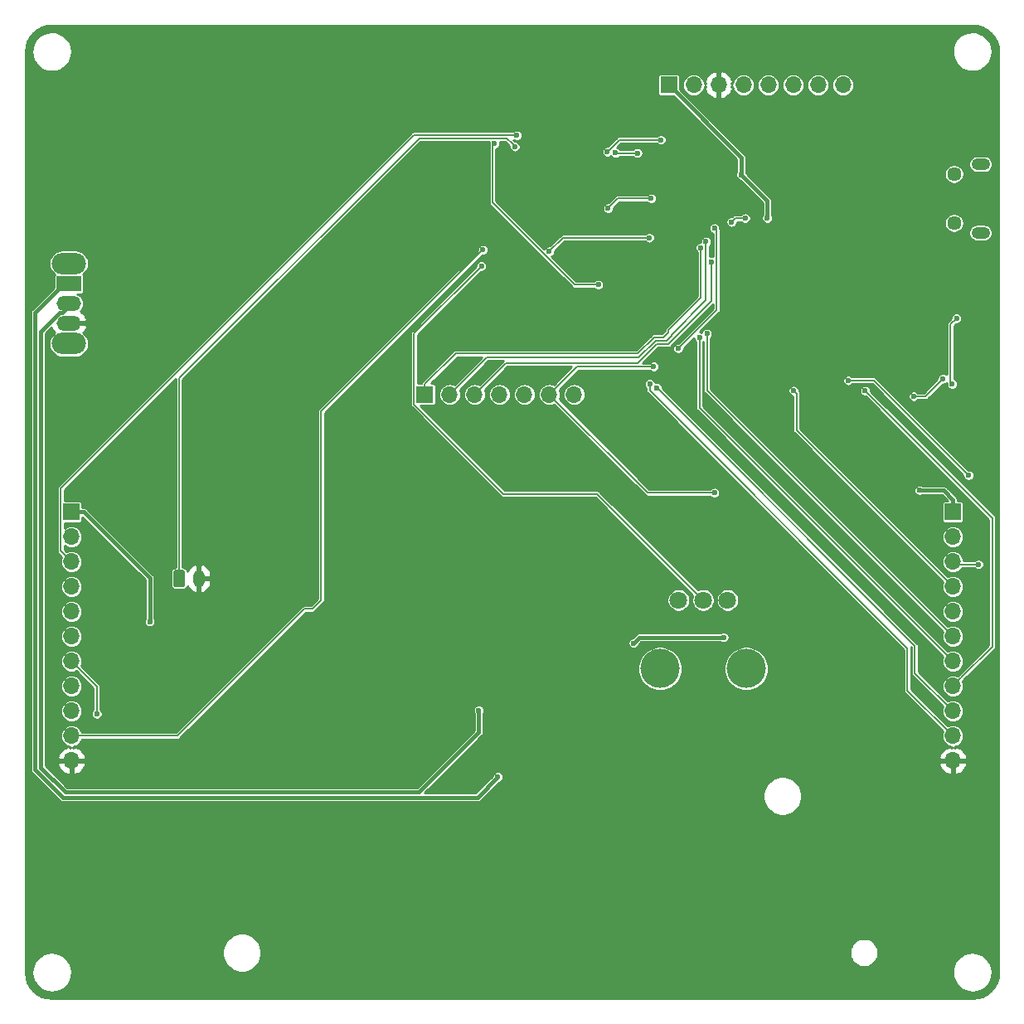
<source format=gbr>
G04 #@! TF.GenerationSoftware,KiCad,Pcbnew,(5.1.2)-2*
G04 #@! TF.CreationDate,2019-12-17T20:00:20-05:00*
G04 #@! TF.ProjectId,digiobscura_mcu,64696769-6f62-4736-9375-72615f6d6375,0.1a*
G04 #@! TF.SameCoordinates,Original*
G04 #@! TF.FileFunction,Copper,L2,Bot*
G04 #@! TF.FilePolarity,Positive*
%FSLAX46Y46*%
G04 Gerber Fmt 4.6, Leading zero omitted, Abs format (unit mm)*
G04 Created by KiCad (PCBNEW (5.1.2)-2) date 2019-12-17 20:00:21*
%MOMM*%
%LPD*%
G04 APERTURE LIST*
%ADD10O,1.700000X1.700000*%
%ADD11R,1.700000X1.700000*%
%ADD12O,1.900000X1.200000*%
%ADD13C,1.450000*%
%ADD14C,4.000000*%
%ADD15C,1.800000*%
%ADD16O,1.200000X1.750000*%
%ADD17C,0.100000*%
%ADD18C,1.200000*%
%ADD19R,2.500000X1.500000*%
%ADD20O,2.500000X1.500000*%
%ADD21O,3.500000X2.200000*%
%ADD22C,0.600000*%
%ADD23C,0.200000*%
%ADD24C,0.400000*%
%ADD25C,0.254000*%
G04 APERTURE END LIST*
D10*
X195000000Y-175400000D03*
X195000000Y-172860000D03*
X195000000Y-170320000D03*
X195000000Y-167780000D03*
X195000000Y-165240000D03*
X195000000Y-162700000D03*
X195000000Y-160160000D03*
X195000000Y-157620000D03*
X195000000Y-155080000D03*
X195000000Y-152540000D03*
D11*
X195000000Y-150000000D03*
D12*
X197837500Y-114500000D03*
X197837500Y-121500000D03*
D13*
X195137500Y-115500000D03*
X195137500Y-120500000D03*
D14*
X165100000Y-166000000D03*
X173900000Y-166000000D03*
D15*
X167000000Y-159000000D03*
X169500000Y-159000000D03*
X172000000Y-159000000D03*
D10*
X156340000Y-138000000D03*
X153800000Y-138000000D03*
X151260000Y-138000000D03*
X148720000Y-138000000D03*
X146180000Y-138000000D03*
X143640000Y-138000000D03*
D11*
X141100000Y-138000000D03*
D10*
X183780000Y-106400000D03*
X181240000Y-106400000D03*
X178700000Y-106400000D03*
X176160000Y-106400000D03*
X173620000Y-106400000D03*
X171080000Y-106400000D03*
X168540000Y-106400000D03*
D11*
X166000000Y-106400000D03*
D10*
X105000000Y-175400000D03*
X105000000Y-172860000D03*
X105000000Y-170320000D03*
X105000000Y-167780000D03*
X105000000Y-165240000D03*
X105000000Y-162700000D03*
X105000000Y-160160000D03*
X105000000Y-157620000D03*
X105000000Y-155080000D03*
X105000000Y-152540000D03*
D11*
X105000000Y-150000000D03*
D16*
X118000000Y-156800000D03*
D17*
G36*
X116374505Y-155926204D02*
G01*
X116398773Y-155929804D01*
X116422572Y-155935765D01*
X116445671Y-155944030D01*
X116467850Y-155954520D01*
X116488893Y-155967132D01*
X116508599Y-155981747D01*
X116526777Y-155998223D01*
X116543253Y-156016401D01*
X116557868Y-156036107D01*
X116570480Y-156057150D01*
X116580970Y-156079329D01*
X116589235Y-156102428D01*
X116595196Y-156126227D01*
X116598796Y-156150495D01*
X116600000Y-156174999D01*
X116600000Y-157425001D01*
X116598796Y-157449505D01*
X116595196Y-157473773D01*
X116589235Y-157497572D01*
X116580970Y-157520671D01*
X116570480Y-157542850D01*
X116557868Y-157563893D01*
X116543253Y-157583599D01*
X116526777Y-157601777D01*
X116508599Y-157618253D01*
X116488893Y-157632868D01*
X116467850Y-157645480D01*
X116445671Y-157655970D01*
X116422572Y-157664235D01*
X116398773Y-157670196D01*
X116374505Y-157673796D01*
X116350001Y-157675000D01*
X115649999Y-157675000D01*
X115625495Y-157673796D01*
X115601227Y-157670196D01*
X115577428Y-157664235D01*
X115554329Y-157655970D01*
X115532150Y-157645480D01*
X115511107Y-157632868D01*
X115491401Y-157618253D01*
X115473223Y-157601777D01*
X115456747Y-157583599D01*
X115442132Y-157563893D01*
X115429520Y-157542850D01*
X115419030Y-157520671D01*
X115410765Y-157497572D01*
X115404804Y-157473773D01*
X115401204Y-157449505D01*
X115400000Y-157425001D01*
X115400000Y-156174999D01*
X115401204Y-156150495D01*
X115404804Y-156126227D01*
X115410765Y-156102428D01*
X115419030Y-156079329D01*
X115429520Y-156057150D01*
X115442132Y-156036107D01*
X115456747Y-156016401D01*
X115473223Y-155998223D01*
X115491401Y-155981747D01*
X115511107Y-155967132D01*
X115532150Y-155954520D01*
X115554329Y-155944030D01*
X115577428Y-155935765D01*
X115601227Y-155929804D01*
X115625495Y-155926204D01*
X115649999Y-155925000D01*
X116350001Y-155925000D01*
X116374505Y-155926204D01*
X116374505Y-155926204D01*
G37*
D18*
X116000000Y-156800000D03*
D19*
X104749800Y-126721000D03*
D20*
X104749800Y-128721000D03*
X104749800Y-130721000D03*
D21*
X104749800Y-124621000D03*
X104749800Y-132821000D03*
D22*
X164050000Y-110050000D03*
X158300000Y-110050000D03*
X155700000Y-113800000D03*
X152450000Y-113750000D03*
X156400000Y-119800000D03*
X162300000Y-114750000D03*
X168450000Y-117950000D03*
X173950000Y-117800000D03*
X175000000Y-119900000D03*
X161100000Y-132050000D03*
X149250000Y-118150000D03*
X147100000Y-120950000D03*
X147700000Y-126450000D03*
X162050000Y-137200000D03*
X117200000Y-186700000D03*
X159500000Y-166000000D03*
X158300000Y-175150000D03*
X154705380Y-173255380D03*
X152300000Y-172800000D03*
X146850000Y-164600000D03*
X142550000Y-166800000D03*
X145750000Y-171750000D03*
X145600000Y-168800000D03*
X151050000Y-129350000D03*
X192050000Y-106400000D03*
X193350000Y-116650000D03*
X196350000Y-116700000D03*
X195350000Y-125800000D03*
X190500000Y-125150000D03*
X189450000Y-136100000D03*
X197000000Y-138300000D03*
X195400000Y-133850000D03*
X161700000Y-123400000D03*
X152247800Y-120802800D03*
X171600000Y-162800000D03*
X162400000Y-163400000D03*
X113000000Y-161200000D03*
X191600000Y-147800000D03*
X173400000Y-115600000D03*
X159800000Y-119000000D03*
X164200000Y-117999979D03*
X176049998Y-120000000D03*
X164465200Y-135153800D03*
X170658888Y-148043520D03*
X165200000Y-112000000D03*
X159715402Y-113233600D03*
X162800000Y-113349990D03*
X160560294Y-113346668D03*
X158800000Y-126800000D03*
X148200000Y-112400000D03*
X164058800Y-136931800D03*
X150292000Y-112700200D03*
X164795400Y-137338202D03*
X186055200Y-137643000D03*
X169138800Y-132207400D03*
X169895060Y-131790626D03*
X184328000Y-136576200D03*
X196621600Y-146279000D03*
X107594600Y-170637600D03*
X178740000Y-137617600D03*
X197612200Y-155346800D03*
X146863000Y-124892200D03*
X147015400Y-123241200D03*
X150495200Y-111557200D03*
X153800000Y-123400000D03*
X164000000Y-122000000D03*
X169800000Y-122400000D03*
X170350010Y-124444672D03*
X173800000Y-120000000D03*
X172400000Y-120400000D03*
X194000000Y-136400000D03*
X191000012Y-138200000D03*
X194945200Y-136957200D03*
X195377000Y-130226200D03*
X169250000Y-123024039D03*
X148539400Y-177063800D03*
X146600000Y-170250000D03*
X166954400Y-133325000D03*
X170662800Y-121031400D03*
D23*
X173950000Y-117800000D02*
X173950000Y-118850000D01*
X173950000Y-118850000D02*
X175000000Y-119900000D01*
D24*
X171600000Y-162800000D02*
X163000000Y-162800000D01*
X163000000Y-162800000D02*
X162400000Y-163400000D01*
X106250000Y-150000000D02*
X105000000Y-150000000D01*
X113000000Y-156750000D02*
X106250000Y-150000000D01*
X113000000Y-161200000D02*
X113000000Y-156750000D01*
X195000000Y-148750000D02*
X195000000Y-150000000D01*
X194050000Y-147800000D02*
X195000000Y-148750000D01*
X191600000Y-147800000D02*
X194050000Y-147800000D01*
X173400000Y-113800000D02*
X166000000Y-106400000D01*
X173400000Y-115600000D02*
X173400000Y-113800000D01*
D23*
X159800000Y-119000000D02*
X160800021Y-117999979D01*
X160800021Y-117999979D02*
X164200000Y-117999979D01*
D24*
X176049998Y-118249998D02*
X176049998Y-119575736D01*
X176049998Y-119575736D02*
X176049998Y-120000000D01*
X173400000Y-115600000D02*
X176049998Y-118249998D01*
D23*
X156620800Y-135179200D02*
X163990136Y-135179200D01*
X164040936Y-135153800D02*
X164465200Y-135153800D01*
X164015536Y-135153800D02*
X164040936Y-135153800D01*
X153800000Y-138000000D02*
X156620800Y-135179200D01*
X163990136Y-135179200D02*
X164015536Y-135153800D01*
X153800000Y-138000000D02*
X163843520Y-148043520D01*
X170234624Y-148043520D02*
X170658888Y-148043520D01*
X163843520Y-148043520D02*
X170234624Y-148043520D01*
X165200000Y-112000000D02*
X160949002Y-112000000D01*
X160949002Y-112000000D02*
X160015401Y-112933601D01*
X160015401Y-112933601D02*
X159715402Y-113233600D01*
X160563616Y-113349990D02*
X160560294Y-113346668D01*
X162800000Y-113349990D02*
X160563616Y-113349990D01*
X156385998Y-126800000D02*
X148000000Y-118414002D01*
X158800000Y-126800000D02*
X156385998Y-126800000D01*
X148000000Y-118414002D02*
X148000000Y-112600000D01*
X148000000Y-112600000D02*
X148200000Y-112400000D01*
X190373200Y-163924464D02*
X164058800Y-137610064D01*
X190373200Y-168233200D02*
X190373200Y-163924464D01*
X195000000Y-172860000D02*
X190373200Y-168233200D01*
X164058800Y-137610064D02*
X164058800Y-137356064D01*
X164058800Y-137356064D02*
X164058800Y-136931800D01*
X140513609Y-111841401D02*
X149433201Y-111841401D01*
X149992001Y-112400201D02*
X150292000Y-112700200D01*
X116000000Y-156800000D02*
X116000000Y-136355010D01*
X116000000Y-136355010D02*
X140513609Y-111841401D01*
X149433201Y-111841401D02*
X149992001Y-112400201D01*
X195000000Y-170320000D02*
X191135200Y-166455200D01*
X191135200Y-163678002D02*
X165095399Y-137638201D01*
X191135200Y-166455200D02*
X191135200Y-163678002D01*
X165095399Y-137638201D02*
X164795400Y-137338202D01*
X195849999Y-166930001D02*
X195000000Y-167780000D01*
X199034600Y-163745400D02*
X195849999Y-166930001D01*
X186055200Y-137643000D02*
X199034600Y-150622400D01*
X199034600Y-150622400D02*
X199034600Y-163745400D01*
X169138800Y-139378800D02*
X169138800Y-132631664D01*
X169138800Y-132631664D02*
X169138800Y-132207400D01*
X195000000Y-165240000D02*
X169138800Y-139378800D01*
X169895060Y-132214890D02*
X169895060Y-131790626D01*
X169895060Y-137595060D02*
X169895060Y-132214890D01*
X195000000Y-162700000D02*
X169895060Y-137595060D01*
X184328000Y-136576200D02*
X186918800Y-136576200D01*
X186918800Y-136576200D02*
X196621600Y-146279000D01*
X107594600Y-167834600D02*
X105000000Y-165240000D01*
X107594600Y-170637600D02*
X107594600Y-167834600D01*
X194150001Y-156770001D02*
X195000000Y-157620000D01*
X179039999Y-141659999D02*
X194150001Y-156770001D01*
X179039999Y-137917599D02*
X179039999Y-141659999D01*
X178740000Y-137617600D02*
X179039999Y-137917599D01*
X195266800Y-155346800D02*
X195000000Y-155080000D01*
X197612200Y-155346800D02*
X195266800Y-155346800D01*
X139999999Y-131755201D02*
X146863000Y-124892200D01*
X139999999Y-139050001D02*
X139999999Y-131755201D01*
X149100008Y-148150010D02*
X139999999Y-139050001D01*
X169500000Y-159000000D02*
X158650010Y-148150010D01*
X158650010Y-148150010D02*
X149100008Y-148150010D01*
X129600001Y-159899999D02*
X130500000Y-159000000D01*
X128802003Y-159899999D02*
X129600001Y-159899999D01*
X115842002Y-172860000D02*
X128802003Y-159899999D01*
X105000000Y-172860000D02*
X115842002Y-172860000D01*
X130500000Y-159000000D02*
X130500000Y-139756600D01*
X130500000Y-139756600D02*
X147015400Y-123241200D01*
X103899999Y-153979999D02*
X103899999Y-147586001D01*
X105000000Y-155080000D02*
X103899999Y-153979999D01*
X150429391Y-111491391D02*
X150495200Y-111557200D01*
X103899999Y-147586001D02*
X139994609Y-111491391D01*
X139994609Y-111491391D02*
X150429391Y-111491391D01*
X153800000Y-123400000D02*
X155200000Y-122000000D01*
X155200000Y-122000000D02*
X164000000Y-122000000D01*
X169800000Y-128400000D02*
X169800000Y-122824264D01*
X166300012Y-131899988D02*
X169800000Y-128400000D01*
X166300012Y-132008980D02*
X166300012Y-131899988D01*
X165808982Y-132500010D02*
X166300012Y-132008980D01*
X162940996Y-134200000D02*
X164640986Y-132500010D01*
X169800000Y-122824264D02*
X169800000Y-122400000D01*
X147440000Y-134200000D02*
X162940996Y-134200000D01*
X143640000Y-138000000D02*
X147440000Y-134200000D01*
X164640986Y-132500010D02*
X165808982Y-132500010D01*
X165953962Y-132850020D02*
X170350010Y-128453972D01*
X170350010Y-124868936D02*
X170350010Y-124444672D01*
X146180000Y-138000000D02*
X149373002Y-134806998D01*
X164785965Y-132850021D02*
X165953962Y-132850020D01*
X149373002Y-134806998D02*
X162828988Y-134806998D01*
X162828988Y-134806998D02*
X164785965Y-132850021D01*
X170350010Y-128453972D02*
X170350010Y-124868936D01*
X173800000Y-120000000D02*
X172800000Y-120000000D01*
X172800000Y-120000000D02*
X172400000Y-120400000D01*
X192200000Y-138200000D02*
X191424276Y-138200000D01*
X194000000Y-136400000D02*
X192200000Y-138200000D01*
X191424276Y-138200000D02*
X191000012Y-138200000D01*
X194742000Y-130861200D02*
X195377000Y-130226200D01*
X194945200Y-136957200D02*
X194742000Y-136754000D01*
X194742000Y-136754000D02*
X194742000Y-130861200D01*
X169250000Y-123448303D02*
X169250000Y-123024039D01*
X169250000Y-128150000D02*
X169250000Y-123448303D01*
X165950001Y-131449999D02*
X169250000Y-128150000D01*
X165950001Y-131664003D02*
X165950001Y-131449999D01*
X141100000Y-136950000D02*
X144250000Y-133800000D01*
X141100000Y-138000000D02*
X141100000Y-136950000D01*
X144250000Y-133800000D02*
X162846006Y-133800000D01*
X164496007Y-132149999D02*
X165464005Y-132149999D01*
X162846006Y-133800000D02*
X164496007Y-132149999D01*
X165464005Y-132149999D02*
X165950001Y-131664003D01*
D24*
X104249800Y-126721000D02*
X101304190Y-129666610D01*
X104749800Y-126721000D02*
X104249800Y-126721000D01*
X101304190Y-176326421D02*
X104140979Y-179163210D01*
X104140979Y-179163210D02*
X146439990Y-179163210D01*
X101304190Y-129666610D02*
X101304190Y-176326421D01*
X146439990Y-179163210D02*
X148539400Y-177063800D01*
X146600000Y-172475400D02*
X146600000Y-170250000D01*
X104368800Y-178613200D02*
X140462200Y-178613200D01*
X140462200Y-178613200D02*
X146600000Y-172475400D01*
X104749800Y-128905400D02*
X104034210Y-129620990D01*
X104749800Y-128721000D02*
X104749800Y-128905400D01*
X104034210Y-129620990D02*
X103794161Y-129620990D01*
X103794161Y-129620990D02*
X101854200Y-131560951D01*
X101854200Y-131560951D02*
X101854200Y-176098600D01*
X101854200Y-176098600D02*
X104368800Y-178613200D01*
D23*
X170900011Y-121268611D02*
X170662800Y-121031400D01*
X166954400Y-133325000D02*
X170900011Y-129379389D01*
X170900011Y-129379389D02*
X170900011Y-121268611D01*
D25*
G36*
X197518880Y-100379445D02*
G01*
X198018001Y-100530137D01*
X198478347Y-100774907D01*
X198882382Y-101104431D01*
X199214719Y-101506156D01*
X199462694Y-101964777D01*
X199616868Y-102462833D01*
X199672987Y-102996764D01*
X199673001Y-103000853D01*
X199673000Y-196984011D01*
X199620555Y-197518880D01*
X199469861Y-198018005D01*
X199225093Y-198478347D01*
X198895569Y-198882382D01*
X198493844Y-199214719D01*
X198035223Y-199462694D01*
X197537167Y-199616868D01*
X197003235Y-199672987D01*
X196999434Y-199673000D01*
X103015989Y-199673000D01*
X102481120Y-199620555D01*
X101981995Y-199469861D01*
X101521653Y-199225093D01*
X101117618Y-198895569D01*
X100785281Y-198493844D01*
X100537306Y-198035223D01*
X100383132Y-197537167D01*
X100329677Y-197028581D01*
X100953200Y-197028581D01*
X100997732Y-197425595D01*
X101118530Y-197806399D01*
X101310993Y-198156487D01*
X101567789Y-198462526D01*
X101879138Y-198712857D01*
X102233180Y-198897945D01*
X102616430Y-199010742D01*
X103014291Y-199046950D01*
X103411607Y-199005191D01*
X103793244Y-198887054D01*
X104144668Y-198697040D01*
X104452491Y-198442386D01*
X104704990Y-198132793D01*
X104892546Y-197780051D01*
X105008015Y-197397598D01*
X105044197Y-197028581D01*
X194953200Y-197028581D01*
X194997732Y-197425595D01*
X195118530Y-197806399D01*
X195310993Y-198156487D01*
X195567789Y-198462526D01*
X195879138Y-198712857D01*
X196233180Y-198897945D01*
X196616430Y-199010742D01*
X197014291Y-199046950D01*
X197411607Y-199005191D01*
X197793244Y-198887054D01*
X198144668Y-198697040D01*
X198452491Y-198442386D01*
X198704990Y-198132793D01*
X198892546Y-197780051D01*
X199008015Y-197397598D01*
X199047000Y-197000000D01*
X199046202Y-196942844D01*
X198996131Y-196546490D01*
X198870028Y-196167410D01*
X198672696Y-195820043D01*
X198411651Y-195517620D01*
X198096837Y-195271661D01*
X197740245Y-195091533D01*
X197355458Y-194984099D01*
X196957131Y-194953449D01*
X196560437Y-195000752D01*
X196180486Y-195124205D01*
X195831749Y-195319108D01*
X195527511Y-195578034D01*
X195279360Y-195891123D01*
X195096748Y-196246449D01*
X194986629Y-196630477D01*
X194953200Y-197028581D01*
X105044197Y-197028581D01*
X105047000Y-197000000D01*
X105046202Y-196942844D01*
X104996131Y-196546490D01*
X104870028Y-196167410D01*
X104672696Y-195820043D01*
X104411651Y-195517620D01*
X104096837Y-195271661D01*
X103740245Y-195091533D01*
X103355458Y-194984099D01*
X102957131Y-194953449D01*
X102560437Y-195000752D01*
X102180486Y-195124205D01*
X101831749Y-195319108D01*
X101527511Y-195578034D01*
X101279360Y-195891123D01*
X101096748Y-196246449D01*
X100986629Y-196630477D01*
X100953200Y-197028581D01*
X100329677Y-197028581D01*
X100327013Y-197003235D01*
X100327000Y-196999434D01*
X100327000Y-194802820D01*
X120398000Y-194802820D01*
X120398000Y-195197180D01*
X120474936Y-195583962D01*
X120625850Y-195948303D01*
X120844945Y-196276201D01*
X121123799Y-196555055D01*
X121451697Y-196774150D01*
X121816038Y-196925064D01*
X122202820Y-197002000D01*
X122597180Y-197002000D01*
X122983962Y-196925064D01*
X123348303Y-196774150D01*
X123676201Y-196555055D01*
X123955055Y-196276201D01*
X124174150Y-195948303D01*
X124325064Y-195583962D01*
X124402000Y-195197180D01*
X124402000Y-194855021D01*
X184458000Y-194855021D01*
X184458000Y-195144979D01*
X184514568Y-195429366D01*
X184625531Y-195697253D01*
X184786623Y-195938345D01*
X184991655Y-196143377D01*
X185232747Y-196304469D01*
X185500634Y-196415432D01*
X185785021Y-196472000D01*
X186074979Y-196472000D01*
X186359366Y-196415432D01*
X186627253Y-196304469D01*
X186868345Y-196143377D01*
X187073377Y-195938345D01*
X187234469Y-195697253D01*
X187345432Y-195429366D01*
X187402000Y-195144979D01*
X187402000Y-194855021D01*
X187345432Y-194570634D01*
X187234469Y-194302747D01*
X187073377Y-194061655D01*
X186868345Y-193856623D01*
X186627253Y-193695531D01*
X186359366Y-193584568D01*
X186074979Y-193528000D01*
X185785021Y-193528000D01*
X185500634Y-193584568D01*
X185232747Y-193695531D01*
X184991655Y-193856623D01*
X184786623Y-194061655D01*
X184625531Y-194302747D01*
X184514568Y-194570634D01*
X184458000Y-194855021D01*
X124402000Y-194855021D01*
X124402000Y-194802820D01*
X124325064Y-194416038D01*
X124174150Y-194051697D01*
X123955055Y-193723799D01*
X123676201Y-193444945D01*
X123348303Y-193225850D01*
X122983962Y-193074936D01*
X122597180Y-192998000D01*
X122202820Y-192998000D01*
X121816038Y-193074936D01*
X121451697Y-193225850D01*
X121123799Y-193444945D01*
X120844945Y-193723799D01*
X120625850Y-194051697D01*
X120474936Y-194416038D01*
X120398000Y-194802820D01*
X100327000Y-194802820D01*
X100327000Y-129666610D01*
X100824884Y-129666610D01*
X100827190Y-129690025D01*
X100827191Y-176302996D01*
X100824884Y-176326421D01*
X100834093Y-176419928D01*
X100861368Y-176509843D01*
X100861369Y-176509844D01*
X100905662Y-176592710D01*
X100965270Y-176665342D01*
X100983461Y-176680271D01*
X103787128Y-179483939D01*
X103802058Y-179502131D01*
X103874690Y-179561739D01*
X103957556Y-179606032D01*
X104047471Y-179633307D01*
X104117556Y-179640210D01*
X104117565Y-179640210D01*
X104140978Y-179642516D01*
X104164391Y-179640210D01*
X146416575Y-179640210D01*
X146439990Y-179642516D01*
X146463405Y-179640210D01*
X146463413Y-179640210D01*
X146533498Y-179633307D01*
X146623413Y-179606032D01*
X146706279Y-179561739D01*
X146778911Y-179502131D01*
X146793845Y-179483934D01*
X147474959Y-178802820D01*
X175598000Y-178802820D01*
X175598000Y-179197180D01*
X175674936Y-179583962D01*
X175825850Y-179948303D01*
X176044945Y-180276201D01*
X176323799Y-180555055D01*
X176651697Y-180774150D01*
X177016038Y-180925064D01*
X177402820Y-181002000D01*
X177797180Y-181002000D01*
X178183962Y-180925064D01*
X178548303Y-180774150D01*
X178876201Y-180555055D01*
X179155055Y-180276201D01*
X179374150Y-179948303D01*
X179525064Y-179583962D01*
X179602000Y-179197180D01*
X179602000Y-178802820D01*
X179525064Y-178416038D01*
X179374150Y-178051697D01*
X179155055Y-177723799D01*
X178876201Y-177444945D01*
X178548303Y-177225850D01*
X178183962Y-177074936D01*
X177797180Y-176998000D01*
X177402820Y-176998000D01*
X177016038Y-177074936D01*
X176651697Y-177225850D01*
X176323799Y-177444945D01*
X176044945Y-177723799D01*
X175825850Y-178051697D01*
X175674936Y-178416038D01*
X175598000Y-178802820D01*
X147474959Y-178802820D01*
X148647098Y-177630682D01*
X148707705Y-177618626D01*
X148812712Y-177575131D01*
X148907216Y-177511985D01*
X148987585Y-177431616D01*
X149050731Y-177337112D01*
X149094226Y-177232105D01*
X149116400Y-177120630D01*
X149116400Y-177006970D01*
X149094226Y-176895495D01*
X149050731Y-176790488D01*
X148987585Y-176695984D01*
X148907216Y-176615615D01*
X148812712Y-176552469D01*
X148707705Y-176508974D01*
X148596230Y-176486800D01*
X148482570Y-176486800D01*
X148371095Y-176508974D01*
X148266088Y-176552469D01*
X148171584Y-176615615D01*
X148091215Y-176695984D01*
X148028069Y-176790488D01*
X147984574Y-176895495D01*
X147972518Y-176956102D01*
X146242411Y-178686210D01*
X141063769Y-178686210D01*
X143993089Y-175756890D01*
X193558524Y-175756890D01*
X193603175Y-175904099D01*
X193728359Y-176166920D01*
X193902412Y-176400269D01*
X194118645Y-176595178D01*
X194368748Y-176744157D01*
X194643109Y-176841481D01*
X194873000Y-176720814D01*
X194873000Y-175527000D01*
X195127000Y-175527000D01*
X195127000Y-176720814D01*
X195356891Y-176841481D01*
X195631252Y-176744157D01*
X195881355Y-176595178D01*
X196097588Y-176400269D01*
X196271641Y-176166920D01*
X196396825Y-175904099D01*
X196441476Y-175756890D01*
X196320155Y-175527000D01*
X195127000Y-175527000D01*
X194873000Y-175527000D01*
X193679845Y-175527000D01*
X193558524Y-175756890D01*
X143993089Y-175756890D01*
X146920730Y-172829250D01*
X146938921Y-172814321D01*
X146962087Y-172786094D01*
X146963516Y-172784352D01*
X146998529Y-172741689D01*
X147042822Y-172658823D01*
X147070097Y-172568908D01*
X147077000Y-172498823D01*
X147077000Y-172498816D01*
X147079306Y-172475401D01*
X147077000Y-172451986D01*
X147077000Y-170574692D01*
X147111331Y-170523312D01*
X147154826Y-170418305D01*
X147177000Y-170306830D01*
X147177000Y-170193170D01*
X147154826Y-170081695D01*
X147111331Y-169976688D01*
X147048185Y-169882184D01*
X146967816Y-169801815D01*
X146873312Y-169738669D01*
X146768305Y-169695174D01*
X146656830Y-169673000D01*
X146543170Y-169673000D01*
X146431695Y-169695174D01*
X146326688Y-169738669D01*
X146232184Y-169801815D01*
X146151815Y-169882184D01*
X146088669Y-169976688D01*
X146045174Y-170081695D01*
X146023000Y-170193170D01*
X146023000Y-170306830D01*
X146045174Y-170418305D01*
X146088669Y-170523312D01*
X146123001Y-170574693D01*
X146123000Y-172277820D01*
X140264621Y-178136200D01*
X104566380Y-178136200D01*
X102331200Y-175901021D01*
X102331200Y-175756890D01*
X103558524Y-175756890D01*
X103603175Y-175904099D01*
X103728359Y-176166920D01*
X103902412Y-176400269D01*
X104118645Y-176595178D01*
X104368748Y-176744157D01*
X104643109Y-176841481D01*
X104873000Y-176720814D01*
X104873000Y-175527000D01*
X105127000Y-175527000D01*
X105127000Y-176720814D01*
X105356891Y-176841481D01*
X105631252Y-176744157D01*
X105881355Y-176595178D01*
X106097588Y-176400269D01*
X106271641Y-176166920D01*
X106396825Y-175904099D01*
X106441476Y-175756890D01*
X106320155Y-175527000D01*
X105127000Y-175527000D01*
X104873000Y-175527000D01*
X103679845Y-175527000D01*
X103558524Y-175756890D01*
X102331200Y-175756890D01*
X102331200Y-175043110D01*
X103558524Y-175043110D01*
X103679845Y-175273000D01*
X104873000Y-175273000D01*
X104873000Y-175253000D01*
X105127000Y-175253000D01*
X105127000Y-175273000D01*
X106320155Y-175273000D01*
X106441476Y-175043110D01*
X106396825Y-174895901D01*
X106271641Y-174633080D01*
X106097588Y-174399731D01*
X105881355Y-174204822D01*
X105631252Y-174055843D01*
X105356891Y-173958519D01*
X105127002Y-174079185D01*
X105127002Y-173979944D01*
X105220931Y-173970693D01*
X105433371Y-173906250D01*
X105629157Y-173801600D01*
X105800765Y-173660765D01*
X105941600Y-173489157D01*
X106046250Y-173293371D01*
X106063350Y-173237000D01*
X115823490Y-173237000D01*
X115842002Y-173238823D01*
X115860514Y-173237000D01*
X115860521Y-173237000D01*
X115915907Y-173231545D01*
X115986972Y-173209988D01*
X116052465Y-173174981D01*
X116109871Y-173127869D01*
X116121679Y-173113481D01*
X123459425Y-165775735D01*
X162823000Y-165775735D01*
X162823000Y-166224265D01*
X162910504Y-166664176D01*
X163082149Y-167078564D01*
X163331339Y-167451503D01*
X163648497Y-167768661D01*
X164021436Y-168017851D01*
X164435824Y-168189496D01*
X164875735Y-168277000D01*
X165324265Y-168277000D01*
X165764176Y-168189496D01*
X166178564Y-168017851D01*
X166551503Y-167768661D01*
X166868661Y-167451503D01*
X167117851Y-167078564D01*
X167289496Y-166664176D01*
X167377000Y-166224265D01*
X167377000Y-165775735D01*
X171623000Y-165775735D01*
X171623000Y-166224265D01*
X171710504Y-166664176D01*
X171882149Y-167078564D01*
X172131339Y-167451503D01*
X172448497Y-167768661D01*
X172821436Y-168017851D01*
X173235824Y-168189496D01*
X173675735Y-168277000D01*
X174124265Y-168277000D01*
X174564176Y-168189496D01*
X174978564Y-168017851D01*
X175351503Y-167768661D01*
X175668661Y-167451503D01*
X175917851Y-167078564D01*
X176089496Y-166664176D01*
X176177000Y-166224265D01*
X176177000Y-165775735D01*
X176089496Y-165335824D01*
X175917851Y-164921436D01*
X175668661Y-164548497D01*
X175351503Y-164231339D01*
X174978564Y-163982149D01*
X174564176Y-163810504D01*
X174124265Y-163723000D01*
X173675735Y-163723000D01*
X173235824Y-163810504D01*
X172821436Y-163982149D01*
X172448497Y-164231339D01*
X172131339Y-164548497D01*
X171882149Y-164921436D01*
X171710504Y-165335824D01*
X171623000Y-165775735D01*
X167377000Y-165775735D01*
X167289496Y-165335824D01*
X167117851Y-164921436D01*
X166868661Y-164548497D01*
X166551503Y-164231339D01*
X166178564Y-163982149D01*
X165764176Y-163810504D01*
X165324265Y-163723000D01*
X164875735Y-163723000D01*
X164435824Y-163810504D01*
X164021436Y-163982149D01*
X163648497Y-164231339D01*
X163331339Y-164548497D01*
X163082149Y-164921436D01*
X162910504Y-165335824D01*
X162823000Y-165775735D01*
X123459425Y-165775735D01*
X125891990Y-163343170D01*
X161823000Y-163343170D01*
X161823000Y-163456830D01*
X161845174Y-163568305D01*
X161888669Y-163673312D01*
X161951815Y-163767816D01*
X162032184Y-163848185D01*
X162126688Y-163911331D01*
X162231695Y-163954826D01*
X162343170Y-163977000D01*
X162456830Y-163977000D01*
X162568305Y-163954826D01*
X162673312Y-163911331D01*
X162767816Y-163848185D01*
X162848185Y-163767816D01*
X162911331Y-163673312D01*
X162954826Y-163568305D01*
X162966882Y-163507698D01*
X163197580Y-163277000D01*
X171275308Y-163277000D01*
X171326688Y-163311331D01*
X171431695Y-163354826D01*
X171543170Y-163377000D01*
X171656830Y-163377000D01*
X171768305Y-163354826D01*
X171873312Y-163311331D01*
X171967816Y-163248185D01*
X172048185Y-163167816D01*
X172111331Y-163073312D01*
X172154826Y-162968305D01*
X172177000Y-162856830D01*
X172177000Y-162743170D01*
X172154826Y-162631695D01*
X172111331Y-162526688D01*
X172048185Y-162432184D01*
X171967816Y-162351815D01*
X171873312Y-162288669D01*
X171768305Y-162245174D01*
X171656830Y-162223000D01*
X171543170Y-162223000D01*
X171431695Y-162245174D01*
X171326688Y-162288669D01*
X171275308Y-162323000D01*
X163023414Y-162323000D01*
X162999999Y-162320694D01*
X162976584Y-162323000D01*
X162976577Y-162323000D01*
X162906492Y-162329903D01*
X162816577Y-162357178D01*
X162733711Y-162401471D01*
X162661079Y-162461079D01*
X162646149Y-162479271D01*
X162292302Y-162833118D01*
X162231695Y-162845174D01*
X162126688Y-162888669D01*
X162032184Y-162951815D01*
X161951815Y-163032184D01*
X161888669Y-163126688D01*
X161845174Y-163231695D01*
X161823000Y-163343170D01*
X125891990Y-163343170D01*
X128958162Y-160276999D01*
X129581489Y-160276999D01*
X129600001Y-160278822D01*
X129618513Y-160276999D01*
X129618520Y-160276999D01*
X129673906Y-160271544D01*
X129744971Y-160249987D01*
X129810464Y-160214980D01*
X129867870Y-160167868D01*
X129879678Y-160153480D01*
X130753488Y-159279671D01*
X130767869Y-159267869D01*
X130814981Y-159210463D01*
X130849988Y-159144970D01*
X130871545Y-159073905D01*
X130877000Y-159018519D01*
X130877000Y-159018518D01*
X130878824Y-159000000D01*
X130877000Y-158981481D01*
X130877000Y-158884076D01*
X165823000Y-158884076D01*
X165823000Y-159115924D01*
X165868231Y-159343318D01*
X165956956Y-159557519D01*
X166085764Y-159750294D01*
X166249706Y-159914236D01*
X166442481Y-160043044D01*
X166656682Y-160131769D01*
X166884076Y-160177000D01*
X167115924Y-160177000D01*
X167343318Y-160131769D01*
X167557519Y-160043044D01*
X167750294Y-159914236D01*
X167914236Y-159750294D01*
X168043044Y-159557519D01*
X168131769Y-159343318D01*
X168177000Y-159115924D01*
X168177000Y-158884076D01*
X168131769Y-158656682D01*
X168043044Y-158442481D01*
X167914236Y-158249706D01*
X167750294Y-158085764D01*
X167557519Y-157956956D01*
X167343318Y-157868231D01*
X167115924Y-157823000D01*
X166884076Y-157823000D01*
X166656682Y-157868231D01*
X166442481Y-157956956D01*
X166249706Y-158085764D01*
X166085764Y-158249706D01*
X165956956Y-158442481D01*
X165868231Y-158656682D01*
X165823000Y-158884076D01*
X130877000Y-158884076D01*
X130877000Y-139912758D01*
X139034557Y-131755201D01*
X139621176Y-131755201D01*
X139623000Y-131773723D01*
X139622999Y-139031489D01*
X139621176Y-139050001D01*
X139622999Y-139068513D01*
X139622999Y-139068519D01*
X139628454Y-139123905D01*
X139650011Y-139194970D01*
X139685018Y-139260463D01*
X139732130Y-139317870D01*
X139746518Y-139329678D01*
X148820336Y-148403497D01*
X148832139Y-148417879D01*
X148889545Y-148464991D01*
X148955038Y-148499998D01*
X149026103Y-148521555D01*
X149081489Y-148527010D01*
X149081498Y-148527010D01*
X149100007Y-148528833D01*
X149118516Y-148527010D01*
X158493852Y-148527010D01*
X168443004Y-158476163D01*
X168368231Y-158656682D01*
X168323000Y-158884076D01*
X168323000Y-159115924D01*
X168368231Y-159343318D01*
X168456956Y-159557519D01*
X168585764Y-159750294D01*
X168749706Y-159914236D01*
X168942481Y-160043044D01*
X169156682Y-160131769D01*
X169384076Y-160177000D01*
X169615924Y-160177000D01*
X169843318Y-160131769D01*
X170057519Y-160043044D01*
X170250294Y-159914236D01*
X170414236Y-159750294D01*
X170543044Y-159557519D01*
X170631769Y-159343318D01*
X170677000Y-159115924D01*
X170677000Y-158884076D01*
X170823000Y-158884076D01*
X170823000Y-159115924D01*
X170868231Y-159343318D01*
X170956956Y-159557519D01*
X171085764Y-159750294D01*
X171249706Y-159914236D01*
X171442481Y-160043044D01*
X171656682Y-160131769D01*
X171884076Y-160177000D01*
X172115924Y-160177000D01*
X172343318Y-160131769D01*
X172557519Y-160043044D01*
X172750294Y-159914236D01*
X172914236Y-159750294D01*
X173043044Y-159557519D01*
X173131769Y-159343318D01*
X173177000Y-159115924D01*
X173177000Y-158884076D01*
X173131769Y-158656682D01*
X173043044Y-158442481D01*
X172914236Y-158249706D01*
X172750294Y-158085764D01*
X172557519Y-157956956D01*
X172343318Y-157868231D01*
X172115924Y-157823000D01*
X171884076Y-157823000D01*
X171656682Y-157868231D01*
X171442481Y-157956956D01*
X171249706Y-158085764D01*
X171085764Y-158249706D01*
X170956956Y-158442481D01*
X170868231Y-158656682D01*
X170823000Y-158884076D01*
X170677000Y-158884076D01*
X170631769Y-158656682D01*
X170543044Y-158442481D01*
X170414236Y-158249706D01*
X170250294Y-158085764D01*
X170057519Y-157956956D01*
X169843318Y-157868231D01*
X169615924Y-157823000D01*
X169384076Y-157823000D01*
X169156682Y-157868231D01*
X168976163Y-157943004D01*
X158929687Y-147896529D01*
X158917879Y-147882141D01*
X158860473Y-147835029D01*
X158794980Y-147800022D01*
X158723915Y-147778465D01*
X158668529Y-147773010D01*
X158668522Y-147773010D01*
X158650010Y-147771187D01*
X158631498Y-147773010D01*
X149256167Y-147773010D01*
X140611496Y-139128340D01*
X141950000Y-139128340D01*
X142004301Y-139122992D01*
X142056516Y-139107153D01*
X142104637Y-139081431D01*
X142146816Y-139046816D01*
X142181431Y-139004637D01*
X142207153Y-138956516D01*
X142222992Y-138904301D01*
X142228340Y-138850000D01*
X142228340Y-137150000D01*
X142222992Y-137095699D01*
X142207153Y-137043484D01*
X142181431Y-136995363D01*
X142146816Y-136953184D01*
X142104637Y-136918569D01*
X142056516Y-136892847D01*
X142004301Y-136877008D01*
X141950000Y-136871660D01*
X141711498Y-136871660D01*
X144406159Y-134177000D01*
X146929841Y-134177000D01*
X144125323Y-136981519D01*
X144073371Y-136953750D01*
X143860931Y-136889307D01*
X143695365Y-136873000D01*
X143584635Y-136873000D01*
X143419069Y-136889307D01*
X143206629Y-136953750D01*
X143010843Y-137058400D01*
X142839235Y-137199235D01*
X142698400Y-137370843D01*
X142593750Y-137566629D01*
X142529307Y-137779069D01*
X142507547Y-138000000D01*
X142529307Y-138220931D01*
X142593750Y-138433371D01*
X142698400Y-138629157D01*
X142839235Y-138800765D01*
X143010843Y-138941600D01*
X143206629Y-139046250D01*
X143419069Y-139110693D01*
X143584635Y-139127000D01*
X143695365Y-139127000D01*
X143860931Y-139110693D01*
X144073371Y-139046250D01*
X144269157Y-138941600D01*
X144440765Y-138800765D01*
X144581600Y-138629157D01*
X144686250Y-138433371D01*
X144750693Y-138220931D01*
X144772453Y-138000000D01*
X144750693Y-137779069D01*
X144686250Y-137566629D01*
X144658481Y-137514677D01*
X147596159Y-134577000D01*
X149069841Y-134577000D01*
X146665323Y-136981519D01*
X146613371Y-136953750D01*
X146400931Y-136889307D01*
X146235365Y-136873000D01*
X146124635Y-136873000D01*
X145959069Y-136889307D01*
X145746629Y-136953750D01*
X145550843Y-137058400D01*
X145379235Y-137199235D01*
X145238400Y-137370843D01*
X145133750Y-137566629D01*
X145069307Y-137779069D01*
X145047547Y-138000000D01*
X145069307Y-138220931D01*
X145133750Y-138433371D01*
X145238400Y-138629157D01*
X145379235Y-138800765D01*
X145550843Y-138941600D01*
X145746629Y-139046250D01*
X145959069Y-139110693D01*
X146124635Y-139127000D01*
X146235365Y-139127000D01*
X146400931Y-139110693D01*
X146613371Y-139046250D01*
X146809157Y-138941600D01*
X146980765Y-138800765D01*
X147121600Y-138629157D01*
X147226250Y-138433371D01*
X147290693Y-138220931D01*
X147312453Y-138000000D01*
X147587547Y-138000000D01*
X147609307Y-138220931D01*
X147673750Y-138433371D01*
X147778400Y-138629157D01*
X147919235Y-138800765D01*
X148090843Y-138941600D01*
X148286629Y-139046250D01*
X148499069Y-139110693D01*
X148664635Y-139127000D01*
X148775365Y-139127000D01*
X148940931Y-139110693D01*
X149153371Y-139046250D01*
X149349157Y-138941600D01*
X149520765Y-138800765D01*
X149661600Y-138629157D01*
X149766250Y-138433371D01*
X149830693Y-138220931D01*
X149852453Y-138000000D01*
X150127547Y-138000000D01*
X150149307Y-138220931D01*
X150213750Y-138433371D01*
X150318400Y-138629157D01*
X150459235Y-138800765D01*
X150630843Y-138941600D01*
X150826629Y-139046250D01*
X151039069Y-139110693D01*
X151204635Y-139127000D01*
X151315365Y-139127000D01*
X151480931Y-139110693D01*
X151693371Y-139046250D01*
X151889157Y-138941600D01*
X152060765Y-138800765D01*
X152201600Y-138629157D01*
X152306250Y-138433371D01*
X152370693Y-138220931D01*
X152392453Y-138000000D01*
X152370693Y-137779069D01*
X152306250Y-137566629D01*
X152201600Y-137370843D01*
X152060765Y-137199235D01*
X151889157Y-137058400D01*
X151693371Y-136953750D01*
X151480931Y-136889307D01*
X151315365Y-136873000D01*
X151204635Y-136873000D01*
X151039069Y-136889307D01*
X150826629Y-136953750D01*
X150630843Y-137058400D01*
X150459235Y-137199235D01*
X150318400Y-137370843D01*
X150213750Y-137566629D01*
X150149307Y-137779069D01*
X150127547Y-138000000D01*
X149852453Y-138000000D01*
X149830693Y-137779069D01*
X149766250Y-137566629D01*
X149661600Y-137370843D01*
X149520765Y-137199235D01*
X149349157Y-137058400D01*
X149153371Y-136953750D01*
X148940931Y-136889307D01*
X148775365Y-136873000D01*
X148664635Y-136873000D01*
X148499069Y-136889307D01*
X148286629Y-136953750D01*
X148090843Y-137058400D01*
X147919235Y-137199235D01*
X147778400Y-137370843D01*
X147673750Y-137566629D01*
X147609307Y-137779069D01*
X147587547Y-138000000D01*
X147312453Y-138000000D01*
X147290693Y-137779069D01*
X147226250Y-137566629D01*
X147198481Y-137514677D01*
X149529161Y-135183998D01*
X156082843Y-135183998D01*
X154285323Y-136981519D01*
X154233371Y-136953750D01*
X154020931Y-136889307D01*
X153855365Y-136873000D01*
X153744635Y-136873000D01*
X153579069Y-136889307D01*
X153366629Y-136953750D01*
X153170843Y-137058400D01*
X152999235Y-137199235D01*
X152858400Y-137370843D01*
X152753750Y-137566629D01*
X152689307Y-137779069D01*
X152667547Y-138000000D01*
X152689307Y-138220931D01*
X152753750Y-138433371D01*
X152858400Y-138629157D01*
X152999235Y-138800765D01*
X153170843Y-138941600D01*
X153366629Y-139046250D01*
X153579069Y-139110693D01*
X153744635Y-139127000D01*
X153855365Y-139127000D01*
X154020931Y-139110693D01*
X154233371Y-139046250D01*
X154285323Y-139018481D01*
X163563848Y-148297007D01*
X163575651Y-148311389D01*
X163633057Y-148358501D01*
X163698550Y-148393508D01*
X163769615Y-148415065D01*
X163825001Y-148420520D01*
X163825010Y-148420520D01*
X163843519Y-148422343D01*
X163862028Y-148420520D01*
X170219887Y-148420520D01*
X170291072Y-148491705D01*
X170385576Y-148554851D01*
X170490583Y-148598346D01*
X170602058Y-148620520D01*
X170715718Y-148620520D01*
X170827193Y-148598346D01*
X170932200Y-148554851D01*
X171026704Y-148491705D01*
X171107073Y-148411336D01*
X171170219Y-148316832D01*
X171213714Y-148211825D01*
X171235888Y-148100350D01*
X171235888Y-147986690D01*
X171213714Y-147875215D01*
X171170219Y-147770208D01*
X171107073Y-147675704D01*
X171026704Y-147595335D01*
X170932200Y-147532189D01*
X170827193Y-147488694D01*
X170715718Y-147466520D01*
X170602058Y-147466520D01*
X170490583Y-147488694D01*
X170385576Y-147532189D01*
X170291072Y-147595335D01*
X170219887Y-147666520D01*
X163999679Y-147666520D01*
X154818481Y-138485323D01*
X154846250Y-138433371D01*
X154910693Y-138220931D01*
X154932453Y-138000000D01*
X155207547Y-138000000D01*
X155229307Y-138220931D01*
X155293750Y-138433371D01*
X155398400Y-138629157D01*
X155539235Y-138800765D01*
X155710843Y-138941600D01*
X155906629Y-139046250D01*
X156119069Y-139110693D01*
X156284635Y-139127000D01*
X156395365Y-139127000D01*
X156560931Y-139110693D01*
X156773371Y-139046250D01*
X156969157Y-138941600D01*
X157140765Y-138800765D01*
X157281600Y-138629157D01*
X157386250Y-138433371D01*
X157450693Y-138220931D01*
X157472453Y-138000000D01*
X157450693Y-137779069D01*
X157386250Y-137566629D01*
X157281600Y-137370843D01*
X157140765Y-137199235D01*
X156969157Y-137058400D01*
X156773371Y-136953750D01*
X156560931Y-136889307D01*
X156415367Y-136874970D01*
X163481800Y-136874970D01*
X163481800Y-136988630D01*
X163503974Y-137100105D01*
X163547469Y-137205112D01*
X163610615Y-137299616D01*
X163681800Y-137370801D01*
X163681800Y-137591552D01*
X163679977Y-137610064D01*
X163681800Y-137628576D01*
X163681800Y-137628582D01*
X163683883Y-137649730D01*
X163687255Y-137683969D01*
X163694283Y-137707136D01*
X163708812Y-137755033D01*
X163743819Y-137820526D01*
X163790931Y-137877933D01*
X163805319Y-137889741D01*
X189996201Y-164080623D01*
X189996200Y-168214688D01*
X189994377Y-168233200D01*
X189996200Y-168251712D01*
X189996200Y-168251718D01*
X190001655Y-168307104D01*
X190023212Y-168378169D01*
X190058219Y-168443662D01*
X190105331Y-168501069D01*
X190119719Y-168512877D01*
X193981519Y-172374677D01*
X193953750Y-172426629D01*
X193889307Y-172639069D01*
X193867547Y-172860000D01*
X193889307Y-173080931D01*
X193953750Y-173293371D01*
X194058400Y-173489157D01*
X194199235Y-173660765D01*
X194370843Y-173801600D01*
X194566629Y-173906250D01*
X194779069Y-173970693D01*
X194872998Y-173979944D01*
X194872998Y-174079185D01*
X194643109Y-173958519D01*
X194368748Y-174055843D01*
X194118645Y-174204822D01*
X193902412Y-174399731D01*
X193728359Y-174633080D01*
X193603175Y-174895901D01*
X193558524Y-175043110D01*
X193679845Y-175273000D01*
X194873000Y-175273000D01*
X194873000Y-175253000D01*
X195127000Y-175253000D01*
X195127000Y-175273000D01*
X196320155Y-175273000D01*
X196441476Y-175043110D01*
X196396825Y-174895901D01*
X196271641Y-174633080D01*
X196097588Y-174399731D01*
X195881355Y-174204822D01*
X195631252Y-174055843D01*
X195356891Y-173958519D01*
X195127002Y-174079185D01*
X195127002Y-173979944D01*
X195220931Y-173970693D01*
X195433371Y-173906250D01*
X195629157Y-173801600D01*
X195800765Y-173660765D01*
X195941600Y-173489157D01*
X196046250Y-173293371D01*
X196110693Y-173080931D01*
X196132453Y-172860000D01*
X196110693Y-172639069D01*
X196046250Y-172426629D01*
X195941600Y-172230843D01*
X195800765Y-172059235D01*
X195629157Y-171918400D01*
X195433371Y-171813750D01*
X195220931Y-171749307D01*
X195055365Y-171733000D01*
X194944635Y-171733000D01*
X194779069Y-171749307D01*
X194566629Y-171813750D01*
X194514677Y-171841519D01*
X190750200Y-168077042D01*
X190750200Y-163942972D01*
X190752023Y-163924463D01*
X190750200Y-163905954D01*
X190750200Y-163905945D01*
X190744745Y-163850559D01*
X190731746Y-163807707D01*
X190758201Y-163834162D01*
X190758200Y-166436688D01*
X190756377Y-166455200D01*
X190758200Y-166473712D01*
X190758200Y-166473718D01*
X190763655Y-166529104D01*
X190785212Y-166600169D01*
X190820219Y-166665662D01*
X190867331Y-166723069D01*
X190881719Y-166734877D01*
X193981519Y-169834678D01*
X193953750Y-169886629D01*
X193889307Y-170099069D01*
X193867547Y-170320000D01*
X193889307Y-170540931D01*
X193953750Y-170753371D01*
X194058400Y-170949157D01*
X194199235Y-171120765D01*
X194370843Y-171261600D01*
X194566629Y-171366250D01*
X194779069Y-171430693D01*
X194944635Y-171447000D01*
X195055365Y-171447000D01*
X195220931Y-171430693D01*
X195433371Y-171366250D01*
X195629157Y-171261600D01*
X195800765Y-171120765D01*
X195941600Y-170949157D01*
X196046250Y-170753371D01*
X196110693Y-170540931D01*
X196132453Y-170320000D01*
X196110693Y-170099069D01*
X196046250Y-169886629D01*
X195941600Y-169690843D01*
X195800765Y-169519235D01*
X195629157Y-169378400D01*
X195433371Y-169273750D01*
X195220931Y-169209307D01*
X195055365Y-169193000D01*
X194944635Y-169193000D01*
X194779069Y-169209307D01*
X194566629Y-169273750D01*
X194514678Y-169301519D01*
X191512200Y-166299042D01*
X191512200Y-163696521D01*
X191514024Y-163678002D01*
X191506745Y-163604096D01*
X191485188Y-163533032D01*
X191464061Y-163493507D01*
X191450181Y-163467539D01*
X191403069Y-163410133D01*
X191388687Y-163398330D01*
X165375078Y-137384722D01*
X165375073Y-137384716D01*
X165372400Y-137382043D01*
X165372400Y-137281372D01*
X165350226Y-137169897D01*
X165306731Y-137064890D01*
X165243585Y-136970386D01*
X165163216Y-136890017D01*
X165068712Y-136826871D01*
X164963705Y-136783376D01*
X164852230Y-136761202D01*
X164738570Y-136761202D01*
X164627095Y-136783376D01*
X164618305Y-136787017D01*
X164613626Y-136763495D01*
X164570131Y-136658488D01*
X164506985Y-136563984D01*
X164426616Y-136483615D01*
X164332112Y-136420469D01*
X164227105Y-136376974D01*
X164115630Y-136354800D01*
X164001970Y-136354800D01*
X163890495Y-136376974D01*
X163785488Y-136420469D01*
X163690984Y-136483615D01*
X163610615Y-136563984D01*
X163547469Y-136658488D01*
X163503974Y-136763495D01*
X163481800Y-136874970D01*
X156415367Y-136874970D01*
X156395365Y-136873000D01*
X156284635Y-136873000D01*
X156119069Y-136889307D01*
X155906629Y-136953750D01*
X155710843Y-137058400D01*
X155539235Y-137199235D01*
X155398400Y-137370843D01*
X155293750Y-137566629D01*
X155229307Y-137779069D01*
X155207547Y-138000000D01*
X154932453Y-138000000D01*
X154910693Y-137779069D01*
X154846250Y-137566629D01*
X154818481Y-137514677D01*
X156776959Y-135556200D01*
X163971624Y-135556200D01*
X163990136Y-135558023D01*
X164008648Y-135556200D01*
X164008655Y-135556200D01*
X164047749Y-135552350D01*
X164097384Y-135601985D01*
X164191888Y-135665131D01*
X164296895Y-135708626D01*
X164408370Y-135730800D01*
X164522030Y-135730800D01*
X164633505Y-135708626D01*
X164738512Y-135665131D01*
X164833016Y-135601985D01*
X164913385Y-135521616D01*
X164976531Y-135427112D01*
X165020026Y-135322105D01*
X165042200Y-135210630D01*
X165042200Y-135096970D01*
X165020026Y-134985495D01*
X164976531Y-134880488D01*
X164913385Y-134785984D01*
X164833016Y-134705615D01*
X164738512Y-134642469D01*
X164633505Y-134598974D01*
X164522030Y-134576800D01*
X164408370Y-134576800D01*
X164296895Y-134598974D01*
X164191888Y-134642469D01*
X164097384Y-134705615D01*
X164026902Y-134776097D01*
X164015535Y-134774977D01*
X163997026Y-134776800D01*
X163997017Y-134776800D01*
X163941631Y-134782255D01*
X163875880Y-134802200D01*
X163366944Y-134802200D01*
X164942123Y-133227021D01*
X165935441Y-133227019D01*
X165953962Y-133228843D01*
X166027867Y-133221565D01*
X166098931Y-133200008D01*
X166164425Y-133165000D01*
X166207446Y-133129694D01*
X166207449Y-133129691D01*
X166221831Y-133117888D01*
X166233634Y-133103506D01*
X170523011Y-128814130D01*
X170523011Y-129223230D01*
X166998242Y-132748000D01*
X166897570Y-132748000D01*
X166786095Y-132770174D01*
X166681088Y-132813669D01*
X166586584Y-132876815D01*
X166506215Y-132957184D01*
X166443069Y-133051688D01*
X166399574Y-133156695D01*
X166377400Y-133268170D01*
X166377400Y-133381830D01*
X166399574Y-133493305D01*
X166443069Y-133598312D01*
X166506215Y-133692816D01*
X166586584Y-133773185D01*
X166681088Y-133836331D01*
X166786095Y-133879826D01*
X166897570Y-133902000D01*
X167011230Y-133902000D01*
X167122705Y-133879826D01*
X167227712Y-133836331D01*
X167322216Y-133773185D01*
X167402585Y-133692816D01*
X167465731Y-133598312D01*
X167509226Y-133493305D01*
X167531400Y-133381830D01*
X167531400Y-133281158D01*
X168561800Y-132250758D01*
X168561800Y-132264230D01*
X168583974Y-132375705D01*
X168627469Y-132480712D01*
X168690615Y-132575216D01*
X168761800Y-132646401D01*
X168761800Y-132650182D01*
X168761801Y-132650192D01*
X168761800Y-139360288D01*
X168759977Y-139378800D01*
X168761800Y-139397312D01*
X168761800Y-139397318D01*
X168764903Y-139428825D01*
X168767255Y-139452705D01*
X168782547Y-139503116D01*
X168788812Y-139523769D01*
X168823819Y-139589262D01*
X168870931Y-139646669D01*
X168885319Y-139658477D01*
X193981519Y-164754678D01*
X193953750Y-164806629D01*
X193889307Y-165019069D01*
X193867547Y-165240000D01*
X193889307Y-165460931D01*
X193953750Y-165673371D01*
X194058400Y-165869157D01*
X194199235Y-166040765D01*
X194370843Y-166181600D01*
X194566629Y-166286250D01*
X194779069Y-166350693D01*
X194944635Y-166367000D01*
X195055365Y-166367000D01*
X195220931Y-166350693D01*
X195433371Y-166286250D01*
X195629157Y-166181600D01*
X195800765Y-166040765D01*
X195941600Y-165869157D01*
X196046250Y-165673371D01*
X196110693Y-165460931D01*
X196132453Y-165240000D01*
X196110693Y-165019069D01*
X196046250Y-164806629D01*
X195941600Y-164610843D01*
X195800765Y-164439235D01*
X195629157Y-164298400D01*
X195433371Y-164193750D01*
X195220931Y-164129307D01*
X195055365Y-164113000D01*
X194944635Y-164113000D01*
X194779069Y-164129307D01*
X194566629Y-164193750D01*
X194514678Y-164221519D01*
X169515800Y-139222642D01*
X169515800Y-132646401D01*
X169518061Y-132644140D01*
X169518060Y-137576548D01*
X169516237Y-137595060D01*
X169518060Y-137613572D01*
X169518060Y-137613578D01*
X169522758Y-137661281D01*
X169523515Y-137668965D01*
X169545072Y-137740029D01*
X169580079Y-137805522D01*
X169627191Y-137862929D01*
X169641579Y-137874737D01*
X193981519Y-162214678D01*
X193953750Y-162266629D01*
X193889307Y-162479069D01*
X193867547Y-162700000D01*
X193889307Y-162920931D01*
X193953750Y-163133371D01*
X194058400Y-163329157D01*
X194199235Y-163500765D01*
X194370843Y-163641600D01*
X194566629Y-163746250D01*
X194779069Y-163810693D01*
X194944635Y-163827000D01*
X195055365Y-163827000D01*
X195220931Y-163810693D01*
X195433371Y-163746250D01*
X195629157Y-163641600D01*
X195800765Y-163500765D01*
X195941600Y-163329157D01*
X196046250Y-163133371D01*
X196110693Y-162920931D01*
X196132453Y-162700000D01*
X196110693Y-162479069D01*
X196046250Y-162266629D01*
X195941600Y-162070843D01*
X195800765Y-161899235D01*
X195629157Y-161758400D01*
X195433371Y-161653750D01*
X195220931Y-161589307D01*
X195055365Y-161573000D01*
X194944635Y-161573000D01*
X194779069Y-161589307D01*
X194566629Y-161653750D01*
X194514678Y-161681519D01*
X192993159Y-160160000D01*
X193867547Y-160160000D01*
X193889307Y-160380931D01*
X193953750Y-160593371D01*
X194058400Y-160789157D01*
X194199235Y-160960765D01*
X194370843Y-161101600D01*
X194566629Y-161206250D01*
X194779069Y-161270693D01*
X194944635Y-161287000D01*
X195055365Y-161287000D01*
X195220931Y-161270693D01*
X195433371Y-161206250D01*
X195629157Y-161101600D01*
X195800765Y-160960765D01*
X195941600Y-160789157D01*
X196046250Y-160593371D01*
X196110693Y-160380931D01*
X196132453Y-160160000D01*
X196110693Y-159939069D01*
X196046250Y-159726629D01*
X195941600Y-159530843D01*
X195800765Y-159359235D01*
X195629157Y-159218400D01*
X195433371Y-159113750D01*
X195220931Y-159049307D01*
X195055365Y-159033000D01*
X194944635Y-159033000D01*
X194779069Y-159049307D01*
X194566629Y-159113750D01*
X194370843Y-159218400D01*
X194199235Y-159359235D01*
X194058400Y-159530843D01*
X193953750Y-159726629D01*
X193889307Y-159939069D01*
X193867547Y-160160000D01*
X192993159Y-160160000D01*
X170393929Y-137560770D01*
X178163000Y-137560770D01*
X178163000Y-137674430D01*
X178185174Y-137785905D01*
X178228669Y-137890912D01*
X178291815Y-137985416D01*
X178372184Y-138065785D01*
X178466688Y-138128931D01*
X178571695Y-138172426D01*
X178662999Y-138190588D01*
X178663000Y-141641477D01*
X178661176Y-141659999D01*
X178668454Y-141733904D01*
X178690011Y-141804968D01*
X178725019Y-141870462D01*
X178760325Y-141913483D01*
X178760328Y-141913486D01*
X178772131Y-141927868D01*
X178786513Y-141939671D01*
X193896516Y-157049675D01*
X193896521Y-157049679D01*
X193981519Y-157134677D01*
X193953750Y-157186629D01*
X193889307Y-157399069D01*
X193867547Y-157620000D01*
X193889307Y-157840931D01*
X193953750Y-158053371D01*
X194058400Y-158249157D01*
X194199235Y-158420765D01*
X194370843Y-158561600D01*
X194566629Y-158666250D01*
X194779069Y-158730693D01*
X194944635Y-158747000D01*
X195055365Y-158747000D01*
X195220931Y-158730693D01*
X195433371Y-158666250D01*
X195629157Y-158561600D01*
X195800765Y-158420765D01*
X195941600Y-158249157D01*
X196046250Y-158053371D01*
X196110693Y-157840931D01*
X196132453Y-157620000D01*
X196110693Y-157399069D01*
X196046250Y-157186629D01*
X195941600Y-156990843D01*
X195800765Y-156819235D01*
X195629157Y-156678400D01*
X195433371Y-156573750D01*
X195220931Y-156509307D01*
X195055365Y-156493000D01*
X194944635Y-156493000D01*
X194779069Y-156509307D01*
X194566629Y-156573750D01*
X194514677Y-156601519D01*
X194429679Y-156516521D01*
X194429675Y-156516516D01*
X192993159Y-155080000D01*
X193867547Y-155080000D01*
X193889307Y-155300931D01*
X193953750Y-155513371D01*
X194058400Y-155709157D01*
X194199235Y-155880765D01*
X194370843Y-156021600D01*
X194566629Y-156126250D01*
X194779069Y-156190693D01*
X194944635Y-156207000D01*
X195055365Y-156207000D01*
X195220931Y-156190693D01*
X195433371Y-156126250D01*
X195629157Y-156021600D01*
X195800765Y-155880765D01*
X195929583Y-155723800D01*
X197173199Y-155723800D01*
X197244384Y-155794985D01*
X197338888Y-155858131D01*
X197443895Y-155901626D01*
X197555370Y-155923800D01*
X197669030Y-155923800D01*
X197780505Y-155901626D01*
X197885512Y-155858131D01*
X197980016Y-155794985D01*
X198060385Y-155714616D01*
X198123531Y-155620112D01*
X198167026Y-155515105D01*
X198189200Y-155403630D01*
X198189200Y-155289970D01*
X198167026Y-155178495D01*
X198123531Y-155073488D01*
X198060385Y-154978984D01*
X197980016Y-154898615D01*
X197885512Y-154835469D01*
X197780505Y-154791974D01*
X197669030Y-154769800D01*
X197555370Y-154769800D01*
X197443895Y-154791974D01*
X197338888Y-154835469D01*
X197244384Y-154898615D01*
X197173199Y-154969800D01*
X196121599Y-154969800D01*
X196110693Y-154859069D01*
X196046250Y-154646629D01*
X195941600Y-154450843D01*
X195800765Y-154279235D01*
X195629157Y-154138400D01*
X195433371Y-154033750D01*
X195220931Y-153969307D01*
X195055365Y-153953000D01*
X194944635Y-153953000D01*
X194779069Y-153969307D01*
X194566629Y-154033750D01*
X194370843Y-154138400D01*
X194199235Y-154279235D01*
X194058400Y-154450843D01*
X193953750Y-154646629D01*
X193889307Y-154859069D01*
X193867547Y-155080000D01*
X192993159Y-155080000D01*
X190453159Y-152540000D01*
X193867547Y-152540000D01*
X193889307Y-152760931D01*
X193953750Y-152973371D01*
X194058400Y-153169157D01*
X194199235Y-153340765D01*
X194370843Y-153481600D01*
X194566629Y-153586250D01*
X194779069Y-153650693D01*
X194944635Y-153667000D01*
X195055365Y-153667000D01*
X195220931Y-153650693D01*
X195433371Y-153586250D01*
X195629157Y-153481600D01*
X195800765Y-153340765D01*
X195941600Y-153169157D01*
X196046250Y-152973371D01*
X196110693Y-152760931D01*
X196132453Y-152540000D01*
X196110693Y-152319069D01*
X196046250Y-152106629D01*
X195941600Y-151910843D01*
X195800765Y-151739235D01*
X195629157Y-151598400D01*
X195433371Y-151493750D01*
X195220931Y-151429307D01*
X195055365Y-151413000D01*
X194944635Y-151413000D01*
X194779069Y-151429307D01*
X194566629Y-151493750D01*
X194370843Y-151598400D01*
X194199235Y-151739235D01*
X194058400Y-151910843D01*
X193953750Y-152106629D01*
X193889307Y-152319069D01*
X193867547Y-152540000D01*
X190453159Y-152540000D01*
X185656329Y-147743170D01*
X191023000Y-147743170D01*
X191023000Y-147856830D01*
X191045174Y-147968305D01*
X191088669Y-148073312D01*
X191151815Y-148167816D01*
X191232184Y-148248185D01*
X191326688Y-148311331D01*
X191431695Y-148354826D01*
X191543170Y-148377000D01*
X191656830Y-148377000D01*
X191768305Y-148354826D01*
X191873312Y-148311331D01*
X191924692Y-148277000D01*
X193852421Y-148277000D01*
X194447080Y-148871660D01*
X194150000Y-148871660D01*
X194095699Y-148877008D01*
X194043484Y-148892847D01*
X193995363Y-148918569D01*
X193953184Y-148953184D01*
X193918569Y-148995363D01*
X193892847Y-149043484D01*
X193877008Y-149095699D01*
X193871660Y-149150000D01*
X193871660Y-150850000D01*
X193877008Y-150904301D01*
X193892847Y-150956516D01*
X193918569Y-151004637D01*
X193953184Y-151046816D01*
X193995363Y-151081431D01*
X194043484Y-151107153D01*
X194095699Y-151122992D01*
X194150000Y-151128340D01*
X195850000Y-151128340D01*
X195904301Y-151122992D01*
X195956516Y-151107153D01*
X196004637Y-151081431D01*
X196046816Y-151046816D01*
X196081431Y-151004637D01*
X196107153Y-150956516D01*
X196122992Y-150904301D01*
X196128340Y-150850000D01*
X196128340Y-149150000D01*
X196122992Y-149095699D01*
X196107153Y-149043484D01*
X196081431Y-148995363D01*
X196046816Y-148953184D01*
X196004637Y-148918569D01*
X195956516Y-148892847D01*
X195904301Y-148877008D01*
X195850000Y-148871660D01*
X195477000Y-148871660D01*
X195477000Y-148773415D01*
X195479306Y-148750000D01*
X195477000Y-148726585D01*
X195477000Y-148726577D01*
X195470097Y-148656492D01*
X195442822Y-148566577D01*
X195398529Y-148483711D01*
X195338921Y-148411079D01*
X195320729Y-148396149D01*
X194403855Y-147479276D01*
X194388921Y-147461079D01*
X194316289Y-147401471D01*
X194233423Y-147357178D01*
X194143508Y-147329903D01*
X194073423Y-147323000D01*
X194073415Y-147323000D01*
X194050000Y-147320694D01*
X194026585Y-147323000D01*
X191924692Y-147323000D01*
X191873312Y-147288669D01*
X191768305Y-147245174D01*
X191656830Y-147223000D01*
X191543170Y-147223000D01*
X191431695Y-147245174D01*
X191326688Y-147288669D01*
X191232184Y-147351815D01*
X191151815Y-147432184D01*
X191088669Y-147526688D01*
X191045174Y-147631695D01*
X191023000Y-147743170D01*
X185656329Y-147743170D01*
X179416999Y-141503841D01*
X179416999Y-137936118D01*
X179418823Y-137917599D01*
X179411544Y-137843693D01*
X179389987Y-137772629D01*
X179380582Y-137755033D01*
X179354980Y-137707136D01*
X179342152Y-137691505D01*
X179319673Y-137664114D01*
X179319671Y-137664112D01*
X179317000Y-137660857D01*
X179317000Y-137586170D01*
X185478200Y-137586170D01*
X185478200Y-137699830D01*
X185500374Y-137811305D01*
X185543869Y-137916312D01*
X185607015Y-138010816D01*
X185687384Y-138091185D01*
X185781888Y-138154331D01*
X185886895Y-138197826D01*
X185998370Y-138220000D01*
X186099042Y-138220000D01*
X198657600Y-150778559D01*
X198657601Y-163589240D01*
X195596520Y-166650322D01*
X195596514Y-166650327D01*
X195485322Y-166761519D01*
X195433371Y-166733750D01*
X195220931Y-166669307D01*
X195055365Y-166653000D01*
X194944635Y-166653000D01*
X194779069Y-166669307D01*
X194566629Y-166733750D01*
X194370843Y-166838400D01*
X194199235Y-166979235D01*
X194058400Y-167150843D01*
X193953750Y-167346629D01*
X193889307Y-167559069D01*
X193867547Y-167780000D01*
X193889307Y-168000931D01*
X193953750Y-168213371D01*
X194058400Y-168409157D01*
X194199235Y-168580765D01*
X194370843Y-168721600D01*
X194566629Y-168826250D01*
X194779069Y-168890693D01*
X194944635Y-168907000D01*
X195055365Y-168907000D01*
X195220931Y-168890693D01*
X195433371Y-168826250D01*
X195629157Y-168721600D01*
X195800765Y-168580765D01*
X195941600Y-168409157D01*
X196046250Y-168213371D01*
X196110693Y-168000931D01*
X196132453Y-167780000D01*
X196110693Y-167559069D01*
X196046250Y-167346629D01*
X196018481Y-167294678D01*
X196129673Y-167183486D01*
X196129678Y-167183480D01*
X199288087Y-164025072D01*
X199302469Y-164013269D01*
X199349581Y-163955863D01*
X199384588Y-163890370D01*
X199390738Y-163870097D01*
X199406145Y-163819306D01*
X199413424Y-163745400D01*
X199411600Y-163726881D01*
X199411600Y-150640919D01*
X199413424Y-150622400D01*
X199406145Y-150548494D01*
X199384588Y-150477430D01*
X199349581Y-150411937D01*
X199314274Y-150368915D01*
X199314272Y-150368913D01*
X199302469Y-150354531D01*
X199288088Y-150342729D01*
X186632200Y-137686842D01*
X186632200Y-137586170D01*
X186610026Y-137474695D01*
X186566531Y-137369688D01*
X186503385Y-137275184D01*
X186423016Y-137194815D01*
X186328512Y-137131669D01*
X186223505Y-137088174D01*
X186112030Y-137066000D01*
X185998370Y-137066000D01*
X185886895Y-137088174D01*
X185781888Y-137131669D01*
X185687384Y-137194815D01*
X185607015Y-137275184D01*
X185543869Y-137369688D01*
X185500374Y-137474695D01*
X185478200Y-137586170D01*
X179317000Y-137586170D01*
X179317000Y-137560770D01*
X179294826Y-137449295D01*
X179251331Y-137344288D01*
X179188185Y-137249784D01*
X179107816Y-137169415D01*
X179013312Y-137106269D01*
X178908305Y-137062774D01*
X178796830Y-137040600D01*
X178683170Y-137040600D01*
X178571695Y-137062774D01*
X178466688Y-137106269D01*
X178372184Y-137169415D01*
X178291815Y-137249784D01*
X178228669Y-137344288D01*
X178185174Y-137449295D01*
X178163000Y-137560770D01*
X170393929Y-137560770D01*
X170272060Y-137438902D01*
X170272060Y-136519370D01*
X183751000Y-136519370D01*
X183751000Y-136633030D01*
X183773174Y-136744505D01*
X183816669Y-136849512D01*
X183879815Y-136944016D01*
X183960184Y-137024385D01*
X184054688Y-137087531D01*
X184159695Y-137131026D01*
X184271170Y-137153200D01*
X184384830Y-137153200D01*
X184496305Y-137131026D01*
X184601312Y-137087531D01*
X184695816Y-137024385D01*
X184767001Y-136953200D01*
X186762642Y-136953200D01*
X196044600Y-146235158D01*
X196044600Y-146335830D01*
X196066774Y-146447305D01*
X196110269Y-146552312D01*
X196173415Y-146646816D01*
X196253784Y-146727185D01*
X196348288Y-146790331D01*
X196453295Y-146833826D01*
X196564770Y-146856000D01*
X196678430Y-146856000D01*
X196789905Y-146833826D01*
X196894912Y-146790331D01*
X196989416Y-146727185D01*
X197069785Y-146646816D01*
X197132931Y-146552312D01*
X197176426Y-146447305D01*
X197198600Y-146335830D01*
X197198600Y-146222170D01*
X197176426Y-146110695D01*
X197132931Y-146005688D01*
X197069785Y-145911184D01*
X196989416Y-145830815D01*
X196894912Y-145767669D01*
X196789905Y-145724174D01*
X196678430Y-145702000D01*
X196577758Y-145702000D01*
X189018928Y-138143170D01*
X190423012Y-138143170D01*
X190423012Y-138256830D01*
X190445186Y-138368305D01*
X190488681Y-138473312D01*
X190551827Y-138567816D01*
X190632196Y-138648185D01*
X190726700Y-138711331D01*
X190831707Y-138754826D01*
X190943182Y-138777000D01*
X191056842Y-138777000D01*
X191168317Y-138754826D01*
X191273324Y-138711331D01*
X191367828Y-138648185D01*
X191439013Y-138577000D01*
X192181488Y-138577000D01*
X192200000Y-138578823D01*
X192218512Y-138577000D01*
X192218519Y-138577000D01*
X192273905Y-138571545D01*
X192344970Y-138549988D01*
X192410463Y-138514981D01*
X192467869Y-138467869D01*
X192479677Y-138453481D01*
X193956158Y-136977000D01*
X194056830Y-136977000D01*
X194168305Y-136954826D01*
X194273312Y-136911331D01*
X194367816Y-136848185D01*
X194374561Y-136841440D01*
X194377799Y-136852114D01*
X194368200Y-136900370D01*
X194368200Y-137014030D01*
X194390374Y-137125505D01*
X194433869Y-137230512D01*
X194497015Y-137325016D01*
X194577384Y-137405385D01*
X194671888Y-137468531D01*
X194776895Y-137512026D01*
X194888370Y-137534200D01*
X195002030Y-137534200D01*
X195113505Y-137512026D01*
X195218512Y-137468531D01*
X195313016Y-137405385D01*
X195393385Y-137325016D01*
X195456531Y-137230512D01*
X195500026Y-137125505D01*
X195522200Y-137014030D01*
X195522200Y-136900370D01*
X195500026Y-136788895D01*
X195456531Y-136683888D01*
X195393385Y-136589384D01*
X195313016Y-136509015D01*
X195218512Y-136445869D01*
X195119000Y-136404650D01*
X195119000Y-131017358D01*
X195333159Y-130803200D01*
X195433830Y-130803200D01*
X195545305Y-130781026D01*
X195650312Y-130737531D01*
X195744816Y-130674385D01*
X195825185Y-130594016D01*
X195888331Y-130499512D01*
X195931826Y-130394505D01*
X195954000Y-130283030D01*
X195954000Y-130169370D01*
X195931826Y-130057895D01*
X195888331Y-129952888D01*
X195825185Y-129858384D01*
X195744816Y-129778015D01*
X195650312Y-129714869D01*
X195545305Y-129671374D01*
X195433830Y-129649200D01*
X195320170Y-129649200D01*
X195208695Y-129671374D01*
X195103688Y-129714869D01*
X195009184Y-129778015D01*
X194928815Y-129858384D01*
X194865669Y-129952888D01*
X194822174Y-130057895D01*
X194800000Y-130169370D01*
X194800000Y-130270041D01*
X194488514Y-130581528D01*
X194474132Y-130593331D01*
X194462329Y-130607713D01*
X194462326Y-130607716D01*
X194427020Y-130650737D01*
X194392012Y-130716231D01*
X194370455Y-130787295D01*
X194363177Y-130861200D01*
X194365001Y-130879722D01*
X194365000Y-135949933D01*
X194273312Y-135888669D01*
X194168305Y-135845174D01*
X194056830Y-135823000D01*
X193943170Y-135823000D01*
X193831695Y-135845174D01*
X193726688Y-135888669D01*
X193632184Y-135951815D01*
X193551815Y-136032184D01*
X193488669Y-136126688D01*
X193445174Y-136231695D01*
X193423000Y-136343170D01*
X193423000Y-136443842D01*
X192043842Y-137823000D01*
X191439013Y-137823000D01*
X191367828Y-137751815D01*
X191273324Y-137688669D01*
X191168317Y-137645174D01*
X191056842Y-137623000D01*
X190943182Y-137623000D01*
X190831707Y-137645174D01*
X190726700Y-137688669D01*
X190632196Y-137751815D01*
X190551827Y-137832184D01*
X190488681Y-137926688D01*
X190445186Y-138031695D01*
X190423012Y-138143170D01*
X189018928Y-138143170D01*
X187198477Y-136322719D01*
X187186669Y-136308331D01*
X187129263Y-136261219D01*
X187063770Y-136226212D01*
X186992705Y-136204655D01*
X186937319Y-136199200D01*
X186937312Y-136199200D01*
X186918800Y-136197377D01*
X186900288Y-136199200D01*
X184767001Y-136199200D01*
X184695816Y-136128015D01*
X184601312Y-136064869D01*
X184496305Y-136021374D01*
X184384830Y-135999200D01*
X184271170Y-135999200D01*
X184159695Y-136021374D01*
X184054688Y-136064869D01*
X183960184Y-136128015D01*
X183879815Y-136208384D01*
X183816669Y-136302888D01*
X183773174Y-136407895D01*
X183751000Y-136519370D01*
X170272060Y-136519370D01*
X170272060Y-132229627D01*
X170343245Y-132158442D01*
X170406391Y-132063938D01*
X170449886Y-131958931D01*
X170472060Y-131847456D01*
X170472060Y-131733796D01*
X170449886Y-131622321D01*
X170406391Y-131517314D01*
X170343245Y-131422810D01*
X170262876Y-131342441D01*
X170168372Y-131279295D01*
X170063365Y-131235800D01*
X169951890Y-131213626D01*
X169838230Y-131213626D01*
X169726755Y-131235800D01*
X169621748Y-131279295D01*
X169527244Y-131342441D01*
X169446875Y-131422810D01*
X169383729Y-131517314D01*
X169340234Y-131622321D01*
X169332153Y-131662949D01*
X169307105Y-131652574D01*
X169195630Y-131630400D01*
X169182158Y-131630400D01*
X171153499Y-129659060D01*
X171167880Y-129647258D01*
X171214992Y-129589852D01*
X171249999Y-129524359D01*
X171271556Y-129453294D01*
X171277011Y-129397908D01*
X171277011Y-129397907D01*
X171278835Y-129379389D01*
X171277011Y-129360870D01*
X171277011Y-121287122D01*
X171278834Y-121268610D01*
X171277011Y-121250098D01*
X171277011Y-121250092D01*
X171271556Y-121194706D01*
X171261867Y-121162763D01*
X171249999Y-121123641D01*
X171237433Y-121100131D01*
X171239800Y-121088230D01*
X171239800Y-120974570D01*
X171217626Y-120863095D01*
X171174131Y-120758088D01*
X171110985Y-120663584D01*
X171030616Y-120583215D01*
X170936112Y-120520069D01*
X170831105Y-120476574D01*
X170719630Y-120454400D01*
X170605970Y-120454400D01*
X170494495Y-120476574D01*
X170389488Y-120520069D01*
X170294984Y-120583215D01*
X170214615Y-120663584D01*
X170151469Y-120758088D01*
X170107974Y-120863095D01*
X170085800Y-120974570D01*
X170085800Y-121088230D01*
X170107974Y-121199705D01*
X170151469Y-121304712D01*
X170214615Y-121399216D01*
X170294984Y-121479585D01*
X170389488Y-121542731D01*
X170494495Y-121586226D01*
X170523012Y-121591898D01*
X170523012Y-123891791D01*
X170518315Y-123889846D01*
X170406840Y-123867672D01*
X170293180Y-123867672D01*
X170181705Y-123889846D01*
X170177000Y-123891795D01*
X170177000Y-122839001D01*
X170248185Y-122767816D01*
X170311331Y-122673312D01*
X170354826Y-122568305D01*
X170377000Y-122456830D01*
X170377000Y-122343170D01*
X170354826Y-122231695D01*
X170311331Y-122126688D01*
X170248185Y-122032184D01*
X170167816Y-121951815D01*
X170073312Y-121888669D01*
X169968305Y-121845174D01*
X169856830Y-121823000D01*
X169743170Y-121823000D01*
X169631695Y-121845174D01*
X169526688Y-121888669D01*
X169432184Y-121951815D01*
X169351815Y-122032184D01*
X169288669Y-122126688D01*
X169245174Y-122231695D01*
X169223000Y-122343170D01*
X169223000Y-122447039D01*
X169193170Y-122447039D01*
X169081695Y-122469213D01*
X168976688Y-122512708D01*
X168882184Y-122575854D01*
X168801815Y-122656223D01*
X168738669Y-122750727D01*
X168695174Y-122855734D01*
X168673000Y-122967209D01*
X168673000Y-123080869D01*
X168695174Y-123192344D01*
X168738669Y-123297351D01*
X168801815Y-123391855D01*
X168873000Y-123463040D01*
X168873000Y-123466821D01*
X168873001Y-123466831D01*
X168873000Y-127993842D01*
X165696515Y-131170327D01*
X165682133Y-131182130D01*
X165635020Y-131239536D01*
X165600013Y-131305029D01*
X165578456Y-131376094D01*
X165573001Y-131431480D01*
X165573001Y-131431487D01*
X165571178Y-131449999D01*
X165573001Y-131468511D01*
X165573001Y-131507844D01*
X165307847Y-131772999D01*
X164514526Y-131772999D01*
X164496007Y-131771175D01*
X164422101Y-131778454D01*
X164355962Y-131798517D01*
X164351037Y-131800011D01*
X164285544Y-131835018D01*
X164228138Y-131882130D01*
X164216335Y-131896512D01*
X162689848Y-133423000D01*
X144268519Y-133423000D01*
X144250000Y-133421176D01*
X144176094Y-133428455D01*
X144105030Y-133450012D01*
X144039537Y-133485019D01*
X143982131Y-133532131D01*
X143970328Y-133546513D01*
X140846514Y-136670328D01*
X140832132Y-136682131D01*
X140820329Y-136696513D01*
X140820326Y-136696516D01*
X140785020Y-136739537D01*
X140750012Y-136805031D01*
X140729800Y-136871660D01*
X140376999Y-136871660D01*
X140376999Y-131911359D01*
X146819159Y-125469200D01*
X146919830Y-125469200D01*
X147031305Y-125447026D01*
X147136312Y-125403531D01*
X147230816Y-125340385D01*
X147311185Y-125260016D01*
X147374331Y-125165512D01*
X147417826Y-125060505D01*
X147440000Y-124949030D01*
X147440000Y-124835370D01*
X147417826Y-124723895D01*
X147374331Y-124618888D01*
X147311185Y-124524384D01*
X147230816Y-124444015D01*
X147136312Y-124380869D01*
X147031305Y-124337374D01*
X146919830Y-124315200D01*
X146806170Y-124315200D01*
X146694695Y-124337374D01*
X146589688Y-124380869D01*
X146495184Y-124444015D01*
X146414815Y-124524384D01*
X146351669Y-124618888D01*
X146308174Y-124723895D01*
X146286000Y-124835370D01*
X146286000Y-124936041D01*
X139746513Y-131475529D01*
X139732131Y-131487332D01*
X139720328Y-131501714D01*
X139720325Y-131501717D01*
X139685019Y-131544738D01*
X139650011Y-131610232D01*
X139628454Y-131681296D01*
X139621176Y-131755201D01*
X139034557Y-131755201D01*
X146971559Y-123818200D01*
X147072230Y-123818200D01*
X147183705Y-123796026D01*
X147288712Y-123752531D01*
X147383216Y-123689385D01*
X147463585Y-123609016D01*
X147526731Y-123514512D01*
X147570226Y-123409505D01*
X147592400Y-123298030D01*
X147592400Y-123184370D01*
X147570226Y-123072895D01*
X147526731Y-122967888D01*
X147463585Y-122873384D01*
X147383216Y-122793015D01*
X147288712Y-122729869D01*
X147183705Y-122686374D01*
X147072230Y-122664200D01*
X146958570Y-122664200D01*
X146847095Y-122686374D01*
X146742088Y-122729869D01*
X146647584Y-122793015D01*
X146567215Y-122873384D01*
X146504069Y-122967888D01*
X146460574Y-123072895D01*
X146438400Y-123184370D01*
X146438400Y-123285041D01*
X130246514Y-139476928D01*
X130232132Y-139488731D01*
X130220329Y-139503113D01*
X130220326Y-139503116D01*
X130185020Y-139546137D01*
X130150012Y-139611631D01*
X130128455Y-139682695D01*
X130121177Y-139756600D01*
X130123001Y-139775122D01*
X130123000Y-158843841D01*
X129443843Y-159522999D01*
X128820511Y-159522999D01*
X128802002Y-159521176D01*
X128783493Y-159522999D01*
X128783484Y-159522999D01*
X128728098Y-159528454D01*
X128657033Y-159550011D01*
X128591540Y-159585018D01*
X128534134Y-159632130D01*
X128522331Y-159646512D01*
X115685844Y-172483000D01*
X106063350Y-172483000D01*
X106046250Y-172426629D01*
X105941600Y-172230843D01*
X105800765Y-172059235D01*
X105629157Y-171918400D01*
X105433371Y-171813750D01*
X105220931Y-171749307D01*
X105055365Y-171733000D01*
X104944635Y-171733000D01*
X104779069Y-171749307D01*
X104566629Y-171813750D01*
X104370843Y-171918400D01*
X104199235Y-172059235D01*
X104058400Y-172230843D01*
X103953750Y-172426629D01*
X103889307Y-172639069D01*
X103867547Y-172860000D01*
X103889307Y-173080931D01*
X103953750Y-173293371D01*
X104058400Y-173489157D01*
X104199235Y-173660765D01*
X104370843Y-173801600D01*
X104566629Y-173906250D01*
X104779069Y-173970693D01*
X104872998Y-173979944D01*
X104872998Y-174079185D01*
X104643109Y-173958519D01*
X104368748Y-174055843D01*
X104118645Y-174204822D01*
X103902412Y-174399731D01*
X103728359Y-174633080D01*
X103603175Y-174895901D01*
X103558524Y-175043110D01*
X102331200Y-175043110D01*
X102331200Y-170320000D01*
X103867547Y-170320000D01*
X103889307Y-170540931D01*
X103953750Y-170753371D01*
X104058400Y-170949157D01*
X104199235Y-171120765D01*
X104370843Y-171261600D01*
X104566629Y-171366250D01*
X104779069Y-171430693D01*
X104944635Y-171447000D01*
X105055365Y-171447000D01*
X105220931Y-171430693D01*
X105433371Y-171366250D01*
X105629157Y-171261600D01*
X105800765Y-171120765D01*
X105941600Y-170949157D01*
X106046250Y-170753371D01*
X106110693Y-170540931D01*
X106132453Y-170320000D01*
X106110693Y-170099069D01*
X106046250Y-169886629D01*
X105941600Y-169690843D01*
X105800765Y-169519235D01*
X105629157Y-169378400D01*
X105433371Y-169273750D01*
X105220931Y-169209307D01*
X105055365Y-169193000D01*
X104944635Y-169193000D01*
X104779069Y-169209307D01*
X104566629Y-169273750D01*
X104370843Y-169378400D01*
X104199235Y-169519235D01*
X104058400Y-169690843D01*
X103953750Y-169886629D01*
X103889307Y-170099069D01*
X103867547Y-170320000D01*
X102331200Y-170320000D01*
X102331200Y-167780000D01*
X103867547Y-167780000D01*
X103889307Y-168000931D01*
X103953750Y-168213371D01*
X104058400Y-168409157D01*
X104199235Y-168580765D01*
X104370843Y-168721600D01*
X104566629Y-168826250D01*
X104779069Y-168890693D01*
X104944635Y-168907000D01*
X105055365Y-168907000D01*
X105220931Y-168890693D01*
X105433371Y-168826250D01*
X105629157Y-168721600D01*
X105800765Y-168580765D01*
X105941600Y-168409157D01*
X106046250Y-168213371D01*
X106110693Y-168000931D01*
X106132453Y-167780000D01*
X106110693Y-167559069D01*
X106046250Y-167346629D01*
X105941600Y-167150843D01*
X105800765Y-166979235D01*
X105629157Y-166838400D01*
X105433371Y-166733750D01*
X105220931Y-166669307D01*
X105055365Y-166653000D01*
X104944635Y-166653000D01*
X104779069Y-166669307D01*
X104566629Y-166733750D01*
X104370843Y-166838400D01*
X104199235Y-166979235D01*
X104058400Y-167150843D01*
X103953750Y-167346629D01*
X103889307Y-167559069D01*
X103867547Y-167780000D01*
X102331200Y-167780000D01*
X102331200Y-165240000D01*
X103867547Y-165240000D01*
X103889307Y-165460931D01*
X103953750Y-165673371D01*
X104058400Y-165869157D01*
X104199235Y-166040765D01*
X104370843Y-166181600D01*
X104566629Y-166286250D01*
X104779069Y-166350693D01*
X104944635Y-166367000D01*
X105055365Y-166367000D01*
X105220931Y-166350693D01*
X105433371Y-166286250D01*
X105485323Y-166258481D01*
X107217601Y-167990759D01*
X107217600Y-170198599D01*
X107146415Y-170269784D01*
X107083269Y-170364288D01*
X107039774Y-170469295D01*
X107017600Y-170580770D01*
X107017600Y-170694430D01*
X107039774Y-170805905D01*
X107083269Y-170910912D01*
X107146415Y-171005416D01*
X107226784Y-171085785D01*
X107321288Y-171148931D01*
X107426295Y-171192426D01*
X107537770Y-171214600D01*
X107651430Y-171214600D01*
X107762905Y-171192426D01*
X107867912Y-171148931D01*
X107962416Y-171085785D01*
X108042785Y-171005416D01*
X108105931Y-170910912D01*
X108149426Y-170805905D01*
X108171600Y-170694430D01*
X108171600Y-170580770D01*
X108149426Y-170469295D01*
X108105931Y-170364288D01*
X108042785Y-170269784D01*
X107971600Y-170198599D01*
X107971600Y-167853119D01*
X107973424Y-167834600D01*
X107966145Y-167760694D01*
X107944588Y-167689630D01*
X107909581Y-167624137D01*
X107874274Y-167581116D01*
X107862469Y-167566731D01*
X107848081Y-167554923D01*
X106018481Y-165725323D01*
X106046250Y-165673371D01*
X106110693Y-165460931D01*
X106132453Y-165240000D01*
X106110693Y-165019069D01*
X106046250Y-164806629D01*
X105941600Y-164610843D01*
X105800765Y-164439235D01*
X105629157Y-164298400D01*
X105433371Y-164193750D01*
X105220931Y-164129307D01*
X105055365Y-164113000D01*
X104944635Y-164113000D01*
X104779069Y-164129307D01*
X104566629Y-164193750D01*
X104370843Y-164298400D01*
X104199235Y-164439235D01*
X104058400Y-164610843D01*
X103953750Y-164806629D01*
X103889307Y-165019069D01*
X103867547Y-165240000D01*
X102331200Y-165240000D01*
X102331200Y-162700000D01*
X103867547Y-162700000D01*
X103889307Y-162920931D01*
X103953750Y-163133371D01*
X104058400Y-163329157D01*
X104199235Y-163500765D01*
X104370843Y-163641600D01*
X104566629Y-163746250D01*
X104779069Y-163810693D01*
X104944635Y-163827000D01*
X105055365Y-163827000D01*
X105220931Y-163810693D01*
X105433371Y-163746250D01*
X105629157Y-163641600D01*
X105800765Y-163500765D01*
X105941600Y-163329157D01*
X106046250Y-163133371D01*
X106110693Y-162920931D01*
X106132453Y-162700000D01*
X106110693Y-162479069D01*
X106046250Y-162266629D01*
X105941600Y-162070843D01*
X105800765Y-161899235D01*
X105629157Y-161758400D01*
X105433371Y-161653750D01*
X105220931Y-161589307D01*
X105055365Y-161573000D01*
X104944635Y-161573000D01*
X104779069Y-161589307D01*
X104566629Y-161653750D01*
X104370843Y-161758400D01*
X104199235Y-161899235D01*
X104058400Y-162070843D01*
X103953750Y-162266629D01*
X103889307Y-162479069D01*
X103867547Y-162700000D01*
X102331200Y-162700000D01*
X102331200Y-160160000D01*
X103867547Y-160160000D01*
X103889307Y-160380931D01*
X103953750Y-160593371D01*
X104058400Y-160789157D01*
X104199235Y-160960765D01*
X104370843Y-161101600D01*
X104566629Y-161206250D01*
X104779069Y-161270693D01*
X104944635Y-161287000D01*
X105055365Y-161287000D01*
X105220931Y-161270693D01*
X105433371Y-161206250D01*
X105629157Y-161101600D01*
X105800765Y-160960765D01*
X105941600Y-160789157D01*
X106046250Y-160593371D01*
X106110693Y-160380931D01*
X106132453Y-160160000D01*
X106110693Y-159939069D01*
X106046250Y-159726629D01*
X105941600Y-159530843D01*
X105800765Y-159359235D01*
X105629157Y-159218400D01*
X105433371Y-159113750D01*
X105220931Y-159049307D01*
X105055365Y-159033000D01*
X104944635Y-159033000D01*
X104779069Y-159049307D01*
X104566629Y-159113750D01*
X104370843Y-159218400D01*
X104199235Y-159359235D01*
X104058400Y-159530843D01*
X103953750Y-159726629D01*
X103889307Y-159939069D01*
X103867547Y-160160000D01*
X102331200Y-160160000D01*
X102331200Y-157620000D01*
X103867547Y-157620000D01*
X103889307Y-157840931D01*
X103953750Y-158053371D01*
X104058400Y-158249157D01*
X104199235Y-158420765D01*
X104370843Y-158561600D01*
X104566629Y-158666250D01*
X104779069Y-158730693D01*
X104944635Y-158747000D01*
X105055365Y-158747000D01*
X105220931Y-158730693D01*
X105433371Y-158666250D01*
X105629157Y-158561600D01*
X105800765Y-158420765D01*
X105941600Y-158249157D01*
X106046250Y-158053371D01*
X106110693Y-157840931D01*
X106132453Y-157620000D01*
X106110693Y-157399069D01*
X106046250Y-157186629D01*
X105941600Y-156990843D01*
X105800765Y-156819235D01*
X105629157Y-156678400D01*
X105433371Y-156573750D01*
X105220931Y-156509307D01*
X105055365Y-156493000D01*
X104944635Y-156493000D01*
X104779069Y-156509307D01*
X104566629Y-156573750D01*
X104370843Y-156678400D01*
X104199235Y-156819235D01*
X104058400Y-156990843D01*
X103953750Y-157186629D01*
X103889307Y-157399069D01*
X103867547Y-157620000D01*
X102331200Y-157620000D01*
X102331200Y-147586001D01*
X103521176Y-147586001D01*
X103523000Y-147604523D01*
X103522999Y-153961487D01*
X103521176Y-153979999D01*
X103522999Y-153998511D01*
X103522999Y-153998517D01*
X103528454Y-154053903D01*
X103550011Y-154124968D01*
X103585018Y-154190461D01*
X103632130Y-154247868D01*
X103646518Y-154259676D01*
X103981519Y-154594677D01*
X103953750Y-154646629D01*
X103889307Y-154859069D01*
X103867547Y-155080000D01*
X103889307Y-155300931D01*
X103953750Y-155513371D01*
X104058400Y-155709157D01*
X104199235Y-155880765D01*
X104370843Y-156021600D01*
X104566629Y-156126250D01*
X104779069Y-156190693D01*
X104944635Y-156207000D01*
X105055365Y-156207000D01*
X105220931Y-156190693D01*
X105433371Y-156126250D01*
X105629157Y-156021600D01*
X105800765Y-155880765D01*
X105941600Y-155709157D01*
X106046250Y-155513371D01*
X106110693Y-155300931D01*
X106132453Y-155080000D01*
X106110693Y-154859069D01*
X106046250Y-154646629D01*
X105941600Y-154450843D01*
X105800765Y-154279235D01*
X105629157Y-154138400D01*
X105433371Y-154033750D01*
X105220931Y-153969307D01*
X105055365Y-153953000D01*
X104944635Y-153953000D01*
X104779069Y-153969307D01*
X104566629Y-154033750D01*
X104514677Y-154061519D01*
X104276999Y-153823841D01*
X104276999Y-153404584D01*
X104370843Y-153481600D01*
X104566629Y-153586250D01*
X104779069Y-153650693D01*
X104944635Y-153667000D01*
X105055365Y-153667000D01*
X105220931Y-153650693D01*
X105433371Y-153586250D01*
X105629157Y-153481600D01*
X105800765Y-153340765D01*
X105941600Y-153169157D01*
X106046250Y-152973371D01*
X106110693Y-152760931D01*
X106132453Y-152540000D01*
X106110693Y-152319069D01*
X106046250Y-152106629D01*
X105941600Y-151910843D01*
X105800765Y-151739235D01*
X105629157Y-151598400D01*
X105433371Y-151493750D01*
X105220931Y-151429307D01*
X105055365Y-151413000D01*
X104944635Y-151413000D01*
X104779069Y-151429307D01*
X104566629Y-151493750D01*
X104370843Y-151598400D01*
X104276999Y-151675416D01*
X104276999Y-151128340D01*
X105850000Y-151128340D01*
X105904301Y-151122992D01*
X105956516Y-151107153D01*
X106004637Y-151081431D01*
X106046816Y-151046816D01*
X106081431Y-151004637D01*
X106107153Y-150956516D01*
X106122992Y-150904301D01*
X106128340Y-150850000D01*
X106128340Y-150552919D01*
X112523001Y-156947581D01*
X112523000Y-160875308D01*
X112488669Y-160926688D01*
X112445174Y-161031695D01*
X112423000Y-161143170D01*
X112423000Y-161256830D01*
X112445174Y-161368305D01*
X112488669Y-161473312D01*
X112551815Y-161567816D01*
X112632184Y-161648185D01*
X112726688Y-161711331D01*
X112831695Y-161754826D01*
X112943170Y-161777000D01*
X113056830Y-161777000D01*
X113168305Y-161754826D01*
X113273312Y-161711331D01*
X113367816Y-161648185D01*
X113448185Y-161567816D01*
X113511331Y-161473312D01*
X113554826Y-161368305D01*
X113577000Y-161256830D01*
X113577000Y-161143170D01*
X113554826Y-161031695D01*
X113511331Y-160926688D01*
X113477000Y-160875308D01*
X113477000Y-156773415D01*
X113479306Y-156750000D01*
X113477000Y-156726585D01*
X113477000Y-156726577D01*
X113470097Y-156656492D01*
X113442822Y-156566577D01*
X113398529Y-156483711D01*
X113338921Y-156411079D01*
X113320730Y-156396150D01*
X106603855Y-149679276D01*
X106588921Y-149661079D01*
X106516289Y-149601471D01*
X106433423Y-149557178D01*
X106343508Y-149529903D01*
X106273423Y-149523000D01*
X106273415Y-149523000D01*
X106250000Y-149520694D01*
X106226585Y-149523000D01*
X106128340Y-149523000D01*
X106128340Y-149150000D01*
X106122992Y-149095699D01*
X106107153Y-149043484D01*
X106081431Y-148995363D01*
X106046816Y-148953184D01*
X106004637Y-148918569D01*
X105956516Y-148892847D01*
X105904301Y-148877008D01*
X105850000Y-148871660D01*
X104276999Y-148871660D01*
X104276999Y-147742159D01*
X115623001Y-136396157D01*
X115623000Y-155649319D01*
X115546925Y-155656812D01*
X115447812Y-155686877D01*
X115356470Y-155735701D01*
X115276407Y-155801407D01*
X115210701Y-155881470D01*
X115161877Y-155972812D01*
X115131812Y-156071925D01*
X115121660Y-156174999D01*
X115121660Y-157425001D01*
X115131812Y-157528075D01*
X115161877Y-157627188D01*
X115210701Y-157718530D01*
X115276407Y-157798593D01*
X115356470Y-157864299D01*
X115447812Y-157913123D01*
X115546925Y-157943188D01*
X115649999Y-157953340D01*
X116350001Y-157953340D01*
X116453075Y-157943188D01*
X116552188Y-157913123D01*
X116643530Y-157864299D01*
X116723593Y-157798593D01*
X116789299Y-157718530D01*
X116838123Y-157627188D01*
X116860647Y-157552933D01*
X116907610Y-157664946D01*
X117043693Y-157866725D01*
X117216526Y-158038078D01*
X117419467Y-158172421D01*
X117644718Y-158264591D01*
X117682391Y-158268462D01*
X117873000Y-158143731D01*
X117873000Y-156927000D01*
X118127000Y-156927000D01*
X118127000Y-158143731D01*
X118317609Y-158268462D01*
X118355282Y-158264591D01*
X118580533Y-158172421D01*
X118783474Y-158038078D01*
X118956307Y-157866725D01*
X119092390Y-157664946D01*
X119186493Y-157440496D01*
X119235000Y-157202000D01*
X119235000Y-156927000D01*
X118127000Y-156927000D01*
X117873000Y-156927000D01*
X117853000Y-156927000D01*
X117853000Y-156673000D01*
X117873000Y-156673000D01*
X117873000Y-155456269D01*
X118127000Y-155456269D01*
X118127000Y-156673000D01*
X119235000Y-156673000D01*
X119235000Y-156398000D01*
X119186493Y-156159504D01*
X119092390Y-155935054D01*
X118956307Y-155733275D01*
X118783474Y-155561922D01*
X118580533Y-155427579D01*
X118355282Y-155335409D01*
X118317609Y-155331538D01*
X118127000Y-155456269D01*
X117873000Y-155456269D01*
X117682391Y-155331538D01*
X117644718Y-155335409D01*
X117419467Y-155427579D01*
X117216526Y-155561922D01*
X117043693Y-155733275D01*
X116907610Y-155935054D01*
X116860647Y-156047067D01*
X116838123Y-155972812D01*
X116789299Y-155881470D01*
X116723593Y-155801407D01*
X116643530Y-155735701D01*
X116552188Y-155686877D01*
X116453075Y-155656812D01*
X116377000Y-155649319D01*
X116377000Y-136511168D01*
X140669767Y-112218401D01*
X147650681Y-112218401D01*
X147645174Y-112231695D01*
X147623000Y-112343170D01*
X147623000Y-112456830D01*
X147633482Y-112509524D01*
X147628455Y-112526095D01*
X147621177Y-112600000D01*
X147623001Y-112618522D01*
X147623000Y-118395490D01*
X147621177Y-118414002D01*
X147623000Y-118432514D01*
X147623000Y-118432520D01*
X147628455Y-118487906D01*
X147650012Y-118558971D01*
X147685019Y-118624464D01*
X147732131Y-118681871D01*
X147746519Y-118693679D01*
X156106326Y-127053487D01*
X156118129Y-127067869D01*
X156175535Y-127114981D01*
X156241028Y-127149988D01*
X156312093Y-127171545D01*
X156367479Y-127177000D01*
X156367488Y-127177000D01*
X156385997Y-127178823D01*
X156404506Y-127177000D01*
X158360999Y-127177000D01*
X158432184Y-127248185D01*
X158526688Y-127311331D01*
X158631695Y-127354826D01*
X158743170Y-127377000D01*
X158856830Y-127377000D01*
X158968305Y-127354826D01*
X159073312Y-127311331D01*
X159167816Y-127248185D01*
X159248185Y-127167816D01*
X159311331Y-127073312D01*
X159354826Y-126968305D01*
X159377000Y-126856830D01*
X159377000Y-126743170D01*
X159354826Y-126631695D01*
X159311331Y-126526688D01*
X159248185Y-126432184D01*
X159167816Y-126351815D01*
X159073312Y-126288669D01*
X158968305Y-126245174D01*
X158856830Y-126223000D01*
X158743170Y-126223000D01*
X158631695Y-126245174D01*
X158526688Y-126288669D01*
X158432184Y-126351815D01*
X158360999Y-126423000D01*
X156542157Y-126423000D01*
X154043031Y-123923874D01*
X154073312Y-123911331D01*
X154167816Y-123848185D01*
X154248185Y-123767816D01*
X154311331Y-123673312D01*
X154354826Y-123568305D01*
X154377000Y-123456830D01*
X154377000Y-123356158D01*
X155356159Y-122377000D01*
X163560999Y-122377000D01*
X163632184Y-122448185D01*
X163726688Y-122511331D01*
X163831695Y-122554826D01*
X163943170Y-122577000D01*
X164056830Y-122577000D01*
X164168305Y-122554826D01*
X164273312Y-122511331D01*
X164367816Y-122448185D01*
X164448185Y-122367816D01*
X164511331Y-122273312D01*
X164554826Y-122168305D01*
X164577000Y-122056830D01*
X164577000Y-121943170D01*
X164554826Y-121831695D01*
X164511331Y-121726688D01*
X164448185Y-121632184D01*
X164367816Y-121551815D01*
X164273312Y-121488669D01*
X164168305Y-121445174D01*
X164056830Y-121423000D01*
X163943170Y-121423000D01*
X163831695Y-121445174D01*
X163726688Y-121488669D01*
X163632184Y-121551815D01*
X163560999Y-121623000D01*
X155218512Y-121623000D01*
X155200000Y-121621177D01*
X155181488Y-121623000D01*
X155181481Y-121623000D01*
X155133054Y-121627770D01*
X155126094Y-121628455D01*
X155087521Y-121640156D01*
X155055030Y-121650012D01*
X154989537Y-121685019D01*
X154932131Y-121732131D01*
X154920328Y-121746513D01*
X153843842Y-122823000D01*
X153743170Y-122823000D01*
X153631695Y-122845174D01*
X153526688Y-122888669D01*
X153432184Y-122951815D01*
X153351815Y-123032184D01*
X153288669Y-123126688D01*
X153276126Y-123156969D01*
X150462327Y-120343170D01*
X171823000Y-120343170D01*
X171823000Y-120456830D01*
X171845174Y-120568305D01*
X171888669Y-120673312D01*
X171951815Y-120767816D01*
X172032184Y-120848185D01*
X172126688Y-120911331D01*
X172231695Y-120954826D01*
X172343170Y-120977000D01*
X172456830Y-120977000D01*
X172568305Y-120954826D01*
X172673312Y-120911331D01*
X172767816Y-120848185D01*
X172848185Y-120767816D01*
X172911331Y-120673312D01*
X172954826Y-120568305D01*
X172977000Y-120456830D01*
X172977000Y-120377000D01*
X173360999Y-120377000D01*
X173432184Y-120448185D01*
X173526688Y-120511331D01*
X173631695Y-120554826D01*
X173743170Y-120577000D01*
X173856830Y-120577000D01*
X173968305Y-120554826D01*
X174073312Y-120511331D01*
X174167816Y-120448185D01*
X174248185Y-120367816D01*
X174311331Y-120273312D01*
X174354826Y-120168305D01*
X174377000Y-120056830D01*
X174377000Y-119943170D01*
X174354826Y-119831695D01*
X174311331Y-119726688D01*
X174248185Y-119632184D01*
X174167816Y-119551815D01*
X174073312Y-119488669D01*
X173968305Y-119445174D01*
X173856830Y-119423000D01*
X173743170Y-119423000D01*
X173631695Y-119445174D01*
X173526688Y-119488669D01*
X173432184Y-119551815D01*
X173360999Y-119623000D01*
X172818508Y-119623000D01*
X172799999Y-119621177D01*
X172781490Y-119623000D01*
X172781481Y-119623000D01*
X172726095Y-119628455D01*
X172655030Y-119650012D01*
X172589537Y-119685019D01*
X172532131Y-119732131D01*
X172520323Y-119746519D01*
X172443842Y-119823000D01*
X172343170Y-119823000D01*
X172231695Y-119845174D01*
X172126688Y-119888669D01*
X172032184Y-119951815D01*
X171951815Y-120032184D01*
X171888669Y-120126688D01*
X171845174Y-120231695D01*
X171823000Y-120343170D01*
X150462327Y-120343170D01*
X149062327Y-118943170D01*
X159223000Y-118943170D01*
X159223000Y-119056830D01*
X159245174Y-119168305D01*
X159288669Y-119273312D01*
X159351815Y-119367816D01*
X159432184Y-119448185D01*
X159526688Y-119511331D01*
X159631695Y-119554826D01*
X159743170Y-119577000D01*
X159856830Y-119577000D01*
X159968305Y-119554826D01*
X160073312Y-119511331D01*
X160167816Y-119448185D01*
X160248185Y-119367816D01*
X160311331Y-119273312D01*
X160354826Y-119168305D01*
X160377000Y-119056830D01*
X160377000Y-118956158D01*
X160956179Y-118376979D01*
X163760999Y-118376979D01*
X163832184Y-118448164D01*
X163926688Y-118511310D01*
X164031695Y-118554805D01*
X164143170Y-118576979D01*
X164256830Y-118576979D01*
X164368305Y-118554805D01*
X164473312Y-118511310D01*
X164567816Y-118448164D01*
X164648185Y-118367795D01*
X164711331Y-118273291D01*
X164754826Y-118168284D01*
X164777000Y-118056809D01*
X164777000Y-117943149D01*
X164754826Y-117831674D01*
X164711331Y-117726667D01*
X164648185Y-117632163D01*
X164567816Y-117551794D01*
X164473312Y-117488648D01*
X164368305Y-117445153D01*
X164256830Y-117422979D01*
X164143170Y-117422979D01*
X164031695Y-117445153D01*
X163926688Y-117488648D01*
X163832184Y-117551794D01*
X163760999Y-117622979D01*
X160818529Y-117622979D01*
X160800020Y-117621156D01*
X160781511Y-117622979D01*
X160781502Y-117622979D01*
X160726116Y-117628434D01*
X160655051Y-117649991D01*
X160589558Y-117684998D01*
X160532152Y-117732110D01*
X160520344Y-117746498D01*
X159843842Y-118423000D01*
X159743170Y-118423000D01*
X159631695Y-118445174D01*
X159526688Y-118488669D01*
X159432184Y-118551815D01*
X159351815Y-118632184D01*
X159288669Y-118726688D01*
X159245174Y-118831695D01*
X159223000Y-118943170D01*
X149062327Y-118943170D01*
X148377000Y-118257844D01*
X148377000Y-112951224D01*
X148473312Y-112911331D01*
X148567816Y-112848185D01*
X148648185Y-112767816D01*
X148711331Y-112673312D01*
X148754826Y-112568305D01*
X148777000Y-112456830D01*
X148777000Y-112343170D01*
X148754826Y-112231695D01*
X148749319Y-112218401D01*
X149277043Y-112218401D01*
X149715000Y-112656359D01*
X149715000Y-112757030D01*
X149737174Y-112868505D01*
X149780669Y-112973512D01*
X149843815Y-113068016D01*
X149924184Y-113148385D01*
X150018688Y-113211531D01*
X150123695Y-113255026D01*
X150235170Y-113277200D01*
X150348830Y-113277200D01*
X150460305Y-113255026D01*
X150565312Y-113211531D01*
X150617335Y-113176770D01*
X159138402Y-113176770D01*
X159138402Y-113290430D01*
X159160576Y-113401905D01*
X159204071Y-113506912D01*
X159267217Y-113601416D01*
X159347586Y-113681785D01*
X159442090Y-113744931D01*
X159547097Y-113788426D01*
X159658572Y-113810600D01*
X159772232Y-113810600D01*
X159883707Y-113788426D01*
X159988714Y-113744931D01*
X160083218Y-113681785D01*
X160087439Y-113677564D01*
X160112109Y-113714484D01*
X160192478Y-113794853D01*
X160286982Y-113857999D01*
X160391989Y-113901494D01*
X160503464Y-113923668D01*
X160617124Y-113923668D01*
X160728599Y-113901494D01*
X160833606Y-113857999D01*
X160928110Y-113794853D01*
X160995973Y-113726990D01*
X162360999Y-113726990D01*
X162432184Y-113798175D01*
X162526688Y-113861321D01*
X162631695Y-113904816D01*
X162743170Y-113926990D01*
X162856830Y-113926990D01*
X162968305Y-113904816D01*
X163073312Y-113861321D01*
X163167816Y-113798175D01*
X163248185Y-113717806D01*
X163311331Y-113623302D01*
X163354826Y-113518295D01*
X163377000Y-113406820D01*
X163377000Y-113293160D01*
X163354826Y-113181685D01*
X163311331Y-113076678D01*
X163248185Y-112982174D01*
X163167816Y-112901805D01*
X163073312Y-112838659D01*
X162968305Y-112795164D01*
X162856830Y-112772990D01*
X162743170Y-112772990D01*
X162631695Y-112795164D01*
X162526688Y-112838659D01*
X162432184Y-112901805D01*
X162360999Y-112972990D01*
X161002617Y-112972990D01*
X160928110Y-112898483D01*
X160833606Y-112835337D01*
X160728599Y-112791842D01*
X160696670Y-112785491D01*
X161105161Y-112377000D01*
X164760999Y-112377000D01*
X164832184Y-112448185D01*
X164926688Y-112511331D01*
X165031695Y-112554826D01*
X165143170Y-112577000D01*
X165256830Y-112577000D01*
X165368305Y-112554826D01*
X165473312Y-112511331D01*
X165567816Y-112448185D01*
X165648185Y-112367816D01*
X165711331Y-112273312D01*
X165754826Y-112168305D01*
X165777000Y-112056830D01*
X165777000Y-111943170D01*
X165754826Y-111831695D01*
X165711331Y-111726688D01*
X165648185Y-111632184D01*
X165567816Y-111551815D01*
X165473312Y-111488669D01*
X165368305Y-111445174D01*
X165256830Y-111423000D01*
X165143170Y-111423000D01*
X165031695Y-111445174D01*
X164926688Y-111488669D01*
X164832184Y-111551815D01*
X164760999Y-111623000D01*
X160967510Y-111623000D01*
X160949001Y-111621177D01*
X160930492Y-111623000D01*
X160930483Y-111623000D01*
X160875097Y-111628455D01*
X160804032Y-111650012D01*
X160738539Y-111685019D01*
X160738537Y-111685020D01*
X160738538Y-111685020D01*
X160718026Y-111701854D01*
X160681133Y-111732131D01*
X160669330Y-111746513D01*
X159761921Y-112653923D01*
X159761916Y-112653927D01*
X159759243Y-112656600D01*
X159658572Y-112656600D01*
X159547097Y-112678774D01*
X159442090Y-112722269D01*
X159347586Y-112785415D01*
X159267217Y-112865784D01*
X159204071Y-112960288D01*
X159160576Y-113065295D01*
X159138402Y-113176770D01*
X150617335Y-113176770D01*
X150659816Y-113148385D01*
X150740185Y-113068016D01*
X150803331Y-112973512D01*
X150846826Y-112868505D01*
X150869000Y-112757030D01*
X150869000Y-112643370D01*
X150846826Y-112531895D01*
X150803331Y-112426888D01*
X150740185Y-112332384D01*
X150659816Y-112252015D01*
X150565312Y-112188869D01*
X150460305Y-112145374D01*
X150348830Y-112123200D01*
X150248159Y-112123200D01*
X150136304Y-112011345D01*
X150221888Y-112068531D01*
X150326895Y-112112026D01*
X150438370Y-112134200D01*
X150552030Y-112134200D01*
X150663505Y-112112026D01*
X150768512Y-112068531D01*
X150863016Y-112005385D01*
X150943385Y-111925016D01*
X151006531Y-111830512D01*
X151050026Y-111725505D01*
X151072200Y-111614030D01*
X151072200Y-111500370D01*
X151050026Y-111388895D01*
X151006531Y-111283888D01*
X150943385Y-111189384D01*
X150863016Y-111109015D01*
X150768512Y-111045869D01*
X150663505Y-111002374D01*
X150552030Y-110980200D01*
X150438370Y-110980200D01*
X150326895Y-111002374D01*
X150221888Y-111045869D01*
X150127384Y-111109015D01*
X150122008Y-111114391D01*
X140013121Y-111114391D01*
X139994609Y-111112568D01*
X139976097Y-111114391D01*
X139976090Y-111114391D01*
X139927663Y-111119161D01*
X139920703Y-111119846D01*
X139849639Y-111141403D01*
X139784146Y-111176410D01*
X139726740Y-111223522D01*
X139714937Y-111237904D01*
X103646513Y-147306329D01*
X103632131Y-147318132D01*
X103620328Y-147332514D01*
X103620325Y-147332517D01*
X103585019Y-147375538D01*
X103550011Y-147441032D01*
X103528454Y-147512096D01*
X103521176Y-147586001D01*
X102331200Y-147586001D01*
X102331200Y-131758530D01*
X102931844Y-131157887D01*
X103027658Y-131384868D01*
X103180655Y-131610540D01*
X103282152Y-131710680D01*
X103121403Y-131842603D01*
X102949327Y-132052279D01*
X102821463Y-132291495D01*
X102742725Y-132551061D01*
X102716138Y-132821000D01*
X102742725Y-133090939D01*
X102821463Y-133350505D01*
X102949327Y-133589721D01*
X103121403Y-133799397D01*
X103331079Y-133971473D01*
X103570295Y-134099337D01*
X103829861Y-134178075D01*
X104032160Y-134198000D01*
X105467440Y-134198000D01*
X105669739Y-134178075D01*
X105929305Y-134099337D01*
X106168521Y-133971473D01*
X106378197Y-133799397D01*
X106550273Y-133589721D01*
X106678137Y-133350505D01*
X106756875Y-133090939D01*
X106783462Y-132821000D01*
X106756875Y-132551061D01*
X106678137Y-132291495D01*
X106550273Y-132052279D01*
X106378197Y-131842603D01*
X106217448Y-131710680D01*
X106318945Y-131610540D01*
X106471942Y-131384868D01*
X106577973Y-131133684D01*
X106592118Y-131062185D01*
X106469456Y-130848000D01*
X104876800Y-130848000D01*
X104876800Y-130868000D01*
X104622800Y-130868000D01*
X104622800Y-130848000D01*
X104602800Y-130848000D01*
X104602800Y-130594000D01*
X104622800Y-130594000D01*
X104622800Y-130574000D01*
X104876800Y-130574000D01*
X104876800Y-130594000D01*
X106469456Y-130594000D01*
X106592118Y-130379815D01*
X106577973Y-130308316D01*
X106471942Y-130057132D01*
X106318945Y-129831460D01*
X106124861Y-129639972D01*
X105916266Y-129502616D01*
X105979512Y-129450712D01*
X106107851Y-129294331D01*
X106203215Y-129115917D01*
X106261940Y-128922327D01*
X106281769Y-128721000D01*
X106261940Y-128519673D01*
X106203215Y-128326083D01*
X106107851Y-128147669D01*
X105979512Y-127991288D01*
X105823131Y-127862949D01*
X105644717Y-127767585D01*
X105584571Y-127749340D01*
X105999800Y-127749340D01*
X106054101Y-127743992D01*
X106106316Y-127728153D01*
X106154437Y-127702431D01*
X106196616Y-127667816D01*
X106231231Y-127625637D01*
X106256953Y-127577516D01*
X106272792Y-127525301D01*
X106278140Y-127471000D01*
X106278140Y-125971000D01*
X106272792Y-125916699D01*
X106256953Y-125864484D01*
X106231231Y-125816363D01*
X106196616Y-125774184D01*
X106180917Y-125761300D01*
X106378197Y-125599397D01*
X106550273Y-125389721D01*
X106678137Y-125150505D01*
X106756875Y-124890939D01*
X106783462Y-124621000D01*
X106756875Y-124351061D01*
X106678137Y-124091495D01*
X106550273Y-123852279D01*
X106378197Y-123642603D01*
X106168521Y-123470527D01*
X105929305Y-123342663D01*
X105669739Y-123263925D01*
X105467440Y-123244000D01*
X104032160Y-123244000D01*
X103829861Y-123263925D01*
X103570295Y-123342663D01*
X103331079Y-123470527D01*
X103121403Y-123642603D01*
X102949327Y-123852279D01*
X102821463Y-124091495D01*
X102742725Y-124351061D01*
X102716138Y-124621000D01*
X102742725Y-124890939D01*
X102821463Y-125150505D01*
X102949327Y-125389721D01*
X103121403Y-125599397D01*
X103318683Y-125761300D01*
X103302984Y-125774184D01*
X103268369Y-125816363D01*
X103242647Y-125864484D01*
X103226808Y-125916699D01*
X103221460Y-125971000D01*
X103221460Y-127074760D01*
X100983466Y-129312755D01*
X100965269Y-129327689D01*
X100905661Y-129400321D01*
X100861368Y-129483188D01*
X100834093Y-129573103D01*
X100827190Y-129643188D01*
X100827190Y-129643195D01*
X100824884Y-129666610D01*
X100327000Y-129666610D01*
X100327000Y-105550000D01*
X164871660Y-105550000D01*
X164871660Y-107250000D01*
X164877008Y-107304301D01*
X164892847Y-107356516D01*
X164918569Y-107404637D01*
X164953184Y-107446816D01*
X164995363Y-107481431D01*
X165043484Y-107507153D01*
X165095699Y-107522992D01*
X165150000Y-107528340D01*
X166453761Y-107528340D01*
X172923001Y-113997581D01*
X172923000Y-115275308D01*
X172888669Y-115326688D01*
X172845174Y-115431695D01*
X172823000Y-115543170D01*
X172823000Y-115656830D01*
X172845174Y-115768305D01*
X172888669Y-115873312D01*
X172951815Y-115967816D01*
X173032184Y-116048185D01*
X173126688Y-116111331D01*
X173231695Y-116154826D01*
X173292303Y-116166882D01*
X175572998Y-118447578D01*
X175572999Y-119552304D01*
X175572998Y-119552314D01*
X175572998Y-119675308D01*
X175538667Y-119726688D01*
X175495172Y-119831695D01*
X175472998Y-119943170D01*
X175472998Y-120056830D01*
X175495172Y-120168305D01*
X175538667Y-120273312D01*
X175601813Y-120367816D01*
X175682182Y-120448185D01*
X175776686Y-120511331D01*
X175881693Y-120554826D01*
X175993168Y-120577000D01*
X176106828Y-120577000D01*
X176218303Y-120554826D01*
X176323310Y-120511331D01*
X176417814Y-120448185D01*
X176464687Y-120401312D01*
X194135500Y-120401312D01*
X194135500Y-120598688D01*
X194174007Y-120792273D01*
X194249539Y-120974625D01*
X194359196Y-121138738D01*
X194498762Y-121278304D01*
X194662875Y-121387961D01*
X194845227Y-121463493D01*
X195038812Y-121502000D01*
X195236188Y-121502000D01*
X195246242Y-121500000D01*
X196606257Y-121500000D01*
X196623190Y-121671922D01*
X196673338Y-121837237D01*
X196754773Y-121989592D01*
X196864367Y-122123133D01*
X196997908Y-122232727D01*
X197150263Y-122314162D01*
X197315578Y-122364310D01*
X197444421Y-122377000D01*
X198230579Y-122377000D01*
X198359422Y-122364310D01*
X198524737Y-122314162D01*
X198677092Y-122232727D01*
X198810633Y-122123133D01*
X198920227Y-121989592D01*
X199001662Y-121837237D01*
X199051810Y-121671922D01*
X199068743Y-121500000D01*
X199051810Y-121328078D01*
X199001662Y-121162763D01*
X198920227Y-121010408D01*
X198810633Y-120876867D01*
X198677092Y-120767273D01*
X198524737Y-120685838D01*
X198359422Y-120635690D01*
X198230579Y-120623000D01*
X197444421Y-120623000D01*
X197315578Y-120635690D01*
X197150263Y-120685838D01*
X196997908Y-120767273D01*
X196864367Y-120876867D01*
X196754773Y-121010408D01*
X196673338Y-121162763D01*
X196623190Y-121328078D01*
X196606257Y-121500000D01*
X195246242Y-121500000D01*
X195429773Y-121463493D01*
X195612125Y-121387961D01*
X195776238Y-121278304D01*
X195915804Y-121138738D01*
X196025461Y-120974625D01*
X196100993Y-120792273D01*
X196139500Y-120598688D01*
X196139500Y-120401312D01*
X196100993Y-120207727D01*
X196025461Y-120025375D01*
X195915804Y-119861262D01*
X195776238Y-119721696D01*
X195612125Y-119612039D01*
X195429773Y-119536507D01*
X195236188Y-119498000D01*
X195038812Y-119498000D01*
X194845227Y-119536507D01*
X194662875Y-119612039D01*
X194498762Y-119721696D01*
X194359196Y-119861262D01*
X194249539Y-120025375D01*
X194174007Y-120207727D01*
X194135500Y-120401312D01*
X176464687Y-120401312D01*
X176498183Y-120367816D01*
X176561329Y-120273312D01*
X176604824Y-120168305D01*
X176626998Y-120056830D01*
X176626998Y-119943170D01*
X176604824Y-119831695D01*
X176561329Y-119726688D01*
X176526998Y-119675308D01*
X176526998Y-118273412D01*
X176529304Y-118249997D01*
X176526998Y-118226582D01*
X176526998Y-118226575D01*
X176520095Y-118156490D01*
X176492820Y-118066575D01*
X176448527Y-117983709D01*
X176388919Y-117911077D01*
X176370727Y-117896147D01*
X173966882Y-115492303D01*
X173954826Y-115431695D01*
X173942242Y-115401312D01*
X194135500Y-115401312D01*
X194135500Y-115598688D01*
X194174007Y-115792273D01*
X194249539Y-115974625D01*
X194359196Y-116138738D01*
X194498762Y-116278304D01*
X194662875Y-116387961D01*
X194845227Y-116463493D01*
X195038812Y-116502000D01*
X195236188Y-116502000D01*
X195429773Y-116463493D01*
X195612125Y-116387961D01*
X195776238Y-116278304D01*
X195915804Y-116138738D01*
X196025461Y-115974625D01*
X196100993Y-115792273D01*
X196139500Y-115598688D01*
X196139500Y-115401312D01*
X196100993Y-115207727D01*
X196025461Y-115025375D01*
X195915804Y-114861262D01*
X195776238Y-114721696D01*
X195612125Y-114612039D01*
X195429773Y-114536507D01*
X195246243Y-114500000D01*
X196606257Y-114500000D01*
X196623190Y-114671922D01*
X196673338Y-114837237D01*
X196754773Y-114989592D01*
X196864367Y-115123133D01*
X196997908Y-115232727D01*
X197150263Y-115314162D01*
X197315578Y-115364310D01*
X197444421Y-115377000D01*
X198230579Y-115377000D01*
X198359422Y-115364310D01*
X198524737Y-115314162D01*
X198677092Y-115232727D01*
X198810633Y-115123133D01*
X198920227Y-114989592D01*
X199001662Y-114837237D01*
X199051810Y-114671922D01*
X199068743Y-114500000D01*
X199051810Y-114328078D01*
X199001662Y-114162763D01*
X198920227Y-114010408D01*
X198810633Y-113876867D01*
X198677092Y-113767273D01*
X198524737Y-113685838D01*
X198359422Y-113635690D01*
X198230579Y-113623000D01*
X197444421Y-113623000D01*
X197315578Y-113635690D01*
X197150263Y-113685838D01*
X196997908Y-113767273D01*
X196864367Y-113876867D01*
X196754773Y-114010408D01*
X196673338Y-114162763D01*
X196623190Y-114328078D01*
X196606257Y-114500000D01*
X195246243Y-114500000D01*
X195236188Y-114498000D01*
X195038812Y-114498000D01*
X194845227Y-114536507D01*
X194662875Y-114612039D01*
X194498762Y-114721696D01*
X194359196Y-114861262D01*
X194249539Y-115025375D01*
X194174007Y-115207727D01*
X194135500Y-115401312D01*
X173942242Y-115401312D01*
X173911331Y-115326688D01*
X173877000Y-115275308D01*
X173877000Y-113823414D01*
X173879306Y-113799999D01*
X173877000Y-113776584D01*
X173877000Y-113776577D01*
X173870097Y-113706492D01*
X173842822Y-113616577D01*
X173798529Y-113533711D01*
X173738921Y-113461079D01*
X173720730Y-113446150D01*
X167128340Y-106853761D01*
X167128340Y-106400000D01*
X167407547Y-106400000D01*
X167429307Y-106620931D01*
X167493750Y-106833371D01*
X167598400Y-107029157D01*
X167739235Y-107200765D01*
X167910843Y-107341600D01*
X168106629Y-107446250D01*
X168319069Y-107510693D01*
X168484635Y-107527000D01*
X168595365Y-107527000D01*
X168760931Y-107510693D01*
X168973371Y-107446250D01*
X169169157Y-107341600D01*
X169340765Y-107200765D01*
X169481600Y-107029157D01*
X169586250Y-106833371D01*
X169650693Y-106620931D01*
X169659944Y-106527002D01*
X169759185Y-106527002D01*
X169638519Y-106756891D01*
X169735843Y-107031252D01*
X169884822Y-107281355D01*
X170079731Y-107497588D01*
X170313080Y-107671641D01*
X170575901Y-107796825D01*
X170723110Y-107841476D01*
X170953000Y-107720155D01*
X170953000Y-106527000D01*
X170933000Y-106527000D01*
X170933000Y-106273000D01*
X170953000Y-106273000D01*
X170953000Y-105079845D01*
X171207000Y-105079845D01*
X171207000Y-106273000D01*
X171227000Y-106273000D01*
X171227000Y-106527000D01*
X171207000Y-106527000D01*
X171207000Y-107720155D01*
X171436890Y-107841476D01*
X171584099Y-107796825D01*
X171846920Y-107671641D01*
X172080269Y-107497588D01*
X172275178Y-107281355D01*
X172424157Y-107031252D01*
X172521481Y-106756891D01*
X172400815Y-106527002D01*
X172500056Y-106527002D01*
X172509307Y-106620931D01*
X172573750Y-106833371D01*
X172678400Y-107029157D01*
X172819235Y-107200765D01*
X172990843Y-107341600D01*
X173186629Y-107446250D01*
X173399069Y-107510693D01*
X173564635Y-107527000D01*
X173675365Y-107527000D01*
X173840931Y-107510693D01*
X174053371Y-107446250D01*
X174249157Y-107341600D01*
X174420765Y-107200765D01*
X174561600Y-107029157D01*
X174666250Y-106833371D01*
X174730693Y-106620931D01*
X174752453Y-106400000D01*
X175027547Y-106400000D01*
X175049307Y-106620931D01*
X175113750Y-106833371D01*
X175218400Y-107029157D01*
X175359235Y-107200765D01*
X175530843Y-107341600D01*
X175726629Y-107446250D01*
X175939069Y-107510693D01*
X176104635Y-107527000D01*
X176215365Y-107527000D01*
X176380931Y-107510693D01*
X176593371Y-107446250D01*
X176789157Y-107341600D01*
X176960765Y-107200765D01*
X177101600Y-107029157D01*
X177206250Y-106833371D01*
X177270693Y-106620931D01*
X177292453Y-106400000D01*
X177567547Y-106400000D01*
X177589307Y-106620931D01*
X177653750Y-106833371D01*
X177758400Y-107029157D01*
X177899235Y-107200765D01*
X178070843Y-107341600D01*
X178266629Y-107446250D01*
X178479069Y-107510693D01*
X178644635Y-107527000D01*
X178755365Y-107527000D01*
X178920931Y-107510693D01*
X179133371Y-107446250D01*
X179329157Y-107341600D01*
X179500765Y-107200765D01*
X179641600Y-107029157D01*
X179746250Y-106833371D01*
X179810693Y-106620931D01*
X179832453Y-106400000D01*
X180107547Y-106400000D01*
X180129307Y-106620931D01*
X180193750Y-106833371D01*
X180298400Y-107029157D01*
X180439235Y-107200765D01*
X180610843Y-107341600D01*
X180806629Y-107446250D01*
X181019069Y-107510693D01*
X181184635Y-107527000D01*
X181295365Y-107527000D01*
X181460931Y-107510693D01*
X181673371Y-107446250D01*
X181869157Y-107341600D01*
X182040765Y-107200765D01*
X182181600Y-107029157D01*
X182286250Y-106833371D01*
X182350693Y-106620931D01*
X182372453Y-106400000D01*
X182647547Y-106400000D01*
X182669307Y-106620931D01*
X182733750Y-106833371D01*
X182838400Y-107029157D01*
X182979235Y-107200765D01*
X183150843Y-107341600D01*
X183346629Y-107446250D01*
X183559069Y-107510693D01*
X183724635Y-107527000D01*
X183835365Y-107527000D01*
X184000931Y-107510693D01*
X184213371Y-107446250D01*
X184409157Y-107341600D01*
X184580765Y-107200765D01*
X184721600Y-107029157D01*
X184826250Y-106833371D01*
X184890693Y-106620931D01*
X184912453Y-106400000D01*
X184890693Y-106179069D01*
X184826250Y-105966629D01*
X184721600Y-105770843D01*
X184580765Y-105599235D01*
X184409157Y-105458400D01*
X184213371Y-105353750D01*
X184000931Y-105289307D01*
X183835365Y-105273000D01*
X183724635Y-105273000D01*
X183559069Y-105289307D01*
X183346629Y-105353750D01*
X183150843Y-105458400D01*
X182979235Y-105599235D01*
X182838400Y-105770843D01*
X182733750Y-105966629D01*
X182669307Y-106179069D01*
X182647547Y-106400000D01*
X182372453Y-106400000D01*
X182350693Y-106179069D01*
X182286250Y-105966629D01*
X182181600Y-105770843D01*
X182040765Y-105599235D01*
X181869157Y-105458400D01*
X181673371Y-105353750D01*
X181460931Y-105289307D01*
X181295365Y-105273000D01*
X181184635Y-105273000D01*
X181019069Y-105289307D01*
X180806629Y-105353750D01*
X180610843Y-105458400D01*
X180439235Y-105599235D01*
X180298400Y-105770843D01*
X180193750Y-105966629D01*
X180129307Y-106179069D01*
X180107547Y-106400000D01*
X179832453Y-106400000D01*
X179810693Y-106179069D01*
X179746250Y-105966629D01*
X179641600Y-105770843D01*
X179500765Y-105599235D01*
X179329157Y-105458400D01*
X179133371Y-105353750D01*
X178920931Y-105289307D01*
X178755365Y-105273000D01*
X178644635Y-105273000D01*
X178479069Y-105289307D01*
X178266629Y-105353750D01*
X178070843Y-105458400D01*
X177899235Y-105599235D01*
X177758400Y-105770843D01*
X177653750Y-105966629D01*
X177589307Y-106179069D01*
X177567547Y-106400000D01*
X177292453Y-106400000D01*
X177270693Y-106179069D01*
X177206250Y-105966629D01*
X177101600Y-105770843D01*
X176960765Y-105599235D01*
X176789157Y-105458400D01*
X176593371Y-105353750D01*
X176380931Y-105289307D01*
X176215365Y-105273000D01*
X176104635Y-105273000D01*
X175939069Y-105289307D01*
X175726629Y-105353750D01*
X175530843Y-105458400D01*
X175359235Y-105599235D01*
X175218400Y-105770843D01*
X175113750Y-105966629D01*
X175049307Y-106179069D01*
X175027547Y-106400000D01*
X174752453Y-106400000D01*
X174730693Y-106179069D01*
X174666250Y-105966629D01*
X174561600Y-105770843D01*
X174420765Y-105599235D01*
X174249157Y-105458400D01*
X174053371Y-105353750D01*
X173840931Y-105289307D01*
X173675365Y-105273000D01*
X173564635Y-105273000D01*
X173399069Y-105289307D01*
X173186629Y-105353750D01*
X172990843Y-105458400D01*
X172819235Y-105599235D01*
X172678400Y-105770843D01*
X172573750Y-105966629D01*
X172509307Y-106179069D01*
X172500056Y-106272998D01*
X172400815Y-106272998D01*
X172521481Y-106043109D01*
X172424157Y-105768748D01*
X172275178Y-105518645D01*
X172080269Y-105302412D01*
X171846920Y-105128359D01*
X171584099Y-105003175D01*
X171436890Y-104958524D01*
X171207000Y-105079845D01*
X170953000Y-105079845D01*
X170723110Y-104958524D01*
X170575901Y-105003175D01*
X170313080Y-105128359D01*
X170079731Y-105302412D01*
X169884822Y-105518645D01*
X169735843Y-105768748D01*
X169638519Y-106043109D01*
X169759185Y-106272998D01*
X169659944Y-106272998D01*
X169650693Y-106179069D01*
X169586250Y-105966629D01*
X169481600Y-105770843D01*
X169340765Y-105599235D01*
X169169157Y-105458400D01*
X168973371Y-105353750D01*
X168760931Y-105289307D01*
X168595365Y-105273000D01*
X168484635Y-105273000D01*
X168319069Y-105289307D01*
X168106629Y-105353750D01*
X167910843Y-105458400D01*
X167739235Y-105599235D01*
X167598400Y-105770843D01*
X167493750Y-105966629D01*
X167429307Y-106179069D01*
X167407547Y-106400000D01*
X167128340Y-106400000D01*
X167128340Y-105550000D01*
X167122992Y-105495699D01*
X167107153Y-105443484D01*
X167081431Y-105395363D01*
X167046816Y-105353184D01*
X167004637Y-105318569D01*
X166956516Y-105292847D01*
X166904301Y-105277008D01*
X166850000Y-105271660D01*
X165150000Y-105271660D01*
X165095699Y-105277008D01*
X165043484Y-105292847D01*
X164995363Y-105318569D01*
X164953184Y-105353184D01*
X164918569Y-105395363D01*
X164892847Y-105443484D01*
X164877008Y-105495699D01*
X164871660Y-105550000D01*
X100327000Y-105550000D01*
X100327000Y-103028581D01*
X100953200Y-103028581D01*
X100997732Y-103425595D01*
X101118530Y-103806399D01*
X101310993Y-104156487D01*
X101567789Y-104462526D01*
X101879138Y-104712857D01*
X102233180Y-104897945D01*
X102616430Y-105010742D01*
X103014291Y-105046950D01*
X103411607Y-105005191D01*
X103793244Y-104887054D01*
X104144668Y-104697040D01*
X104452491Y-104442386D01*
X104704990Y-104132793D01*
X104892546Y-103780051D01*
X105008015Y-103397598D01*
X105044197Y-103028581D01*
X194953200Y-103028581D01*
X194997732Y-103425595D01*
X195118530Y-103806399D01*
X195310993Y-104156487D01*
X195567789Y-104462526D01*
X195879138Y-104712857D01*
X196233180Y-104897945D01*
X196616430Y-105010742D01*
X197014291Y-105046950D01*
X197411607Y-105005191D01*
X197793244Y-104887054D01*
X198144668Y-104697040D01*
X198452491Y-104442386D01*
X198704990Y-104132793D01*
X198892546Y-103780051D01*
X199008015Y-103397598D01*
X199047000Y-103000000D01*
X199046202Y-102942844D01*
X198996131Y-102546490D01*
X198870028Y-102167410D01*
X198672696Y-101820043D01*
X198411651Y-101517620D01*
X198096837Y-101271661D01*
X197740245Y-101091533D01*
X197355458Y-100984099D01*
X196957131Y-100953449D01*
X196560437Y-101000752D01*
X196180486Y-101124205D01*
X195831749Y-101319108D01*
X195527511Y-101578034D01*
X195279360Y-101891123D01*
X195096748Y-102246449D01*
X194986629Y-102630477D01*
X194953200Y-103028581D01*
X105044197Y-103028581D01*
X105047000Y-103000000D01*
X105046202Y-102942844D01*
X104996131Y-102546490D01*
X104870028Y-102167410D01*
X104672696Y-101820043D01*
X104411651Y-101517620D01*
X104096837Y-101271661D01*
X103740245Y-101091533D01*
X103355458Y-100984099D01*
X102957131Y-100953449D01*
X102560437Y-101000752D01*
X102180486Y-101124205D01*
X101831749Y-101319108D01*
X101527511Y-101578034D01*
X101279360Y-101891123D01*
X101096748Y-102246449D01*
X100986629Y-102630477D01*
X100953200Y-103028581D01*
X100327000Y-103028581D01*
X100327000Y-103015990D01*
X100379445Y-102481120D01*
X100530137Y-101981999D01*
X100774907Y-101521653D01*
X101104431Y-101117618D01*
X101506156Y-100785281D01*
X101964777Y-100537306D01*
X102462833Y-100383132D01*
X102996764Y-100327013D01*
X103000566Y-100327000D01*
X196984010Y-100327000D01*
X197518880Y-100379445D01*
X197518880Y-100379445D01*
G37*
X197518880Y-100379445D02*
X198018001Y-100530137D01*
X198478347Y-100774907D01*
X198882382Y-101104431D01*
X199214719Y-101506156D01*
X199462694Y-101964777D01*
X199616868Y-102462833D01*
X199672987Y-102996764D01*
X199673001Y-103000853D01*
X199673000Y-196984011D01*
X199620555Y-197518880D01*
X199469861Y-198018005D01*
X199225093Y-198478347D01*
X198895569Y-198882382D01*
X198493844Y-199214719D01*
X198035223Y-199462694D01*
X197537167Y-199616868D01*
X197003235Y-199672987D01*
X196999434Y-199673000D01*
X103015989Y-199673000D01*
X102481120Y-199620555D01*
X101981995Y-199469861D01*
X101521653Y-199225093D01*
X101117618Y-198895569D01*
X100785281Y-198493844D01*
X100537306Y-198035223D01*
X100383132Y-197537167D01*
X100329677Y-197028581D01*
X100953200Y-197028581D01*
X100997732Y-197425595D01*
X101118530Y-197806399D01*
X101310993Y-198156487D01*
X101567789Y-198462526D01*
X101879138Y-198712857D01*
X102233180Y-198897945D01*
X102616430Y-199010742D01*
X103014291Y-199046950D01*
X103411607Y-199005191D01*
X103793244Y-198887054D01*
X104144668Y-198697040D01*
X104452491Y-198442386D01*
X104704990Y-198132793D01*
X104892546Y-197780051D01*
X105008015Y-197397598D01*
X105044197Y-197028581D01*
X194953200Y-197028581D01*
X194997732Y-197425595D01*
X195118530Y-197806399D01*
X195310993Y-198156487D01*
X195567789Y-198462526D01*
X195879138Y-198712857D01*
X196233180Y-198897945D01*
X196616430Y-199010742D01*
X197014291Y-199046950D01*
X197411607Y-199005191D01*
X197793244Y-198887054D01*
X198144668Y-198697040D01*
X198452491Y-198442386D01*
X198704990Y-198132793D01*
X198892546Y-197780051D01*
X199008015Y-197397598D01*
X199047000Y-197000000D01*
X199046202Y-196942844D01*
X198996131Y-196546490D01*
X198870028Y-196167410D01*
X198672696Y-195820043D01*
X198411651Y-195517620D01*
X198096837Y-195271661D01*
X197740245Y-195091533D01*
X197355458Y-194984099D01*
X196957131Y-194953449D01*
X196560437Y-195000752D01*
X196180486Y-195124205D01*
X195831749Y-195319108D01*
X195527511Y-195578034D01*
X195279360Y-195891123D01*
X195096748Y-196246449D01*
X194986629Y-196630477D01*
X194953200Y-197028581D01*
X105044197Y-197028581D01*
X105047000Y-197000000D01*
X105046202Y-196942844D01*
X104996131Y-196546490D01*
X104870028Y-196167410D01*
X104672696Y-195820043D01*
X104411651Y-195517620D01*
X104096837Y-195271661D01*
X103740245Y-195091533D01*
X103355458Y-194984099D01*
X102957131Y-194953449D01*
X102560437Y-195000752D01*
X102180486Y-195124205D01*
X101831749Y-195319108D01*
X101527511Y-195578034D01*
X101279360Y-195891123D01*
X101096748Y-196246449D01*
X100986629Y-196630477D01*
X100953200Y-197028581D01*
X100329677Y-197028581D01*
X100327013Y-197003235D01*
X100327000Y-196999434D01*
X100327000Y-194802820D01*
X120398000Y-194802820D01*
X120398000Y-195197180D01*
X120474936Y-195583962D01*
X120625850Y-195948303D01*
X120844945Y-196276201D01*
X121123799Y-196555055D01*
X121451697Y-196774150D01*
X121816038Y-196925064D01*
X122202820Y-197002000D01*
X122597180Y-197002000D01*
X122983962Y-196925064D01*
X123348303Y-196774150D01*
X123676201Y-196555055D01*
X123955055Y-196276201D01*
X124174150Y-195948303D01*
X124325064Y-195583962D01*
X124402000Y-195197180D01*
X124402000Y-194855021D01*
X184458000Y-194855021D01*
X184458000Y-195144979D01*
X184514568Y-195429366D01*
X184625531Y-195697253D01*
X184786623Y-195938345D01*
X184991655Y-196143377D01*
X185232747Y-196304469D01*
X185500634Y-196415432D01*
X185785021Y-196472000D01*
X186074979Y-196472000D01*
X186359366Y-196415432D01*
X186627253Y-196304469D01*
X186868345Y-196143377D01*
X187073377Y-195938345D01*
X187234469Y-195697253D01*
X187345432Y-195429366D01*
X187402000Y-195144979D01*
X187402000Y-194855021D01*
X187345432Y-194570634D01*
X187234469Y-194302747D01*
X187073377Y-194061655D01*
X186868345Y-193856623D01*
X186627253Y-193695531D01*
X186359366Y-193584568D01*
X186074979Y-193528000D01*
X185785021Y-193528000D01*
X185500634Y-193584568D01*
X185232747Y-193695531D01*
X184991655Y-193856623D01*
X184786623Y-194061655D01*
X184625531Y-194302747D01*
X184514568Y-194570634D01*
X184458000Y-194855021D01*
X124402000Y-194855021D01*
X124402000Y-194802820D01*
X124325064Y-194416038D01*
X124174150Y-194051697D01*
X123955055Y-193723799D01*
X123676201Y-193444945D01*
X123348303Y-193225850D01*
X122983962Y-193074936D01*
X122597180Y-192998000D01*
X122202820Y-192998000D01*
X121816038Y-193074936D01*
X121451697Y-193225850D01*
X121123799Y-193444945D01*
X120844945Y-193723799D01*
X120625850Y-194051697D01*
X120474936Y-194416038D01*
X120398000Y-194802820D01*
X100327000Y-194802820D01*
X100327000Y-129666610D01*
X100824884Y-129666610D01*
X100827190Y-129690025D01*
X100827191Y-176302996D01*
X100824884Y-176326421D01*
X100834093Y-176419928D01*
X100861368Y-176509843D01*
X100861369Y-176509844D01*
X100905662Y-176592710D01*
X100965270Y-176665342D01*
X100983461Y-176680271D01*
X103787128Y-179483939D01*
X103802058Y-179502131D01*
X103874690Y-179561739D01*
X103957556Y-179606032D01*
X104047471Y-179633307D01*
X104117556Y-179640210D01*
X104117565Y-179640210D01*
X104140978Y-179642516D01*
X104164391Y-179640210D01*
X146416575Y-179640210D01*
X146439990Y-179642516D01*
X146463405Y-179640210D01*
X146463413Y-179640210D01*
X146533498Y-179633307D01*
X146623413Y-179606032D01*
X146706279Y-179561739D01*
X146778911Y-179502131D01*
X146793845Y-179483934D01*
X147474959Y-178802820D01*
X175598000Y-178802820D01*
X175598000Y-179197180D01*
X175674936Y-179583962D01*
X175825850Y-179948303D01*
X176044945Y-180276201D01*
X176323799Y-180555055D01*
X176651697Y-180774150D01*
X177016038Y-180925064D01*
X177402820Y-181002000D01*
X177797180Y-181002000D01*
X178183962Y-180925064D01*
X178548303Y-180774150D01*
X178876201Y-180555055D01*
X179155055Y-180276201D01*
X179374150Y-179948303D01*
X179525064Y-179583962D01*
X179602000Y-179197180D01*
X179602000Y-178802820D01*
X179525064Y-178416038D01*
X179374150Y-178051697D01*
X179155055Y-177723799D01*
X178876201Y-177444945D01*
X178548303Y-177225850D01*
X178183962Y-177074936D01*
X177797180Y-176998000D01*
X177402820Y-176998000D01*
X177016038Y-177074936D01*
X176651697Y-177225850D01*
X176323799Y-177444945D01*
X176044945Y-177723799D01*
X175825850Y-178051697D01*
X175674936Y-178416038D01*
X175598000Y-178802820D01*
X147474959Y-178802820D01*
X148647098Y-177630682D01*
X148707705Y-177618626D01*
X148812712Y-177575131D01*
X148907216Y-177511985D01*
X148987585Y-177431616D01*
X149050731Y-177337112D01*
X149094226Y-177232105D01*
X149116400Y-177120630D01*
X149116400Y-177006970D01*
X149094226Y-176895495D01*
X149050731Y-176790488D01*
X148987585Y-176695984D01*
X148907216Y-176615615D01*
X148812712Y-176552469D01*
X148707705Y-176508974D01*
X148596230Y-176486800D01*
X148482570Y-176486800D01*
X148371095Y-176508974D01*
X148266088Y-176552469D01*
X148171584Y-176615615D01*
X148091215Y-176695984D01*
X148028069Y-176790488D01*
X147984574Y-176895495D01*
X147972518Y-176956102D01*
X146242411Y-178686210D01*
X141063769Y-178686210D01*
X143993089Y-175756890D01*
X193558524Y-175756890D01*
X193603175Y-175904099D01*
X193728359Y-176166920D01*
X193902412Y-176400269D01*
X194118645Y-176595178D01*
X194368748Y-176744157D01*
X194643109Y-176841481D01*
X194873000Y-176720814D01*
X194873000Y-175527000D01*
X195127000Y-175527000D01*
X195127000Y-176720814D01*
X195356891Y-176841481D01*
X195631252Y-176744157D01*
X195881355Y-176595178D01*
X196097588Y-176400269D01*
X196271641Y-176166920D01*
X196396825Y-175904099D01*
X196441476Y-175756890D01*
X196320155Y-175527000D01*
X195127000Y-175527000D01*
X194873000Y-175527000D01*
X193679845Y-175527000D01*
X193558524Y-175756890D01*
X143993089Y-175756890D01*
X146920730Y-172829250D01*
X146938921Y-172814321D01*
X146962087Y-172786094D01*
X146963516Y-172784352D01*
X146998529Y-172741689D01*
X147042822Y-172658823D01*
X147070097Y-172568908D01*
X147077000Y-172498823D01*
X147077000Y-172498816D01*
X147079306Y-172475401D01*
X147077000Y-172451986D01*
X147077000Y-170574692D01*
X147111331Y-170523312D01*
X147154826Y-170418305D01*
X147177000Y-170306830D01*
X147177000Y-170193170D01*
X147154826Y-170081695D01*
X147111331Y-169976688D01*
X147048185Y-169882184D01*
X146967816Y-169801815D01*
X146873312Y-169738669D01*
X146768305Y-169695174D01*
X146656830Y-169673000D01*
X146543170Y-169673000D01*
X146431695Y-169695174D01*
X146326688Y-169738669D01*
X146232184Y-169801815D01*
X146151815Y-169882184D01*
X146088669Y-169976688D01*
X146045174Y-170081695D01*
X146023000Y-170193170D01*
X146023000Y-170306830D01*
X146045174Y-170418305D01*
X146088669Y-170523312D01*
X146123001Y-170574693D01*
X146123000Y-172277820D01*
X140264621Y-178136200D01*
X104566380Y-178136200D01*
X102331200Y-175901021D01*
X102331200Y-175756890D01*
X103558524Y-175756890D01*
X103603175Y-175904099D01*
X103728359Y-176166920D01*
X103902412Y-176400269D01*
X104118645Y-176595178D01*
X104368748Y-176744157D01*
X104643109Y-176841481D01*
X104873000Y-176720814D01*
X104873000Y-175527000D01*
X105127000Y-175527000D01*
X105127000Y-176720814D01*
X105356891Y-176841481D01*
X105631252Y-176744157D01*
X105881355Y-176595178D01*
X106097588Y-176400269D01*
X106271641Y-176166920D01*
X106396825Y-175904099D01*
X106441476Y-175756890D01*
X106320155Y-175527000D01*
X105127000Y-175527000D01*
X104873000Y-175527000D01*
X103679845Y-175527000D01*
X103558524Y-175756890D01*
X102331200Y-175756890D01*
X102331200Y-175043110D01*
X103558524Y-175043110D01*
X103679845Y-175273000D01*
X104873000Y-175273000D01*
X104873000Y-175253000D01*
X105127000Y-175253000D01*
X105127000Y-175273000D01*
X106320155Y-175273000D01*
X106441476Y-175043110D01*
X106396825Y-174895901D01*
X106271641Y-174633080D01*
X106097588Y-174399731D01*
X105881355Y-174204822D01*
X105631252Y-174055843D01*
X105356891Y-173958519D01*
X105127002Y-174079185D01*
X105127002Y-173979944D01*
X105220931Y-173970693D01*
X105433371Y-173906250D01*
X105629157Y-173801600D01*
X105800765Y-173660765D01*
X105941600Y-173489157D01*
X106046250Y-173293371D01*
X106063350Y-173237000D01*
X115823490Y-173237000D01*
X115842002Y-173238823D01*
X115860514Y-173237000D01*
X115860521Y-173237000D01*
X115915907Y-173231545D01*
X115986972Y-173209988D01*
X116052465Y-173174981D01*
X116109871Y-173127869D01*
X116121679Y-173113481D01*
X123459425Y-165775735D01*
X162823000Y-165775735D01*
X162823000Y-166224265D01*
X162910504Y-166664176D01*
X163082149Y-167078564D01*
X163331339Y-167451503D01*
X163648497Y-167768661D01*
X164021436Y-168017851D01*
X164435824Y-168189496D01*
X164875735Y-168277000D01*
X165324265Y-168277000D01*
X165764176Y-168189496D01*
X166178564Y-168017851D01*
X166551503Y-167768661D01*
X166868661Y-167451503D01*
X167117851Y-167078564D01*
X167289496Y-166664176D01*
X167377000Y-166224265D01*
X167377000Y-165775735D01*
X171623000Y-165775735D01*
X171623000Y-166224265D01*
X171710504Y-166664176D01*
X171882149Y-167078564D01*
X172131339Y-167451503D01*
X172448497Y-167768661D01*
X172821436Y-168017851D01*
X173235824Y-168189496D01*
X173675735Y-168277000D01*
X174124265Y-168277000D01*
X174564176Y-168189496D01*
X174978564Y-168017851D01*
X175351503Y-167768661D01*
X175668661Y-167451503D01*
X175917851Y-167078564D01*
X176089496Y-166664176D01*
X176177000Y-166224265D01*
X176177000Y-165775735D01*
X176089496Y-165335824D01*
X175917851Y-164921436D01*
X175668661Y-164548497D01*
X175351503Y-164231339D01*
X174978564Y-163982149D01*
X174564176Y-163810504D01*
X174124265Y-163723000D01*
X173675735Y-163723000D01*
X173235824Y-163810504D01*
X172821436Y-163982149D01*
X172448497Y-164231339D01*
X172131339Y-164548497D01*
X171882149Y-164921436D01*
X171710504Y-165335824D01*
X171623000Y-165775735D01*
X167377000Y-165775735D01*
X167289496Y-165335824D01*
X167117851Y-164921436D01*
X166868661Y-164548497D01*
X166551503Y-164231339D01*
X166178564Y-163982149D01*
X165764176Y-163810504D01*
X165324265Y-163723000D01*
X164875735Y-163723000D01*
X164435824Y-163810504D01*
X164021436Y-163982149D01*
X163648497Y-164231339D01*
X163331339Y-164548497D01*
X163082149Y-164921436D01*
X162910504Y-165335824D01*
X162823000Y-165775735D01*
X123459425Y-165775735D01*
X125891990Y-163343170D01*
X161823000Y-163343170D01*
X161823000Y-163456830D01*
X161845174Y-163568305D01*
X161888669Y-163673312D01*
X161951815Y-163767816D01*
X162032184Y-163848185D01*
X162126688Y-163911331D01*
X162231695Y-163954826D01*
X162343170Y-163977000D01*
X162456830Y-163977000D01*
X162568305Y-163954826D01*
X162673312Y-163911331D01*
X162767816Y-163848185D01*
X162848185Y-163767816D01*
X162911331Y-163673312D01*
X162954826Y-163568305D01*
X162966882Y-163507698D01*
X163197580Y-163277000D01*
X171275308Y-163277000D01*
X171326688Y-163311331D01*
X171431695Y-163354826D01*
X171543170Y-163377000D01*
X171656830Y-163377000D01*
X171768305Y-163354826D01*
X171873312Y-163311331D01*
X171967816Y-163248185D01*
X172048185Y-163167816D01*
X172111331Y-163073312D01*
X172154826Y-162968305D01*
X172177000Y-162856830D01*
X172177000Y-162743170D01*
X172154826Y-162631695D01*
X172111331Y-162526688D01*
X172048185Y-162432184D01*
X171967816Y-162351815D01*
X171873312Y-162288669D01*
X171768305Y-162245174D01*
X171656830Y-162223000D01*
X171543170Y-162223000D01*
X171431695Y-162245174D01*
X171326688Y-162288669D01*
X171275308Y-162323000D01*
X163023414Y-162323000D01*
X162999999Y-162320694D01*
X162976584Y-162323000D01*
X162976577Y-162323000D01*
X162906492Y-162329903D01*
X162816577Y-162357178D01*
X162733711Y-162401471D01*
X162661079Y-162461079D01*
X162646149Y-162479271D01*
X162292302Y-162833118D01*
X162231695Y-162845174D01*
X162126688Y-162888669D01*
X162032184Y-162951815D01*
X161951815Y-163032184D01*
X161888669Y-163126688D01*
X161845174Y-163231695D01*
X161823000Y-163343170D01*
X125891990Y-163343170D01*
X128958162Y-160276999D01*
X129581489Y-160276999D01*
X129600001Y-160278822D01*
X129618513Y-160276999D01*
X129618520Y-160276999D01*
X129673906Y-160271544D01*
X129744971Y-160249987D01*
X129810464Y-160214980D01*
X129867870Y-160167868D01*
X129879678Y-160153480D01*
X130753488Y-159279671D01*
X130767869Y-159267869D01*
X130814981Y-159210463D01*
X130849988Y-159144970D01*
X130871545Y-159073905D01*
X130877000Y-159018519D01*
X130877000Y-159018518D01*
X130878824Y-159000000D01*
X130877000Y-158981481D01*
X130877000Y-158884076D01*
X165823000Y-158884076D01*
X165823000Y-159115924D01*
X165868231Y-159343318D01*
X165956956Y-159557519D01*
X166085764Y-159750294D01*
X166249706Y-159914236D01*
X166442481Y-160043044D01*
X166656682Y-160131769D01*
X166884076Y-160177000D01*
X167115924Y-160177000D01*
X167343318Y-160131769D01*
X167557519Y-160043044D01*
X167750294Y-159914236D01*
X167914236Y-159750294D01*
X168043044Y-159557519D01*
X168131769Y-159343318D01*
X168177000Y-159115924D01*
X168177000Y-158884076D01*
X168131769Y-158656682D01*
X168043044Y-158442481D01*
X167914236Y-158249706D01*
X167750294Y-158085764D01*
X167557519Y-157956956D01*
X167343318Y-157868231D01*
X167115924Y-157823000D01*
X166884076Y-157823000D01*
X166656682Y-157868231D01*
X166442481Y-157956956D01*
X166249706Y-158085764D01*
X166085764Y-158249706D01*
X165956956Y-158442481D01*
X165868231Y-158656682D01*
X165823000Y-158884076D01*
X130877000Y-158884076D01*
X130877000Y-139912758D01*
X139034557Y-131755201D01*
X139621176Y-131755201D01*
X139623000Y-131773723D01*
X139622999Y-139031489D01*
X139621176Y-139050001D01*
X139622999Y-139068513D01*
X139622999Y-139068519D01*
X139628454Y-139123905D01*
X139650011Y-139194970D01*
X139685018Y-139260463D01*
X139732130Y-139317870D01*
X139746518Y-139329678D01*
X148820336Y-148403497D01*
X148832139Y-148417879D01*
X148889545Y-148464991D01*
X148955038Y-148499998D01*
X149026103Y-148521555D01*
X149081489Y-148527010D01*
X149081498Y-148527010D01*
X149100007Y-148528833D01*
X149118516Y-148527010D01*
X158493852Y-148527010D01*
X168443004Y-158476163D01*
X168368231Y-158656682D01*
X168323000Y-158884076D01*
X168323000Y-159115924D01*
X168368231Y-159343318D01*
X168456956Y-159557519D01*
X168585764Y-159750294D01*
X168749706Y-159914236D01*
X168942481Y-160043044D01*
X169156682Y-160131769D01*
X169384076Y-160177000D01*
X169615924Y-160177000D01*
X169843318Y-160131769D01*
X170057519Y-160043044D01*
X170250294Y-159914236D01*
X170414236Y-159750294D01*
X170543044Y-159557519D01*
X170631769Y-159343318D01*
X170677000Y-159115924D01*
X170677000Y-158884076D01*
X170823000Y-158884076D01*
X170823000Y-159115924D01*
X170868231Y-159343318D01*
X170956956Y-159557519D01*
X171085764Y-159750294D01*
X171249706Y-159914236D01*
X171442481Y-160043044D01*
X171656682Y-160131769D01*
X171884076Y-160177000D01*
X172115924Y-160177000D01*
X172343318Y-160131769D01*
X172557519Y-160043044D01*
X172750294Y-159914236D01*
X172914236Y-159750294D01*
X173043044Y-159557519D01*
X173131769Y-159343318D01*
X173177000Y-159115924D01*
X173177000Y-158884076D01*
X173131769Y-158656682D01*
X173043044Y-158442481D01*
X172914236Y-158249706D01*
X172750294Y-158085764D01*
X172557519Y-157956956D01*
X172343318Y-157868231D01*
X172115924Y-157823000D01*
X171884076Y-157823000D01*
X171656682Y-157868231D01*
X171442481Y-157956956D01*
X171249706Y-158085764D01*
X171085764Y-158249706D01*
X170956956Y-158442481D01*
X170868231Y-158656682D01*
X170823000Y-158884076D01*
X170677000Y-158884076D01*
X170631769Y-158656682D01*
X170543044Y-158442481D01*
X170414236Y-158249706D01*
X170250294Y-158085764D01*
X170057519Y-157956956D01*
X169843318Y-157868231D01*
X169615924Y-157823000D01*
X169384076Y-157823000D01*
X169156682Y-157868231D01*
X168976163Y-157943004D01*
X158929687Y-147896529D01*
X158917879Y-147882141D01*
X158860473Y-147835029D01*
X158794980Y-147800022D01*
X158723915Y-147778465D01*
X158668529Y-147773010D01*
X158668522Y-147773010D01*
X158650010Y-147771187D01*
X158631498Y-147773010D01*
X149256167Y-147773010D01*
X140611496Y-139128340D01*
X141950000Y-139128340D01*
X142004301Y-139122992D01*
X142056516Y-139107153D01*
X142104637Y-139081431D01*
X142146816Y-139046816D01*
X142181431Y-139004637D01*
X142207153Y-138956516D01*
X142222992Y-138904301D01*
X142228340Y-138850000D01*
X142228340Y-137150000D01*
X142222992Y-137095699D01*
X142207153Y-137043484D01*
X142181431Y-136995363D01*
X142146816Y-136953184D01*
X142104637Y-136918569D01*
X142056516Y-136892847D01*
X142004301Y-136877008D01*
X141950000Y-136871660D01*
X141711498Y-136871660D01*
X144406159Y-134177000D01*
X146929841Y-134177000D01*
X144125323Y-136981519D01*
X144073371Y-136953750D01*
X143860931Y-136889307D01*
X143695365Y-136873000D01*
X143584635Y-136873000D01*
X143419069Y-136889307D01*
X143206629Y-136953750D01*
X143010843Y-137058400D01*
X142839235Y-137199235D01*
X142698400Y-137370843D01*
X142593750Y-137566629D01*
X142529307Y-137779069D01*
X142507547Y-138000000D01*
X142529307Y-138220931D01*
X142593750Y-138433371D01*
X142698400Y-138629157D01*
X142839235Y-138800765D01*
X143010843Y-138941600D01*
X143206629Y-139046250D01*
X143419069Y-139110693D01*
X143584635Y-139127000D01*
X143695365Y-139127000D01*
X143860931Y-139110693D01*
X144073371Y-139046250D01*
X144269157Y-138941600D01*
X144440765Y-138800765D01*
X144581600Y-138629157D01*
X144686250Y-138433371D01*
X144750693Y-138220931D01*
X144772453Y-138000000D01*
X144750693Y-137779069D01*
X144686250Y-137566629D01*
X144658481Y-137514677D01*
X147596159Y-134577000D01*
X149069841Y-134577000D01*
X146665323Y-136981519D01*
X146613371Y-136953750D01*
X146400931Y-136889307D01*
X146235365Y-136873000D01*
X146124635Y-136873000D01*
X145959069Y-136889307D01*
X145746629Y-136953750D01*
X145550843Y-137058400D01*
X145379235Y-137199235D01*
X145238400Y-137370843D01*
X145133750Y-137566629D01*
X145069307Y-137779069D01*
X145047547Y-138000000D01*
X145069307Y-138220931D01*
X145133750Y-138433371D01*
X145238400Y-138629157D01*
X145379235Y-138800765D01*
X145550843Y-138941600D01*
X145746629Y-139046250D01*
X145959069Y-139110693D01*
X146124635Y-139127000D01*
X146235365Y-139127000D01*
X146400931Y-139110693D01*
X146613371Y-139046250D01*
X146809157Y-138941600D01*
X146980765Y-138800765D01*
X147121600Y-138629157D01*
X147226250Y-138433371D01*
X147290693Y-138220931D01*
X147312453Y-138000000D01*
X147587547Y-138000000D01*
X147609307Y-138220931D01*
X147673750Y-138433371D01*
X147778400Y-138629157D01*
X147919235Y-138800765D01*
X148090843Y-138941600D01*
X148286629Y-139046250D01*
X148499069Y-139110693D01*
X148664635Y-139127000D01*
X148775365Y-139127000D01*
X148940931Y-139110693D01*
X149153371Y-139046250D01*
X149349157Y-138941600D01*
X149520765Y-138800765D01*
X149661600Y-138629157D01*
X149766250Y-138433371D01*
X149830693Y-138220931D01*
X149852453Y-138000000D01*
X150127547Y-138000000D01*
X150149307Y-138220931D01*
X150213750Y-138433371D01*
X150318400Y-138629157D01*
X150459235Y-138800765D01*
X150630843Y-138941600D01*
X150826629Y-139046250D01*
X151039069Y-139110693D01*
X151204635Y-139127000D01*
X151315365Y-139127000D01*
X151480931Y-139110693D01*
X151693371Y-139046250D01*
X151889157Y-138941600D01*
X152060765Y-138800765D01*
X152201600Y-138629157D01*
X152306250Y-138433371D01*
X152370693Y-138220931D01*
X152392453Y-138000000D01*
X152370693Y-137779069D01*
X152306250Y-137566629D01*
X152201600Y-137370843D01*
X152060765Y-137199235D01*
X151889157Y-137058400D01*
X151693371Y-136953750D01*
X151480931Y-136889307D01*
X151315365Y-136873000D01*
X151204635Y-136873000D01*
X151039069Y-136889307D01*
X150826629Y-136953750D01*
X150630843Y-137058400D01*
X150459235Y-137199235D01*
X150318400Y-137370843D01*
X150213750Y-137566629D01*
X150149307Y-137779069D01*
X150127547Y-138000000D01*
X149852453Y-138000000D01*
X149830693Y-137779069D01*
X149766250Y-137566629D01*
X149661600Y-137370843D01*
X149520765Y-137199235D01*
X149349157Y-137058400D01*
X149153371Y-136953750D01*
X148940931Y-136889307D01*
X148775365Y-136873000D01*
X148664635Y-136873000D01*
X148499069Y-136889307D01*
X148286629Y-136953750D01*
X148090843Y-137058400D01*
X147919235Y-137199235D01*
X147778400Y-137370843D01*
X147673750Y-137566629D01*
X147609307Y-137779069D01*
X147587547Y-138000000D01*
X147312453Y-138000000D01*
X147290693Y-137779069D01*
X147226250Y-137566629D01*
X147198481Y-137514677D01*
X149529161Y-135183998D01*
X156082843Y-135183998D01*
X154285323Y-136981519D01*
X154233371Y-136953750D01*
X154020931Y-136889307D01*
X153855365Y-136873000D01*
X153744635Y-136873000D01*
X153579069Y-136889307D01*
X153366629Y-136953750D01*
X153170843Y-137058400D01*
X152999235Y-137199235D01*
X152858400Y-137370843D01*
X152753750Y-137566629D01*
X152689307Y-137779069D01*
X152667547Y-138000000D01*
X152689307Y-138220931D01*
X152753750Y-138433371D01*
X152858400Y-138629157D01*
X152999235Y-138800765D01*
X153170843Y-138941600D01*
X153366629Y-139046250D01*
X153579069Y-139110693D01*
X153744635Y-139127000D01*
X153855365Y-139127000D01*
X154020931Y-139110693D01*
X154233371Y-139046250D01*
X154285323Y-139018481D01*
X163563848Y-148297007D01*
X163575651Y-148311389D01*
X163633057Y-148358501D01*
X163698550Y-148393508D01*
X163769615Y-148415065D01*
X163825001Y-148420520D01*
X163825010Y-148420520D01*
X163843519Y-148422343D01*
X163862028Y-148420520D01*
X170219887Y-148420520D01*
X170291072Y-148491705D01*
X170385576Y-148554851D01*
X170490583Y-148598346D01*
X170602058Y-148620520D01*
X170715718Y-148620520D01*
X170827193Y-148598346D01*
X170932200Y-148554851D01*
X171026704Y-148491705D01*
X171107073Y-148411336D01*
X171170219Y-148316832D01*
X171213714Y-148211825D01*
X171235888Y-148100350D01*
X171235888Y-147986690D01*
X171213714Y-147875215D01*
X171170219Y-147770208D01*
X171107073Y-147675704D01*
X171026704Y-147595335D01*
X170932200Y-147532189D01*
X170827193Y-147488694D01*
X170715718Y-147466520D01*
X170602058Y-147466520D01*
X170490583Y-147488694D01*
X170385576Y-147532189D01*
X170291072Y-147595335D01*
X170219887Y-147666520D01*
X163999679Y-147666520D01*
X154818481Y-138485323D01*
X154846250Y-138433371D01*
X154910693Y-138220931D01*
X154932453Y-138000000D01*
X155207547Y-138000000D01*
X155229307Y-138220931D01*
X155293750Y-138433371D01*
X155398400Y-138629157D01*
X155539235Y-138800765D01*
X155710843Y-138941600D01*
X155906629Y-139046250D01*
X156119069Y-139110693D01*
X156284635Y-139127000D01*
X156395365Y-139127000D01*
X156560931Y-139110693D01*
X156773371Y-139046250D01*
X156969157Y-138941600D01*
X157140765Y-138800765D01*
X157281600Y-138629157D01*
X157386250Y-138433371D01*
X157450693Y-138220931D01*
X157472453Y-138000000D01*
X157450693Y-137779069D01*
X157386250Y-137566629D01*
X157281600Y-137370843D01*
X157140765Y-137199235D01*
X156969157Y-137058400D01*
X156773371Y-136953750D01*
X156560931Y-136889307D01*
X156415367Y-136874970D01*
X163481800Y-136874970D01*
X163481800Y-136988630D01*
X163503974Y-137100105D01*
X163547469Y-137205112D01*
X163610615Y-137299616D01*
X163681800Y-137370801D01*
X163681800Y-137591552D01*
X163679977Y-137610064D01*
X163681800Y-137628576D01*
X163681800Y-137628582D01*
X163683883Y-137649730D01*
X163687255Y-137683969D01*
X163694283Y-137707136D01*
X163708812Y-137755033D01*
X163743819Y-137820526D01*
X163790931Y-137877933D01*
X163805319Y-137889741D01*
X189996201Y-164080623D01*
X189996200Y-168214688D01*
X189994377Y-168233200D01*
X189996200Y-168251712D01*
X189996200Y-168251718D01*
X190001655Y-168307104D01*
X190023212Y-168378169D01*
X190058219Y-168443662D01*
X190105331Y-168501069D01*
X190119719Y-168512877D01*
X193981519Y-172374677D01*
X193953750Y-172426629D01*
X193889307Y-172639069D01*
X193867547Y-172860000D01*
X193889307Y-173080931D01*
X193953750Y-173293371D01*
X194058400Y-173489157D01*
X194199235Y-173660765D01*
X194370843Y-173801600D01*
X194566629Y-173906250D01*
X194779069Y-173970693D01*
X194872998Y-173979944D01*
X194872998Y-174079185D01*
X194643109Y-173958519D01*
X194368748Y-174055843D01*
X194118645Y-174204822D01*
X193902412Y-174399731D01*
X193728359Y-174633080D01*
X193603175Y-174895901D01*
X193558524Y-175043110D01*
X193679845Y-175273000D01*
X194873000Y-175273000D01*
X194873000Y-175253000D01*
X195127000Y-175253000D01*
X195127000Y-175273000D01*
X196320155Y-175273000D01*
X196441476Y-175043110D01*
X196396825Y-174895901D01*
X196271641Y-174633080D01*
X196097588Y-174399731D01*
X195881355Y-174204822D01*
X195631252Y-174055843D01*
X195356891Y-173958519D01*
X195127002Y-174079185D01*
X195127002Y-173979944D01*
X195220931Y-173970693D01*
X195433371Y-173906250D01*
X195629157Y-173801600D01*
X195800765Y-173660765D01*
X195941600Y-173489157D01*
X196046250Y-173293371D01*
X196110693Y-173080931D01*
X196132453Y-172860000D01*
X196110693Y-172639069D01*
X196046250Y-172426629D01*
X195941600Y-172230843D01*
X195800765Y-172059235D01*
X195629157Y-171918400D01*
X195433371Y-171813750D01*
X195220931Y-171749307D01*
X195055365Y-171733000D01*
X194944635Y-171733000D01*
X194779069Y-171749307D01*
X194566629Y-171813750D01*
X194514677Y-171841519D01*
X190750200Y-168077042D01*
X190750200Y-163942972D01*
X190752023Y-163924463D01*
X190750200Y-163905954D01*
X190750200Y-163905945D01*
X190744745Y-163850559D01*
X190731746Y-163807707D01*
X190758201Y-163834162D01*
X190758200Y-166436688D01*
X190756377Y-166455200D01*
X190758200Y-166473712D01*
X190758200Y-166473718D01*
X190763655Y-166529104D01*
X190785212Y-166600169D01*
X190820219Y-166665662D01*
X190867331Y-166723069D01*
X190881719Y-166734877D01*
X193981519Y-169834678D01*
X193953750Y-169886629D01*
X193889307Y-170099069D01*
X193867547Y-170320000D01*
X193889307Y-170540931D01*
X193953750Y-170753371D01*
X194058400Y-170949157D01*
X194199235Y-171120765D01*
X194370843Y-171261600D01*
X194566629Y-171366250D01*
X194779069Y-171430693D01*
X194944635Y-171447000D01*
X195055365Y-171447000D01*
X195220931Y-171430693D01*
X195433371Y-171366250D01*
X195629157Y-171261600D01*
X195800765Y-171120765D01*
X195941600Y-170949157D01*
X196046250Y-170753371D01*
X196110693Y-170540931D01*
X196132453Y-170320000D01*
X196110693Y-170099069D01*
X196046250Y-169886629D01*
X195941600Y-169690843D01*
X195800765Y-169519235D01*
X195629157Y-169378400D01*
X195433371Y-169273750D01*
X195220931Y-169209307D01*
X195055365Y-169193000D01*
X194944635Y-169193000D01*
X194779069Y-169209307D01*
X194566629Y-169273750D01*
X194514678Y-169301519D01*
X191512200Y-166299042D01*
X191512200Y-163696521D01*
X191514024Y-163678002D01*
X191506745Y-163604096D01*
X191485188Y-163533032D01*
X191464061Y-163493507D01*
X191450181Y-163467539D01*
X191403069Y-163410133D01*
X191388687Y-163398330D01*
X165375078Y-137384722D01*
X165375073Y-137384716D01*
X165372400Y-137382043D01*
X165372400Y-137281372D01*
X165350226Y-137169897D01*
X165306731Y-137064890D01*
X165243585Y-136970386D01*
X165163216Y-136890017D01*
X165068712Y-136826871D01*
X164963705Y-136783376D01*
X164852230Y-136761202D01*
X164738570Y-136761202D01*
X164627095Y-136783376D01*
X164618305Y-136787017D01*
X164613626Y-136763495D01*
X164570131Y-136658488D01*
X164506985Y-136563984D01*
X164426616Y-136483615D01*
X164332112Y-136420469D01*
X164227105Y-136376974D01*
X164115630Y-136354800D01*
X164001970Y-136354800D01*
X163890495Y-136376974D01*
X163785488Y-136420469D01*
X163690984Y-136483615D01*
X163610615Y-136563984D01*
X163547469Y-136658488D01*
X163503974Y-136763495D01*
X163481800Y-136874970D01*
X156415367Y-136874970D01*
X156395365Y-136873000D01*
X156284635Y-136873000D01*
X156119069Y-136889307D01*
X155906629Y-136953750D01*
X155710843Y-137058400D01*
X155539235Y-137199235D01*
X155398400Y-137370843D01*
X155293750Y-137566629D01*
X155229307Y-137779069D01*
X155207547Y-138000000D01*
X154932453Y-138000000D01*
X154910693Y-137779069D01*
X154846250Y-137566629D01*
X154818481Y-137514677D01*
X156776959Y-135556200D01*
X163971624Y-135556200D01*
X163990136Y-135558023D01*
X164008648Y-135556200D01*
X164008655Y-135556200D01*
X164047749Y-135552350D01*
X164097384Y-135601985D01*
X164191888Y-135665131D01*
X164296895Y-135708626D01*
X164408370Y-135730800D01*
X164522030Y-135730800D01*
X164633505Y-135708626D01*
X164738512Y-135665131D01*
X164833016Y-135601985D01*
X164913385Y-135521616D01*
X164976531Y-135427112D01*
X165020026Y-135322105D01*
X165042200Y-135210630D01*
X165042200Y-135096970D01*
X165020026Y-134985495D01*
X164976531Y-134880488D01*
X164913385Y-134785984D01*
X164833016Y-134705615D01*
X164738512Y-134642469D01*
X164633505Y-134598974D01*
X164522030Y-134576800D01*
X164408370Y-134576800D01*
X164296895Y-134598974D01*
X164191888Y-134642469D01*
X164097384Y-134705615D01*
X164026902Y-134776097D01*
X164015535Y-134774977D01*
X163997026Y-134776800D01*
X163997017Y-134776800D01*
X163941631Y-134782255D01*
X163875880Y-134802200D01*
X163366944Y-134802200D01*
X164942123Y-133227021D01*
X165935441Y-133227019D01*
X165953962Y-133228843D01*
X166027867Y-133221565D01*
X166098931Y-133200008D01*
X166164425Y-133165000D01*
X166207446Y-133129694D01*
X166207449Y-133129691D01*
X166221831Y-133117888D01*
X166233634Y-133103506D01*
X170523011Y-128814130D01*
X170523011Y-129223230D01*
X166998242Y-132748000D01*
X166897570Y-132748000D01*
X166786095Y-132770174D01*
X166681088Y-132813669D01*
X166586584Y-132876815D01*
X166506215Y-132957184D01*
X166443069Y-133051688D01*
X166399574Y-133156695D01*
X166377400Y-133268170D01*
X166377400Y-133381830D01*
X166399574Y-133493305D01*
X166443069Y-133598312D01*
X166506215Y-133692816D01*
X166586584Y-133773185D01*
X166681088Y-133836331D01*
X166786095Y-133879826D01*
X166897570Y-133902000D01*
X167011230Y-133902000D01*
X167122705Y-133879826D01*
X167227712Y-133836331D01*
X167322216Y-133773185D01*
X167402585Y-133692816D01*
X167465731Y-133598312D01*
X167509226Y-133493305D01*
X167531400Y-133381830D01*
X167531400Y-133281158D01*
X168561800Y-132250758D01*
X168561800Y-132264230D01*
X168583974Y-132375705D01*
X168627469Y-132480712D01*
X168690615Y-132575216D01*
X168761800Y-132646401D01*
X168761800Y-132650182D01*
X168761801Y-132650192D01*
X168761800Y-139360288D01*
X168759977Y-139378800D01*
X168761800Y-139397312D01*
X168761800Y-139397318D01*
X168764903Y-139428825D01*
X168767255Y-139452705D01*
X168782547Y-139503116D01*
X168788812Y-139523769D01*
X168823819Y-139589262D01*
X168870931Y-139646669D01*
X168885319Y-139658477D01*
X193981519Y-164754678D01*
X193953750Y-164806629D01*
X193889307Y-165019069D01*
X193867547Y-165240000D01*
X193889307Y-165460931D01*
X193953750Y-165673371D01*
X194058400Y-165869157D01*
X194199235Y-166040765D01*
X194370843Y-166181600D01*
X194566629Y-166286250D01*
X194779069Y-166350693D01*
X194944635Y-166367000D01*
X195055365Y-166367000D01*
X195220931Y-166350693D01*
X195433371Y-166286250D01*
X195629157Y-166181600D01*
X195800765Y-166040765D01*
X195941600Y-165869157D01*
X196046250Y-165673371D01*
X196110693Y-165460931D01*
X196132453Y-165240000D01*
X196110693Y-165019069D01*
X196046250Y-164806629D01*
X195941600Y-164610843D01*
X195800765Y-164439235D01*
X195629157Y-164298400D01*
X195433371Y-164193750D01*
X195220931Y-164129307D01*
X195055365Y-164113000D01*
X194944635Y-164113000D01*
X194779069Y-164129307D01*
X194566629Y-164193750D01*
X194514678Y-164221519D01*
X169515800Y-139222642D01*
X169515800Y-132646401D01*
X169518061Y-132644140D01*
X169518060Y-137576548D01*
X169516237Y-137595060D01*
X169518060Y-137613572D01*
X169518060Y-137613578D01*
X169522758Y-137661281D01*
X169523515Y-137668965D01*
X169545072Y-137740029D01*
X169580079Y-137805522D01*
X169627191Y-137862929D01*
X169641579Y-137874737D01*
X193981519Y-162214678D01*
X193953750Y-162266629D01*
X193889307Y-162479069D01*
X193867547Y-162700000D01*
X193889307Y-162920931D01*
X193953750Y-163133371D01*
X194058400Y-163329157D01*
X194199235Y-163500765D01*
X194370843Y-163641600D01*
X194566629Y-163746250D01*
X194779069Y-163810693D01*
X194944635Y-163827000D01*
X195055365Y-163827000D01*
X195220931Y-163810693D01*
X195433371Y-163746250D01*
X195629157Y-163641600D01*
X195800765Y-163500765D01*
X195941600Y-163329157D01*
X196046250Y-163133371D01*
X196110693Y-162920931D01*
X196132453Y-162700000D01*
X196110693Y-162479069D01*
X196046250Y-162266629D01*
X195941600Y-162070843D01*
X195800765Y-161899235D01*
X195629157Y-161758400D01*
X195433371Y-161653750D01*
X195220931Y-161589307D01*
X195055365Y-161573000D01*
X194944635Y-161573000D01*
X194779069Y-161589307D01*
X194566629Y-161653750D01*
X194514678Y-161681519D01*
X192993159Y-160160000D01*
X193867547Y-160160000D01*
X193889307Y-160380931D01*
X193953750Y-160593371D01*
X194058400Y-160789157D01*
X194199235Y-160960765D01*
X194370843Y-161101600D01*
X194566629Y-161206250D01*
X194779069Y-161270693D01*
X194944635Y-161287000D01*
X195055365Y-161287000D01*
X195220931Y-161270693D01*
X195433371Y-161206250D01*
X195629157Y-161101600D01*
X195800765Y-160960765D01*
X195941600Y-160789157D01*
X196046250Y-160593371D01*
X196110693Y-160380931D01*
X196132453Y-160160000D01*
X196110693Y-159939069D01*
X196046250Y-159726629D01*
X195941600Y-159530843D01*
X195800765Y-159359235D01*
X195629157Y-159218400D01*
X195433371Y-159113750D01*
X195220931Y-159049307D01*
X195055365Y-159033000D01*
X194944635Y-159033000D01*
X194779069Y-159049307D01*
X194566629Y-159113750D01*
X194370843Y-159218400D01*
X194199235Y-159359235D01*
X194058400Y-159530843D01*
X193953750Y-159726629D01*
X193889307Y-159939069D01*
X193867547Y-160160000D01*
X192993159Y-160160000D01*
X170393929Y-137560770D01*
X178163000Y-137560770D01*
X178163000Y-137674430D01*
X178185174Y-137785905D01*
X178228669Y-137890912D01*
X178291815Y-137985416D01*
X178372184Y-138065785D01*
X178466688Y-138128931D01*
X178571695Y-138172426D01*
X178662999Y-138190588D01*
X178663000Y-141641477D01*
X178661176Y-141659999D01*
X178668454Y-141733904D01*
X178690011Y-141804968D01*
X178725019Y-141870462D01*
X178760325Y-141913483D01*
X178760328Y-141913486D01*
X178772131Y-141927868D01*
X178786513Y-141939671D01*
X193896516Y-157049675D01*
X193896521Y-157049679D01*
X193981519Y-157134677D01*
X193953750Y-157186629D01*
X193889307Y-157399069D01*
X193867547Y-157620000D01*
X193889307Y-157840931D01*
X193953750Y-158053371D01*
X194058400Y-158249157D01*
X194199235Y-158420765D01*
X194370843Y-158561600D01*
X194566629Y-158666250D01*
X194779069Y-158730693D01*
X194944635Y-158747000D01*
X195055365Y-158747000D01*
X195220931Y-158730693D01*
X195433371Y-158666250D01*
X195629157Y-158561600D01*
X195800765Y-158420765D01*
X195941600Y-158249157D01*
X196046250Y-158053371D01*
X196110693Y-157840931D01*
X196132453Y-157620000D01*
X196110693Y-157399069D01*
X196046250Y-157186629D01*
X195941600Y-156990843D01*
X195800765Y-156819235D01*
X195629157Y-156678400D01*
X195433371Y-156573750D01*
X195220931Y-156509307D01*
X195055365Y-156493000D01*
X194944635Y-156493000D01*
X194779069Y-156509307D01*
X194566629Y-156573750D01*
X194514677Y-156601519D01*
X194429679Y-156516521D01*
X194429675Y-156516516D01*
X192993159Y-155080000D01*
X193867547Y-155080000D01*
X193889307Y-155300931D01*
X193953750Y-155513371D01*
X194058400Y-155709157D01*
X194199235Y-155880765D01*
X194370843Y-156021600D01*
X194566629Y-156126250D01*
X194779069Y-156190693D01*
X194944635Y-156207000D01*
X195055365Y-156207000D01*
X195220931Y-156190693D01*
X195433371Y-156126250D01*
X195629157Y-156021600D01*
X195800765Y-155880765D01*
X195929583Y-155723800D01*
X197173199Y-155723800D01*
X197244384Y-155794985D01*
X197338888Y-155858131D01*
X197443895Y-155901626D01*
X197555370Y-155923800D01*
X197669030Y-155923800D01*
X197780505Y-155901626D01*
X197885512Y-155858131D01*
X197980016Y-155794985D01*
X198060385Y-155714616D01*
X198123531Y-155620112D01*
X198167026Y-155515105D01*
X198189200Y-155403630D01*
X198189200Y-155289970D01*
X198167026Y-155178495D01*
X198123531Y-155073488D01*
X198060385Y-154978984D01*
X197980016Y-154898615D01*
X197885512Y-154835469D01*
X197780505Y-154791974D01*
X197669030Y-154769800D01*
X197555370Y-154769800D01*
X197443895Y-154791974D01*
X197338888Y-154835469D01*
X197244384Y-154898615D01*
X197173199Y-154969800D01*
X196121599Y-154969800D01*
X196110693Y-154859069D01*
X196046250Y-154646629D01*
X195941600Y-154450843D01*
X195800765Y-154279235D01*
X195629157Y-154138400D01*
X195433371Y-154033750D01*
X195220931Y-153969307D01*
X195055365Y-153953000D01*
X194944635Y-153953000D01*
X194779069Y-153969307D01*
X194566629Y-154033750D01*
X194370843Y-154138400D01*
X194199235Y-154279235D01*
X194058400Y-154450843D01*
X193953750Y-154646629D01*
X193889307Y-154859069D01*
X193867547Y-155080000D01*
X192993159Y-155080000D01*
X190453159Y-152540000D01*
X193867547Y-152540000D01*
X193889307Y-152760931D01*
X193953750Y-152973371D01*
X194058400Y-153169157D01*
X194199235Y-153340765D01*
X194370843Y-153481600D01*
X194566629Y-153586250D01*
X194779069Y-153650693D01*
X194944635Y-153667000D01*
X195055365Y-153667000D01*
X195220931Y-153650693D01*
X195433371Y-153586250D01*
X195629157Y-153481600D01*
X195800765Y-153340765D01*
X195941600Y-153169157D01*
X196046250Y-152973371D01*
X196110693Y-152760931D01*
X196132453Y-152540000D01*
X196110693Y-152319069D01*
X196046250Y-152106629D01*
X195941600Y-151910843D01*
X195800765Y-151739235D01*
X195629157Y-151598400D01*
X195433371Y-151493750D01*
X195220931Y-151429307D01*
X195055365Y-151413000D01*
X194944635Y-151413000D01*
X194779069Y-151429307D01*
X194566629Y-151493750D01*
X194370843Y-151598400D01*
X194199235Y-151739235D01*
X194058400Y-151910843D01*
X193953750Y-152106629D01*
X193889307Y-152319069D01*
X193867547Y-152540000D01*
X190453159Y-152540000D01*
X185656329Y-147743170D01*
X191023000Y-147743170D01*
X191023000Y-147856830D01*
X191045174Y-147968305D01*
X191088669Y-148073312D01*
X191151815Y-148167816D01*
X191232184Y-148248185D01*
X191326688Y-148311331D01*
X191431695Y-148354826D01*
X191543170Y-148377000D01*
X191656830Y-148377000D01*
X191768305Y-148354826D01*
X191873312Y-148311331D01*
X191924692Y-148277000D01*
X193852421Y-148277000D01*
X194447080Y-148871660D01*
X194150000Y-148871660D01*
X194095699Y-148877008D01*
X194043484Y-148892847D01*
X193995363Y-148918569D01*
X193953184Y-148953184D01*
X193918569Y-148995363D01*
X193892847Y-149043484D01*
X193877008Y-149095699D01*
X193871660Y-149150000D01*
X193871660Y-150850000D01*
X193877008Y-150904301D01*
X193892847Y-150956516D01*
X193918569Y-151004637D01*
X193953184Y-151046816D01*
X193995363Y-151081431D01*
X194043484Y-151107153D01*
X194095699Y-151122992D01*
X194150000Y-151128340D01*
X195850000Y-151128340D01*
X195904301Y-151122992D01*
X195956516Y-151107153D01*
X196004637Y-151081431D01*
X196046816Y-151046816D01*
X196081431Y-151004637D01*
X196107153Y-150956516D01*
X196122992Y-150904301D01*
X196128340Y-150850000D01*
X196128340Y-149150000D01*
X196122992Y-149095699D01*
X196107153Y-149043484D01*
X196081431Y-148995363D01*
X196046816Y-148953184D01*
X196004637Y-148918569D01*
X195956516Y-148892847D01*
X195904301Y-148877008D01*
X195850000Y-148871660D01*
X195477000Y-148871660D01*
X195477000Y-148773415D01*
X195479306Y-148750000D01*
X195477000Y-148726585D01*
X195477000Y-148726577D01*
X195470097Y-148656492D01*
X195442822Y-148566577D01*
X195398529Y-148483711D01*
X195338921Y-148411079D01*
X195320729Y-148396149D01*
X194403855Y-147479276D01*
X194388921Y-147461079D01*
X194316289Y-147401471D01*
X194233423Y-147357178D01*
X194143508Y-147329903D01*
X194073423Y-147323000D01*
X194073415Y-147323000D01*
X194050000Y-147320694D01*
X194026585Y-147323000D01*
X191924692Y-147323000D01*
X191873312Y-147288669D01*
X191768305Y-147245174D01*
X191656830Y-147223000D01*
X191543170Y-147223000D01*
X191431695Y-147245174D01*
X191326688Y-147288669D01*
X191232184Y-147351815D01*
X191151815Y-147432184D01*
X191088669Y-147526688D01*
X191045174Y-147631695D01*
X191023000Y-147743170D01*
X185656329Y-147743170D01*
X179416999Y-141503841D01*
X179416999Y-137936118D01*
X179418823Y-137917599D01*
X179411544Y-137843693D01*
X179389987Y-137772629D01*
X179380582Y-137755033D01*
X179354980Y-137707136D01*
X179342152Y-137691505D01*
X179319673Y-137664114D01*
X179319671Y-137664112D01*
X179317000Y-137660857D01*
X179317000Y-137586170D01*
X185478200Y-137586170D01*
X185478200Y-137699830D01*
X185500374Y-137811305D01*
X185543869Y-137916312D01*
X185607015Y-138010816D01*
X185687384Y-138091185D01*
X185781888Y-138154331D01*
X185886895Y-138197826D01*
X185998370Y-138220000D01*
X186099042Y-138220000D01*
X198657600Y-150778559D01*
X198657601Y-163589240D01*
X195596520Y-166650322D01*
X195596514Y-166650327D01*
X195485322Y-166761519D01*
X195433371Y-166733750D01*
X195220931Y-166669307D01*
X195055365Y-166653000D01*
X194944635Y-166653000D01*
X194779069Y-166669307D01*
X194566629Y-166733750D01*
X194370843Y-166838400D01*
X194199235Y-166979235D01*
X194058400Y-167150843D01*
X193953750Y-167346629D01*
X193889307Y-167559069D01*
X193867547Y-167780000D01*
X193889307Y-168000931D01*
X193953750Y-168213371D01*
X194058400Y-168409157D01*
X194199235Y-168580765D01*
X194370843Y-168721600D01*
X194566629Y-168826250D01*
X194779069Y-168890693D01*
X194944635Y-168907000D01*
X195055365Y-168907000D01*
X195220931Y-168890693D01*
X195433371Y-168826250D01*
X195629157Y-168721600D01*
X195800765Y-168580765D01*
X195941600Y-168409157D01*
X196046250Y-168213371D01*
X196110693Y-168000931D01*
X196132453Y-167780000D01*
X196110693Y-167559069D01*
X196046250Y-167346629D01*
X196018481Y-167294678D01*
X196129673Y-167183486D01*
X196129678Y-167183480D01*
X199288087Y-164025072D01*
X199302469Y-164013269D01*
X199349581Y-163955863D01*
X199384588Y-163890370D01*
X199390738Y-163870097D01*
X199406145Y-163819306D01*
X199413424Y-163745400D01*
X199411600Y-163726881D01*
X199411600Y-150640919D01*
X199413424Y-150622400D01*
X199406145Y-150548494D01*
X199384588Y-150477430D01*
X199349581Y-150411937D01*
X199314274Y-150368915D01*
X199314272Y-150368913D01*
X199302469Y-150354531D01*
X199288088Y-150342729D01*
X186632200Y-137686842D01*
X186632200Y-137586170D01*
X186610026Y-137474695D01*
X186566531Y-137369688D01*
X186503385Y-137275184D01*
X186423016Y-137194815D01*
X186328512Y-137131669D01*
X186223505Y-137088174D01*
X186112030Y-137066000D01*
X185998370Y-137066000D01*
X185886895Y-137088174D01*
X185781888Y-137131669D01*
X185687384Y-137194815D01*
X185607015Y-137275184D01*
X185543869Y-137369688D01*
X185500374Y-137474695D01*
X185478200Y-137586170D01*
X179317000Y-137586170D01*
X179317000Y-137560770D01*
X179294826Y-137449295D01*
X179251331Y-137344288D01*
X179188185Y-137249784D01*
X179107816Y-137169415D01*
X179013312Y-137106269D01*
X178908305Y-137062774D01*
X178796830Y-137040600D01*
X178683170Y-137040600D01*
X178571695Y-137062774D01*
X178466688Y-137106269D01*
X178372184Y-137169415D01*
X178291815Y-137249784D01*
X178228669Y-137344288D01*
X178185174Y-137449295D01*
X178163000Y-137560770D01*
X170393929Y-137560770D01*
X170272060Y-137438902D01*
X170272060Y-136519370D01*
X183751000Y-136519370D01*
X183751000Y-136633030D01*
X183773174Y-136744505D01*
X183816669Y-136849512D01*
X183879815Y-136944016D01*
X183960184Y-137024385D01*
X184054688Y-137087531D01*
X184159695Y-137131026D01*
X184271170Y-137153200D01*
X184384830Y-137153200D01*
X184496305Y-137131026D01*
X184601312Y-137087531D01*
X184695816Y-137024385D01*
X184767001Y-136953200D01*
X186762642Y-136953200D01*
X196044600Y-146235158D01*
X196044600Y-146335830D01*
X196066774Y-146447305D01*
X196110269Y-146552312D01*
X196173415Y-146646816D01*
X196253784Y-146727185D01*
X196348288Y-146790331D01*
X196453295Y-146833826D01*
X196564770Y-146856000D01*
X196678430Y-146856000D01*
X196789905Y-146833826D01*
X196894912Y-146790331D01*
X196989416Y-146727185D01*
X197069785Y-146646816D01*
X197132931Y-146552312D01*
X197176426Y-146447305D01*
X197198600Y-146335830D01*
X197198600Y-146222170D01*
X197176426Y-146110695D01*
X197132931Y-146005688D01*
X197069785Y-145911184D01*
X196989416Y-145830815D01*
X196894912Y-145767669D01*
X196789905Y-145724174D01*
X196678430Y-145702000D01*
X196577758Y-145702000D01*
X189018928Y-138143170D01*
X190423012Y-138143170D01*
X190423012Y-138256830D01*
X190445186Y-138368305D01*
X190488681Y-138473312D01*
X190551827Y-138567816D01*
X190632196Y-138648185D01*
X190726700Y-138711331D01*
X190831707Y-138754826D01*
X190943182Y-138777000D01*
X191056842Y-138777000D01*
X191168317Y-138754826D01*
X191273324Y-138711331D01*
X191367828Y-138648185D01*
X191439013Y-138577000D01*
X192181488Y-138577000D01*
X192200000Y-138578823D01*
X192218512Y-138577000D01*
X192218519Y-138577000D01*
X192273905Y-138571545D01*
X192344970Y-138549988D01*
X192410463Y-138514981D01*
X192467869Y-138467869D01*
X192479677Y-138453481D01*
X193956158Y-136977000D01*
X194056830Y-136977000D01*
X194168305Y-136954826D01*
X194273312Y-136911331D01*
X194367816Y-136848185D01*
X194374561Y-136841440D01*
X194377799Y-136852114D01*
X194368200Y-136900370D01*
X194368200Y-137014030D01*
X194390374Y-137125505D01*
X194433869Y-137230512D01*
X194497015Y-137325016D01*
X194577384Y-137405385D01*
X194671888Y-137468531D01*
X194776895Y-137512026D01*
X194888370Y-137534200D01*
X195002030Y-137534200D01*
X195113505Y-137512026D01*
X195218512Y-137468531D01*
X195313016Y-137405385D01*
X195393385Y-137325016D01*
X195456531Y-137230512D01*
X195500026Y-137125505D01*
X195522200Y-137014030D01*
X195522200Y-136900370D01*
X195500026Y-136788895D01*
X195456531Y-136683888D01*
X195393385Y-136589384D01*
X195313016Y-136509015D01*
X195218512Y-136445869D01*
X195119000Y-136404650D01*
X195119000Y-131017358D01*
X195333159Y-130803200D01*
X195433830Y-130803200D01*
X195545305Y-130781026D01*
X195650312Y-130737531D01*
X195744816Y-130674385D01*
X195825185Y-130594016D01*
X195888331Y-130499512D01*
X195931826Y-130394505D01*
X195954000Y-130283030D01*
X195954000Y-130169370D01*
X195931826Y-130057895D01*
X195888331Y-129952888D01*
X195825185Y-129858384D01*
X195744816Y-129778015D01*
X195650312Y-129714869D01*
X195545305Y-129671374D01*
X195433830Y-129649200D01*
X195320170Y-129649200D01*
X195208695Y-129671374D01*
X195103688Y-129714869D01*
X195009184Y-129778015D01*
X194928815Y-129858384D01*
X194865669Y-129952888D01*
X194822174Y-130057895D01*
X194800000Y-130169370D01*
X194800000Y-130270041D01*
X194488514Y-130581528D01*
X194474132Y-130593331D01*
X194462329Y-130607713D01*
X194462326Y-130607716D01*
X194427020Y-130650737D01*
X194392012Y-130716231D01*
X194370455Y-130787295D01*
X194363177Y-130861200D01*
X194365001Y-130879722D01*
X194365000Y-135949933D01*
X194273312Y-135888669D01*
X194168305Y-135845174D01*
X194056830Y-135823000D01*
X193943170Y-135823000D01*
X193831695Y-135845174D01*
X193726688Y-135888669D01*
X193632184Y-135951815D01*
X193551815Y-136032184D01*
X193488669Y-136126688D01*
X193445174Y-136231695D01*
X193423000Y-136343170D01*
X193423000Y-136443842D01*
X192043842Y-137823000D01*
X191439013Y-137823000D01*
X191367828Y-137751815D01*
X191273324Y-137688669D01*
X191168317Y-137645174D01*
X191056842Y-137623000D01*
X190943182Y-137623000D01*
X190831707Y-137645174D01*
X190726700Y-137688669D01*
X190632196Y-137751815D01*
X190551827Y-137832184D01*
X190488681Y-137926688D01*
X190445186Y-138031695D01*
X190423012Y-138143170D01*
X189018928Y-138143170D01*
X187198477Y-136322719D01*
X187186669Y-136308331D01*
X187129263Y-136261219D01*
X187063770Y-136226212D01*
X186992705Y-136204655D01*
X186937319Y-136199200D01*
X186937312Y-136199200D01*
X186918800Y-136197377D01*
X186900288Y-136199200D01*
X184767001Y-136199200D01*
X184695816Y-136128015D01*
X184601312Y-136064869D01*
X184496305Y-136021374D01*
X184384830Y-135999200D01*
X184271170Y-135999200D01*
X184159695Y-136021374D01*
X184054688Y-136064869D01*
X183960184Y-136128015D01*
X183879815Y-136208384D01*
X183816669Y-136302888D01*
X183773174Y-136407895D01*
X183751000Y-136519370D01*
X170272060Y-136519370D01*
X170272060Y-132229627D01*
X170343245Y-132158442D01*
X170406391Y-132063938D01*
X170449886Y-131958931D01*
X170472060Y-131847456D01*
X170472060Y-131733796D01*
X170449886Y-131622321D01*
X170406391Y-131517314D01*
X170343245Y-131422810D01*
X170262876Y-131342441D01*
X170168372Y-131279295D01*
X170063365Y-131235800D01*
X169951890Y-131213626D01*
X169838230Y-131213626D01*
X169726755Y-131235800D01*
X169621748Y-131279295D01*
X169527244Y-131342441D01*
X169446875Y-131422810D01*
X169383729Y-131517314D01*
X169340234Y-131622321D01*
X169332153Y-131662949D01*
X169307105Y-131652574D01*
X169195630Y-131630400D01*
X169182158Y-131630400D01*
X171153499Y-129659060D01*
X171167880Y-129647258D01*
X171214992Y-129589852D01*
X171249999Y-129524359D01*
X171271556Y-129453294D01*
X171277011Y-129397908D01*
X171277011Y-129397907D01*
X171278835Y-129379389D01*
X171277011Y-129360870D01*
X171277011Y-121287122D01*
X171278834Y-121268610D01*
X171277011Y-121250098D01*
X171277011Y-121250092D01*
X171271556Y-121194706D01*
X171261867Y-121162763D01*
X171249999Y-121123641D01*
X171237433Y-121100131D01*
X171239800Y-121088230D01*
X171239800Y-120974570D01*
X171217626Y-120863095D01*
X171174131Y-120758088D01*
X171110985Y-120663584D01*
X171030616Y-120583215D01*
X170936112Y-120520069D01*
X170831105Y-120476574D01*
X170719630Y-120454400D01*
X170605970Y-120454400D01*
X170494495Y-120476574D01*
X170389488Y-120520069D01*
X170294984Y-120583215D01*
X170214615Y-120663584D01*
X170151469Y-120758088D01*
X170107974Y-120863095D01*
X170085800Y-120974570D01*
X170085800Y-121088230D01*
X170107974Y-121199705D01*
X170151469Y-121304712D01*
X170214615Y-121399216D01*
X170294984Y-121479585D01*
X170389488Y-121542731D01*
X170494495Y-121586226D01*
X170523012Y-121591898D01*
X170523012Y-123891791D01*
X170518315Y-123889846D01*
X170406840Y-123867672D01*
X170293180Y-123867672D01*
X170181705Y-123889846D01*
X170177000Y-123891795D01*
X170177000Y-122839001D01*
X170248185Y-122767816D01*
X170311331Y-122673312D01*
X170354826Y-122568305D01*
X170377000Y-122456830D01*
X170377000Y-122343170D01*
X170354826Y-122231695D01*
X170311331Y-122126688D01*
X170248185Y-122032184D01*
X170167816Y-121951815D01*
X170073312Y-121888669D01*
X169968305Y-121845174D01*
X169856830Y-121823000D01*
X169743170Y-121823000D01*
X169631695Y-121845174D01*
X169526688Y-121888669D01*
X169432184Y-121951815D01*
X169351815Y-122032184D01*
X169288669Y-122126688D01*
X169245174Y-122231695D01*
X169223000Y-122343170D01*
X169223000Y-122447039D01*
X169193170Y-122447039D01*
X169081695Y-122469213D01*
X168976688Y-122512708D01*
X168882184Y-122575854D01*
X168801815Y-122656223D01*
X168738669Y-122750727D01*
X168695174Y-122855734D01*
X168673000Y-122967209D01*
X168673000Y-123080869D01*
X168695174Y-123192344D01*
X168738669Y-123297351D01*
X168801815Y-123391855D01*
X168873000Y-123463040D01*
X168873000Y-123466821D01*
X168873001Y-123466831D01*
X168873000Y-127993842D01*
X165696515Y-131170327D01*
X165682133Y-131182130D01*
X165635020Y-131239536D01*
X165600013Y-131305029D01*
X165578456Y-131376094D01*
X165573001Y-131431480D01*
X165573001Y-131431487D01*
X165571178Y-131449999D01*
X165573001Y-131468511D01*
X165573001Y-131507844D01*
X165307847Y-131772999D01*
X164514526Y-131772999D01*
X164496007Y-131771175D01*
X164422101Y-131778454D01*
X164355962Y-131798517D01*
X164351037Y-131800011D01*
X164285544Y-131835018D01*
X164228138Y-131882130D01*
X164216335Y-131896512D01*
X162689848Y-133423000D01*
X144268519Y-133423000D01*
X144250000Y-133421176D01*
X144176094Y-133428455D01*
X144105030Y-133450012D01*
X144039537Y-133485019D01*
X143982131Y-133532131D01*
X143970328Y-133546513D01*
X140846514Y-136670328D01*
X140832132Y-136682131D01*
X140820329Y-136696513D01*
X140820326Y-136696516D01*
X140785020Y-136739537D01*
X140750012Y-136805031D01*
X140729800Y-136871660D01*
X140376999Y-136871660D01*
X140376999Y-131911359D01*
X146819159Y-125469200D01*
X146919830Y-125469200D01*
X147031305Y-125447026D01*
X147136312Y-125403531D01*
X147230816Y-125340385D01*
X147311185Y-125260016D01*
X147374331Y-125165512D01*
X147417826Y-125060505D01*
X147440000Y-124949030D01*
X147440000Y-124835370D01*
X147417826Y-124723895D01*
X147374331Y-124618888D01*
X147311185Y-124524384D01*
X147230816Y-124444015D01*
X147136312Y-124380869D01*
X147031305Y-124337374D01*
X146919830Y-124315200D01*
X146806170Y-124315200D01*
X146694695Y-124337374D01*
X146589688Y-124380869D01*
X146495184Y-124444015D01*
X146414815Y-124524384D01*
X146351669Y-124618888D01*
X146308174Y-124723895D01*
X146286000Y-124835370D01*
X146286000Y-124936041D01*
X139746513Y-131475529D01*
X139732131Y-131487332D01*
X139720328Y-131501714D01*
X139720325Y-131501717D01*
X139685019Y-131544738D01*
X139650011Y-131610232D01*
X139628454Y-131681296D01*
X139621176Y-131755201D01*
X139034557Y-131755201D01*
X146971559Y-123818200D01*
X147072230Y-123818200D01*
X147183705Y-123796026D01*
X147288712Y-123752531D01*
X147383216Y-123689385D01*
X147463585Y-123609016D01*
X147526731Y-123514512D01*
X147570226Y-123409505D01*
X147592400Y-123298030D01*
X147592400Y-123184370D01*
X147570226Y-123072895D01*
X147526731Y-122967888D01*
X147463585Y-122873384D01*
X147383216Y-122793015D01*
X147288712Y-122729869D01*
X147183705Y-122686374D01*
X147072230Y-122664200D01*
X146958570Y-122664200D01*
X146847095Y-122686374D01*
X146742088Y-122729869D01*
X146647584Y-122793015D01*
X146567215Y-122873384D01*
X146504069Y-122967888D01*
X146460574Y-123072895D01*
X146438400Y-123184370D01*
X146438400Y-123285041D01*
X130246514Y-139476928D01*
X130232132Y-139488731D01*
X130220329Y-139503113D01*
X130220326Y-139503116D01*
X130185020Y-139546137D01*
X130150012Y-139611631D01*
X130128455Y-139682695D01*
X130121177Y-139756600D01*
X130123001Y-139775122D01*
X130123000Y-158843841D01*
X129443843Y-159522999D01*
X128820511Y-159522999D01*
X128802002Y-159521176D01*
X128783493Y-159522999D01*
X128783484Y-159522999D01*
X128728098Y-159528454D01*
X128657033Y-159550011D01*
X128591540Y-159585018D01*
X128534134Y-159632130D01*
X128522331Y-159646512D01*
X115685844Y-172483000D01*
X106063350Y-172483000D01*
X106046250Y-172426629D01*
X105941600Y-172230843D01*
X105800765Y-172059235D01*
X105629157Y-171918400D01*
X105433371Y-171813750D01*
X105220931Y-171749307D01*
X105055365Y-171733000D01*
X104944635Y-171733000D01*
X104779069Y-171749307D01*
X104566629Y-171813750D01*
X104370843Y-171918400D01*
X104199235Y-172059235D01*
X104058400Y-172230843D01*
X103953750Y-172426629D01*
X103889307Y-172639069D01*
X103867547Y-172860000D01*
X103889307Y-173080931D01*
X103953750Y-173293371D01*
X104058400Y-173489157D01*
X104199235Y-173660765D01*
X104370843Y-173801600D01*
X104566629Y-173906250D01*
X104779069Y-173970693D01*
X104872998Y-173979944D01*
X104872998Y-174079185D01*
X104643109Y-173958519D01*
X104368748Y-174055843D01*
X104118645Y-174204822D01*
X103902412Y-174399731D01*
X103728359Y-174633080D01*
X103603175Y-174895901D01*
X103558524Y-175043110D01*
X102331200Y-175043110D01*
X102331200Y-170320000D01*
X103867547Y-170320000D01*
X103889307Y-170540931D01*
X103953750Y-170753371D01*
X104058400Y-170949157D01*
X104199235Y-171120765D01*
X104370843Y-171261600D01*
X104566629Y-171366250D01*
X104779069Y-171430693D01*
X104944635Y-171447000D01*
X105055365Y-171447000D01*
X105220931Y-171430693D01*
X105433371Y-171366250D01*
X105629157Y-171261600D01*
X105800765Y-171120765D01*
X105941600Y-170949157D01*
X106046250Y-170753371D01*
X106110693Y-170540931D01*
X106132453Y-170320000D01*
X106110693Y-170099069D01*
X106046250Y-169886629D01*
X105941600Y-169690843D01*
X105800765Y-169519235D01*
X105629157Y-169378400D01*
X105433371Y-169273750D01*
X105220931Y-169209307D01*
X105055365Y-169193000D01*
X104944635Y-169193000D01*
X104779069Y-169209307D01*
X104566629Y-169273750D01*
X104370843Y-169378400D01*
X104199235Y-169519235D01*
X104058400Y-169690843D01*
X103953750Y-169886629D01*
X103889307Y-170099069D01*
X103867547Y-170320000D01*
X102331200Y-170320000D01*
X102331200Y-167780000D01*
X103867547Y-167780000D01*
X103889307Y-168000931D01*
X103953750Y-168213371D01*
X104058400Y-168409157D01*
X104199235Y-168580765D01*
X104370843Y-168721600D01*
X104566629Y-168826250D01*
X104779069Y-168890693D01*
X104944635Y-168907000D01*
X105055365Y-168907000D01*
X105220931Y-168890693D01*
X105433371Y-168826250D01*
X105629157Y-168721600D01*
X105800765Y-168580765D01*
X105941600Y-168409157D01*
X106046250Y-168213371D01*
X106110693Y-168000931D01*
X106132453Y-167780000D01*
X106110693Y-167559069D01*
X106046250Y-167346629D01*
X105941600Y-167150843D01*
X105800765Y-166979235D01*
X105629157Y-166838400D01*
X105433371Y-166733750D01*
X105220931Y-166669307D01*
X105055365Y-166653000D01*
X104944635Y-166653000D01*
X104779069Y-166669307D01*
X104566629Y-166733750D01*
X104370843Y-166838400D01*
X104199235Y-166979235D01*
X104058400Y-167150843D01*
X103953750Y-167346629D01*
X103889307Y-167559069D01*
X103867547Y-167780000D01*
X102331200Y-167780000D01*
X102331200Y-165240000D01*
X103867547Y-165240000D01*
X103889307Y-165460931D01*
X103953750Y-165673371D01*
X104058400Y-165869157D01*
X104199235Y-166040765D01*
X104370843Y-166181600D01*
X104566629Y-166286250D01*
X104779069Y-166350693D01*
X104944635Y-166367000D01*
X105055365Y-166367000D01*
X105220931Y-166350693D01*
X105433371Y-166286250D01*
X105485323Y-166258481D01*
X107217601Y-167990759D01*
X107217600Y-170198599D01*
X107146415Y-170269784D01*
X107083269Y-170364288D01*
X107039774Y-170469295D01*
X107017600Y-170580770D01*
X107017600Y-170694430D01*
X107039774Y-170805905D01*
X107083269Y-170910912D01*
X107146415Y-171005416D01*
X107226784Y-171085785D01*
X107321288Y-171148931D01*
X107426295Y-171192426D01*
X107537770Y-171214600D01*
X107651430Y-171214600D01*
X107762905Y-171192426D01*
X107867912Y-171148931D01*
X107962416Y-171085785D01*
X108042785Y-171005416D01*
X108105931Y-170910912D01*
X108149426Y-170805905D01*
X108171600Y-170694430D01*
X108171600Y-170580770D01*
X108149426Y-170469295D01*
X108105931Y-170364288D01*
X108042785Y-170269784D01*
X107971600Y-170198599D01*
X107971600Y-167853119D01*
X107973424Y-167834600D01*
X107966145Y-167760694D01*
X107944588Y-167689630D01*
X107909581Y-167624137D01*
X107874274Y-167581116D01*
X107862469Y-167566731D01*
X107848081Y-167554923D01*
X106018481Y-165725323D01*
X106046250Y-165673371D01*
X106110693Y-165460931D01*
X106132453Y-165240000D01*
X106110693Y-165019069D01*
X106046250Y-164806629D01*
X105941600Y-164610843D01*
X105800765Y-164439235D01*
X105629157Y-164298400D01*
X105433371Y-164193750D01*
X105220931Y-164129307D01*
X105055365Y-164113000D01*
X104944635Y-164113000D01*
X104779069Y-164129307D01*
X104566629Y-164193750D01*
X104370843Y-164298400D01*
X104199235Y-164439235D01*
X104058400Y-164610843D01*
X103953750Y-164806629D01*
X103889307Y-165019069D01*
X103867547Y-165240000D01*
X102331200Y-165240000D01*
X102331200Y-162700000D01*
X103867547Y-162700000D01*
X103889307Y-162920931D01*
X103953750Y-163133371D01*
X104058400Y-163329157D01*
X104199235Y-163500765D01*
X104370843Y-163641600D01*
X104566629Y-163746250D01*
X104779069Y-163810693D01*
X104944635Y-163827000D01*
X105055365Y-163827000D01*
X105220931Y-163810693D01*
X105433371Y-163746250D01*
X105629157Y-163641600D01*
X105800765Y-163500765D01*
X105941600Y-163329157D01*
X106046250Y-163133371D01*
X106110693Y-162920931D01*
X106132453Y-162700000D01*
X106110693Y-162479069D01*
X106046250Y-162266629D01*
X105941600Y-162070843D01*
X105800765Y-161899235D01*
X105629157Y-161758400D01*
X105433371Y-161653750D01*
X105220931Y-161589307D01*
X105055365Y-161573000D01*
X104944635Y-161573000D01*
X104779069Y-161589307D01*
X104566629Y-161653750D01*
X104370843Y-161758400D01*
X104199235Y-161899235D01*
X104058400Y-162070843D01*
X103953750Y-162266629D01*
X103889307Y-162479069D01*
X103867547Y-162700000D01*
X102331200Y-162700000D01*
X102331200Y-160160000D01*
X103867547Y-160160000D01*
X103889307Y-160380931D01*
X103953750Y-160593371D01*
X104058400Y-160789157D01*
X104199235Y-160960765D01*
X104370843Y-161101600D01*
X104566629Y-161206250D01*
X104779069Y-161270693D01*
X104944635Y-161287000D01*
X105055365Y-161287000D01*
X105220931Y-161270693D01*
X105433371Y-161206250D01*
X105629157Y-161101600D01*
X105800765Y-160960765D01*
X105941600Y-160789157D01*
X106046250Y-160593371D01*
X106110693Y-160380931D01*
X106132453Y-160160000D01*
X106110693Y-159939069D01*
X106046250Y-159726629D01*
X105941600Y-159530843D01*
X105800765Y-159359235D01*
X105629157Y-159218400D01*
X105433371Y-159113750D01*
X105220931Y-159049307D01*
X105055365Y-159033000D01*
X104944635Y-159033000D01*
X104779069Y-159049307D01*
X104566629Y-159113750D01*
X104370843Y-159218400D01*
X104199235Y-159359235D01*
X104058400Y-159530843D01*
X103953750Y-159726629D01*
X103889307Y-159939069D01*
X103867547Y-160160000D01*
X102331200Y-160160000D01*
X102331200Y-157620000D01*
X103867547Y-157620000D01*
X103889307Y-157840931D01*
X103953750Y-158053371D01*
X104058400Y-158249157D01*
X104199235Y-158420765D01*
X104370843Y-158561600D01*
X104566629Y-158666250D01*
X104779069Y-158730693D01*
X104944635Y-158747000D01*
X105055365Y-158747000D01*
X105220931Y-158730693D01*
X105433371Y-158666250D01*
X105629157Y-158561600D01*
X105800765Y-158420765D01*
X105941600Y-158249157D01*
X106046250Y-158053371D01*
X106110693Y-157840931D01*
X106132453Y-157620000D01*
X106110693Y-157399069D01*
X106046250Y-157186629D01*
X105941600Y-156990843D01*
X105800765Y-156819235D01*
X105629157Y-156678400D01*
X105433371Y-156573750D01*
X105220931Y-156509307D01*
X105055365Y-156493000D01*
X104944635Y-156493000D01*
X104779069Y-156509307D01*
X104566629Y-156573750D01*
X104370843Y-156678400D01*
X104199235Y-156819235D01*
X104058400Y-156990843D01*
X103953750Y-157186629D01*
X103889307Y-157399069D01*
X103867547Y-157620000D01*
X102331200Y-157620000D01*
X102331200Y-147586001D01*
X103521176Y-147586001D01*
X103523000Y-147604523D01*
X103522999Y-153961487D01*
X103521176Y-153979999D01*
X103522999Y-153998511D01*
X103522999Y-153998517D01*
X103528454Y-154053903D01*
X103550011Y-154124968D01*
X103585018Y-154190461D01*
X103632130Y-154247868D01*
X103646518Y-154259676D01*
X103981519Y-154594677D01*
X103953750Y-154646629D01*
X103889307Y-154859069D01*
X103867547Y-155080000D01*
X103889307Y-155300931D01*
X103953750Y-155513371D01*
X104058400Y-155709157D01*
X104199235Y-155880765D01*
X104370843Y-156021600D01*
X104566629Y-156126250D01*
X104779069Y-156190693D01*
X104944635Y-156207000D01*
X105055365Y-156207000D01*
X105220931Y-156190693D01*
X105433371Y-156126250D01*
X105629157Y-156021600D01*
X105800765Y-155880765D01*
X105941600Y-155709157D01*
X106046250Y-155513371D01*
X106110693Y-155300931D01*
X106132453Y-155080000D01*
X106110693Y-154859069D01*
X106046250Y-154646629D01*
X105941600Y-154450843D01*
X105800765Y-154279235D01*
X105629157Y-154138400D01*
X105433371Y-154033750D01*
X105220931Y-153969307D01*
X105055365Y-153953000D01*
X104944635Y-153953000D01*
X104779069Y-153969307D01*
X104566629Y-154033750D01*
X104514677Y-154061519D01*
X104276999Y-153823841D01*
X104276999Y-153404584D01*
X104370843Y-153481600D01*
X104566629Y-153586250D01*
X104779069Y-153650693D01*
X104944635Y-153667000D01*
X105055365Y-153667000D01*
X105220931Y-153650693D01*
X105433371Y-153586250D01*
X105629157Y-153481600D01*
X105800765Y-153340765D01*
X105941600Y-153169157D01*
X106046250Y-152973371D01*
X106110693Y-152760931D01*
X106132453Y-152540000D01*
X106110693Y-152319069D01*
X106046250Y-152106629D01*
X105941600Y-151910843D01*
X105800765Y-151739235D01*
X105629157Y-151598400D01*
X105433371Y-151493750D01*
X105220931Y-151429307D01*
X105055365Y-151413000D01*
X104944635Y-151413000D01*
X104779069Y-151429307D01*
X104566629Y-151493750D01*
X104370843Y-151598400D01*
X104276999Y-151675416D01*
X104276999Y-151128340D01*
X105850000Y-151128340D01*
X105904301Y-151122992D01*
X105956516Y-151107153D01*
X106004637Y-151081431D01*
X106046816Y-151046816D01*
X106081431Y-151004637D01*
X106107153Y-150956516D01*
X106122992Y-150904301D01*
X106128340Y-150850000D01*
X106128340Y-150552919D01*
X112523001Y-156947581D01*
X112523000Y-160875308D01*
X112488669Y-160926688D01*
X112445174Y-161031695D01*
X112423000Y-161143170D01*
X112423000Y-161256830D01*
X112445174Y-161368305D01*
X112488669Y-161473312D01*
X112551815Y-161567816D01*
X112632184Y-161648185D01*
X112726688Y-161711331D01*
X112831695Y-161754826D01*
X112943170Y-161777000D01*
X113056830Y-161777000D01*
X113168305Y-161754826D01*
X113273312Y-161711331D01*
X113367816Y-161648185D01*
X113448185Y-161567816D01*
X113511331Y-161473312D01*
X113554826Y-161368305D01*
X113577000Y-161256830D01*
X113577000Y-161143170D01*
X113554826Y-161031695D01*
X113511331Y-160926688D01*
X113477000Y-160875308D01*
X113477000Y-156773415D01*
X113479306Y-156750000D01*
X113477000Y-156726585D01*
X113477000Y-156726577D01*
X113470097Y-156656492D01*
X113442822Y-156566577D01*
X113398529Y-156483711D01*
X113338921Y-156411079D01*
X113320730Y-156396150D01*
X106603855Y-149679276D01*
X106588921Y-149661079D01*
X106516289Y-149601471D01*
X106433423Y-149557178D01*
X106343508Y-149529903D01*
X106273423Y-149523000D01*
X106273415Y-149523000D01*
X106250000Y-149520694D01*
X106226585Y-149523000D01*
X106128340Y-149523000D01*
X106128340Y-149150000D01*
X106122992Y-149095699D01*
X106107153Y-149043484D01*
X106081431Y-148995363D01*
X106046816Y-148953184D01*
X106004637Y-148918569D01*
X105956516Y-148892847D01*
X105904301Y-148877008D01*
X105850000Y-148871660D01*
X104276999Y-148871660D01*
X104276999Y-147742159D01*
X115623001Y-136396157D01*
X115623000Y-155649319D01*
X115546925Y-155656812D01*
X115447812Y-155686877D01*
X115356470Y-155735701D01*
X115276407Y-155801407D01*
X115210701Y-155881470D01*
X115161877Y-155972812D01*
X115131812Y-156071925D01*
X115121660Y-156174999D01*
X115121660Y-157425001D01*
X115131812Y-157528075D01*
X115161877Y-157627188D01*
X115210701Y-157718530D01*
X115276407Y-157798593D01*
X115356470Y-157864299D01*
X115447812Y-157913123D01*
X115546925Y-157943188D01*
X115649999Y-157953340D01*
X116350001Y-157953340D01*
X116453075Y-157943188D01*
X116552188Y-157913123D01*
X116643530Y-157864299D01*
X116723593Y-157798593D01*
X116789299Y-157718530D01*
X116838123Y-157627188D01*
X116860647Y-157552933D01*
X116907610Y-157664946D01*
X117043693Y-157866725D01*
X117216526Y-158038078D01*
X117419467Y-158172421D01*
X117644718Y-158264591D01*
X117682391Y-158268462D01*
X117873000Y-158143731D01*
X117873000Y-156927000D01*
X118127000Y-156927000D01*
X118127000Y-158143731D01*
X118317609Y-158268462D01*
X118355282Y-158264591D01*
X118580533Y-158172421D01*
X118783474Y-158038078D01*
X118956307Y-157866725D01*
X119092390Y-157664946D01*
X119186493Y-157440496D01*
X119235000Y-157202000D01*
X119235000Y-156927000D01*
X118127000Y-156927000D01*
X117873000Y-156927000D01*
X117853000Y-156927000D01*
X117853000Y-156673000D01*
X117873000Y-156673000D01*
X117873000Y-155456269D01*
X118127000Y-155456269D01*
X118127000Y-156673000D01*
X119235000Y-156673000D01*
X119235000Y-156398000D01*
X119186493Y-156159504D01*
X119092390Y-155935054D01*
X118956307Y-155733275D01*
X118783474Y-155561922D01*
X118580533Y-155427579D01*
X118355282Y-155335409D01*
X118317609Y-155331538D01*
X118127000Y-155456269D01*
X117873000Y-155456269D01*
X117682391Y-155331538D01*
X117644718Y-155335409D01*
X117419467Y-155427579D01*
X117216526Y-155561922D01*
X117043693Y-155733275D01*
X116907610Y-155935054D01*
X116860647Y-156047067D01*
X116838123Y-155972812D01*
X116789299Y-155881470D01*
X116723593Y-155801407D01*
X116643530Y-155735701D01*
X116552188Y-155686877D01*
X116453075Y-155656812D01*
X116377000Y-155649319D01*
X116377000Y-136511168D01*
X140669767Y-112218401D01*
X147650681Y-112218401D01*
X147645174Y-112231695D01*
X147623000Y-112343170D01*
X147623000Y-112456830D01*
X147633482Y-112509524D01*
X147628455Y-112526095D01*
X147621177Y-112600000D01*
X147623001Y-112618522D01*
X147623000Y-118395490D01*
X147621177Y-118414002D01*
X147623000Y-118432514D01*
X147623000Y-118432520D01*
X147628455Y-118487906D01*
X147650012Y-118558971D01*
X147685019Y-118624464D01*
X147732131Y-118681871D01*
X147746519Y-118693679D01*
X156106326Y-127053487D01*
X156118129Y-127067869D01*
X156175535Y-127114981D01*
X156241028Y-127149988D01*
X156312093Y-127171545D01*
X156367479Y-127177000D01*
X156367488Y-127177000D01*
X156385997Y-127178823D01*
X156404506Y-127177000D01*
X158360999Y-127177000D01*
X158432184Y-127248185D01*
X158526688Y-127311331D01*
X158631695Y-127354826D01*
X158743170Y-127377000D01*
X158856830Y-127377000D01*
X158968305Y-127354826D01*
X159073312Y-127311331D01*
X159167816Y-127248185D01*
X159248185Y-127167816D01*
X159311331Y-127073312D01*
X159354826Y-126968305D01*
X159377000Y-126856830D01*
X159377000Y-126743170D01*
X159354826Y-126631695D01*
X159311331Y-126526688D01*
X159248185Y-126432184D01*
X159167816Y-126351815D01*
X159073312Y-126288669D01*
X158968305Y-126245174D01*
X158856830Y-126223000D01*
X158743170Y-126223000D01*
X158631695Y-126245174D01*
X158526688Y-126288669D01*
X158432184Y-126351815D01*
X158360999Y-126423000D01*
X156542157Y-126423000D01*
X154043031Y-123923874D01*
X154073312Y-123911331D01*
X154167816Y-123848185D01*
X154248185Y-123767816D01*
X154311331Y-123673312D01*
X154354826Y-123568305D01*
X154377000Y-123456830D01*
X154377000Y-123356158D01*
X155356159Y-122377000D01*
X163560999Y-122377000D01*
X163632184Y-122448185D01*
X163726688Y-122511331D01*
X163831695Y-122554826D01*
X163943170Y-122577000D01*
X164056830Y-122577000D01*
X164168305Y-122554826D01*
X164273312Y-122511331D01*
X164367816Y-122448185D01*
X164448185Y-122367816D01*
X164511331Y-122273312D01*
X164554826Y-122168305D01*
X164577000Y-122056830D01*
X164577000Y-121943170D01*
X164554826Y-121831695D01*
X164511331Y-121726688D01*
X164448185Y-121632184D01*
X164367816Y-121551815D01*
X164273312Y-121488669D01*
X164168305Y-121445174D01*
X164056830Y-121423000D01*
X163943170Y-121423000D01*
X163831695Y-121445174D01*
X163726688Y-121488669D01*
X163632184Y-121551815D01*
X163560999Y-121623000D01*
X155218512Y-121623000D01*
X155200000Y-121621177D01*
X155181488Y-121623000D01*
X155181481Y-121623000D01*
X155133054Y-121627770D01*
X155126094Y-121628455D01*
X155087521Y-121640156D01*
X155055030Y-121650012D01*
X154989537Y-121685019D01*
X154932131Y-121732131D01*
X154920328Y-121746513D01*
X153843842Y-122823000D01*
X153743170Y-122823000D01*
X153631695Y-122845174D01*
X153526688Y-122888669D01*
X153432184Y-122951815D01*
X153351815Y-123032184D01*
X153288669Y-123126688D01*
X153276126Y-123156969D01*
X150462327Y-120343170D01*
X171823000Y-120343170D01*
X171823000Y-120456830D01*
X171845174Y-120568305D01*
X171888669Y-120673312D01*
X171951815Y-120767816D01*
X172032184Y-120848185D01*
X172126688Y-120911331D01*
X172231695Y-120954826D01*
X172343170Y-120977000D01*
X172456830Y-120977000D01*
X172568305Y-120954826D01*
X172673312Y-120911331D01*
X172767816Y-120848185D01*
X172848185Y-120767816D01*
X172911331Y-120673312D01*
X172954826Y-120568305D01*
X172977000Y-120456830D01*
X172977000Y-120377000D01*
X173360999Y-120377000D01*
X173432184Y-120448185D01*
X173526688Y-120511331D01*
X173631695Y-120554826D01*
X173743170Y-120577000D01*
X173856830Y-120577000D01*
X173968305Y-120554826D01*
X174073312Y-120511331D01*
X174167816Y-120448185D01*
X174248185Y-120367816D01*
X174311331Y-120273312D01*
X174354826Y-120168305D01*
X174377000Y-120056830D01*
X174377000Y-119943170D01*
X174354826Y-119831695D01*
X174311331Y-119726688D01*
X174248185Y-119632184D01*
X174167816Y-119551815D01*
X174073312Y-119488669D01*
X173968305Y-119445174D01*
X173856830Y-119423000D01*
X173743170Y-119423000D01*
X173631695Y-119445174D01*
X173526688Y-119488669D01*
X173432184Y-119551815D01*
X173360999Y-119623000D01*
X172818508Y-119623000D01*
X172799999Y-119621177D01*
X172781490Y-119623000D01*
X172781481Y-119623000D01*
X172726095Y-119628455D01*
X172655030Y-119650012D01*
X172589537Y-119685019D01*
X172532131Y-119732131D01*
X172520323Y-119746519D01*
X172443842Y-119823000D01*
X172343170Y-119823000D01*
X172231695Y-119845174D01*
X172126688Y-119888669D01*
X172032184Y-119951815D01*
X171951815Y-120032184D01*
X171888669Y-120126688D01*
X171845174Y-120231695D01*
X171823000Y-120343170D01*
X150462327Y-120343170D01*
X149062327Y-118943170D01*
X159223000Y-118943170D01*
X159223000Y-119056830D01*
X159245174Y-119168305D01*
X159288669Y-119273312D01*
X159351815Y-119367816D01*
X159432184Y-119448185D01*
X159526688Y-119511331D01*
X159631695Y-119554826D01*
X159743170Y-119577000D01*
X159856830Y-119577000D01*
X159968305Y-119554826D01*
X160073312Y-119511331D01*
X160167816Y-119448185D01*
X160248185Y-119367816D01*
X160311331Y-119273312D01*
X160354826Y-119168305D01*
X160377000Y-119056830D01*
X160377000Y-118956158D01*
X160956179Y-118376979D01*
X163760999Y-118376979D01*
X163832184Y-118448164D01*
X163926688Y-118511310D01*
X164031695Y-118554805D01*
X164143170Y-118576979D01*
X164256830Y-118576979D01*
X164368305Y-118554805D01*
X164473312Y-118511310D01*
X164567816Y-118448164D01*
X164648185Y-118367795D01*
X164711331Y-118273291D01*
X164754826Y-118168284D01*
X164777000Y-118056809D01*
X164777000Y-117943149D01*
X164754826Y-117831674D01*
X164711331Y-117726667D01*
X164648185Y-117632163D01*
X164567816Y-117551794D01*
X164473312Y-117488648D01*
X164368305Y-117445153D01*
X164256830Y-117422979D01*
X164143170Y-117422979D01*
X164031695Y-117445153D01*
X163926688Y-117488648D01*
X163832184Y-117551794D01*
X163760999Y-117622979D01*
X160818529Y-117622979D01*
X160800020Y-117621156D01*
X160781511Y-117622979D01*
X160781502Y-117622979D01*
X160726116Y-117628434D01*
X160655051Y-117649991D01*
X160589558Y-117684998D01*
X160532152Y-117732110D01*
X160520344Y-117746498D01*
X159843842Y-118423000D01*
X159743170Y-118423000D01*
X159631695Y-118445174D01*
X159526688Y-118488669D01*
X159432184Y-118551815D01*
X159351815Y-118632184D01*
X159288669Y-118726688D01*
X159245174Y-118831695D01*
X159223000Y-118943170D01*
X149062327Y-118943170D01*
X148377000Y-118257844D01*
X148377000Y-112951224D01*
X148473312Y-112911331D01*
X148567816Y-112848185D01*
X148648185Y-112767816D01*
X148711331Y-112673312D01*
X148754826Y-112568305D01*
X148777000Y-112456830D01*
X148777000Y-112343170D01*
X148754826Y-112231695D01*
X148749319Y-112218401D01*
X149277043Y-112218401D01*
X149715000Y-112656359D01*
X149715000Y-112757030D01*
X149737174Y-112868505D01*
X149780669Y-112973512D01*
X149843815Y-113068016D01*
X149924184Y-113148385D01*
X150018688Y-113211531D01*
X150123695Y-113255026D01*
X150235170Y-113277200D01*
X150348830Y-113277200D01*
X150460305Y-113255026D01*
X150565312Y-113211531D01*
X150617335Y-113176770D01*
X159138402Y-113176770D01*
X159138402Y-113290430D01*
X159160576Y-113401905D01*
X159204071Y-113506912D01*
X159267217Y-113601416D01*
X159347586Y-113681785D01*
X159442090Y-113744931D01*
X159547097Y-113788426D01*
X159658572Y-113810600D01*
X159772232Y-113810600D01*
X159883707Y-113788426D01*
X159988714Y-113744931D01*
X160083218Y-113681785D01*
X160087439Y-113677564D01*
X160112109Y-113714484D01*
X160192478Y-113794853D01*
X160286982Y-113857999D01*
X160391989Y-113901494D01*
X160503464Y-113923668D01*
X160617124Y-113923668D01*
X160728599Y-113901494D01*
X160833606Y-113857999D01*
X160928110Y-113794853D01*
X160995973Y-113726990D01*
X162360999Y-113726990D01*
X162432184Y-113798175D01*
X162526688Y-113861321D01*
X162631695Y-113904816D01*
X162743170Y-113926990D01*
X162856830Y-113926990D01*
X162968305Y-113904816D01*
X163073312Y-113861321D01*
X163167816Y-113798175D01*
X163248185Y-113717806D01*
X163311331Y-113623302D01*
X163354826Y-113518295D01*
X163377000Y-113406820D01*
X163377000Y-113293160D01*
X163354826Y-113181685D01*
X163311331Y-113076678D01*
X163248185Y-112982174D01*
X163167816Y-112901805D01*
X163073312Y-112838659D01*
X162968305Y-112795164D01*
X162856830Y-112772990D01*
X162743170Y-112772990D01*
X162631695Y-112795164D01*
X162526688Y-112838659D01*
X162432184Y-112901805D01*
X162360999Y-112972990D01*
X161002617Y-112972990D01*
X160928110Y-112898483D01*
X160833606Y-112835337D01*
X160728599Y-112791842D01*
X160696670Y-112785491D01*
X161105161Y-112377000D01*
X164760999Y-112377000D01*
X164832184Y-112448185D01*
X164926688Y-112511331D01*
X165031695Y-112554826D01*
X165143170Y-112577000D01*
X165256830Y-112577000D01*
X165368305Y-112554826D01*
X165473312Y-112511331D01*
X165567816Y-112448185D01*
X165648185Y-112367816D01*
X165711331Y-112273312D01*
X165754826Y-112168305D01*
X165777000Y-112056830D01*
X165777000Y-111943170D01*
X165754826Y-111831695D01*
X165711331Y-111726688D01*
X165648185Y-111632184D01*
X165567816Y-111551815D01*
X165473312Y-111488669D01*
X165368305Y-111445174D01*
X165256830Y-111423000D01*
X165143170Y-111423000D01*
X165031695Y-111445174D01*
X164926688Y-111488669D01*
X164832184Y-111551815D01*
X164760999Y-111623000D01*
X160967510Y-111623000D01*
X160949001Y-111621177D01*
X160930492Y-111623000D01*
X160930483Y-111623000D01*
X160875097Y-111628455D01*
X160804032Y-111650012D01*
X160738539Y-111685019D01*
X160738537Y-111685020D01*
X160738538Y-111685020D01*
X160718026Y-111701854D01*
X160681133Y-111732131D01*
X160669330Y-111746513D01*
X159761921Y-112653923D01*
X159761916Y-112653927D01*
X159759243Y-112656600D01*
X159658572Y-112656600D01*
X159547097Y-112678774D01*
X159442090Y-112722269D01*
X159347586Y-112785415D01*
X159267217Y-112865784D01*
X159204071Y-112960288D01*
X159160576Y-113065295D01*
X159138402Y-113176770D01*
X150617335Y-113176770D01*
X150659816Y-113148385D01*
X150740185Y-113068016D01*
X150803331Y-112973512D01*
X150846826Y-112868505D01*
X150869000Y-112757030D01*
X150869000Y-112643370D01*
X150846826Y-112531895D01*
X150803331Y-112426888D01*
X150740185Y-112332384D01*
X150659816Y-112252015D01*
X150565312Y-112188869D01*
X150460305Y-112145374D01*
X150348830Y-112123200D01*
X150248159Y-112123200D01*
X150136304Y-112011345D01*
X150221888Y-112068531D01*
X150326895Y-112112026D01*
X150438370Y-112134200D01*
X150552030Y-112134200D01*
X150663505Y-112112026D01*
X150768512Y-112068531D01*
X150863016Y-112005385D01*
X150943385Y-111925016D01*
X151006531Y-111830512D01*
X151050026Y-111725505D01*
X151072200Y-111614030D01*
X151072200Y-111500370D01*
X151050026Y-111388895D01*
X151006531Y-111283888D01*
X150943385Y-111189384D01*
X150863016Y-111109015D01*
X150768512Y-111045869D01*
X150663505Y-111002374D01*
X150552030Y-110980200D01*
X150438370Y-110980200D01*
X150326895Y-111002374D01*
X150221888Y-111045869D01*
X150127384Y-111109015D01*
X150122008Y-111114391D01*
X140013121Y-111114391D01*
X139994609Y-111112568D01*
X139976097Y-111114391D01*
X139976090Y-111114391D01*
X139927663Y-111119161D01*
X139920703Y-111119846D01*
X139849639Y-111141403D01*
X139784146Y-111176410D01*
X139726740Y-111223522D01*
X139714937Y-111237904D01*
X103646513Y-147306329D01*
X103632131Y-147318132D01*
X103620328Y-147332514D01*
X103620325Y-147332517D01*
X103585019Y-147375538D01*
X103550011Y-147441032D01*
X103528454Y-147512096D01*
X103521176Y-147586001D01*
X102331200Y-147586001D01*
X102331200Y-131758530D01*
X102931844Y-131157887D01*
X103027658Y-131384868D01*
X103180655Y-131610540D01*
X103282152Y-131710680D01*
X103121403Y-131842603D01*
X102949327Y-132052279D01*
X102821463Y-132291495D01*
X102742725Y-132551061D01*
X102716138Y-132821000D01*
X102742725Y-133090939D01*
X102821463Y-133350505D01*
X102949327Y-133589721D01*
X103121403Y-133799397D01*
X103331079Y-133971473D01*
X103570295Y-134099337D01*
X103829861Y-134178075D01*
X104032160Y-134198000D01*
X105467440Y-134198000D01*
X105669739Y-134178075D01*
X105929305Y-134099337D01*
X106168521Y-133971473D01*
X106378197Y-133799397D01*
X106550273Y-133589721D01*
X106678137Y-133350505D01*
X106756875Y-133090939D01*
X106783462Y-132821000D01*
X106756875Y-132551061D01*
X106678137Y-132291495D01*
X106550273Y-132052279D01*
X106378197Y-131842603D01*
X106217448Y-131710680D01*
X106318945Y-131610540D01*
X106471942Y-131384868D01*
X106577973Y-131133684D01*
X106592118Y-131062185D01*
X106469456Y-130848000D01*
X104876800Y-130848000D01*
X104876800Y-130868000D01*
X104622800Y-130868000D01*
X104622800Y-130848000D01*
X104602800Y-130848000D01*
X104602800Y-130594000D01*
X104622800Y-130594000D01*
X104622800Y-130574000D01*
X104876800Y-130574000D01*
X104876800Y-130594000D01*
X106469456Y-130594000D01*
X106592118Y-130379815D01*
X106577973Y-130308316D01*
X106471942Y-130057132D01*
X106318945Y-129831460D01*
X106124861Y-129639972D01*
X105916266Y-129502616D01*
X105979512Y-129450712D01*
X106107851Y-129294331D01*
X106203215Y-129115917D01*
X106261940Y-128922327D01*
X106281769Y-128721000D01*
X106261940Y-128519673D01*
X106203215Y-128326083D01*
X106107851Y-128147669D01*
X105979512Y-127991288D01*
X105823131Y-127862949D01*
X105644717Y-127767585D01*
X105584571Y-127749340D01*
X105999800Y-127749340D01*
X106054101Y-127743992D01*
X106106316Y-127728153D01*
X106154437Y-127702431D01*
X106196616Y-127667816D01*
X106231231Y-127625637D01*
X106256953Y-127577516D01*
X106272792Y-127525301D01*
X106278140Y-127471000D01*
X106278140Y-125971000D01*
X106272792Y-125916699D01*
X106256953Y-125864484D01*
X106231231Y-125816363D01*
X106196616Y-125774184D01*
X106180917Y-125761300D01*
X106378197Y-125599397D01*
X106550273Y-125389721D01*
X106678137Y-125150505D01*
X106756875Y-124890939D01*
X106783462Y-124621000D01*
X106756875Y-124351061D01*
X106678137Y-124091495D01*
X106550273Y-123852279D01*
X106378197Y-123642603D01*
X106168521Y-123470527D01*
X105929305Y-123342663D01*
X105669739Y-123263925D01*
X105467440Y-123244000D01*
X104032160Y-123244000D01*
X103829861Y-123263925D01*
X103570295Y-123342663D01*
X103331079Y-123470527D01*
X103121403Y-123642603D01*
X102949327Y-123852279D01*
X102821463Y-124091495D01*
X102742725Y-124351061D01*
X102716138Y-124621000D01*
X102742725Y-124890939D01*
X102821463Y-125150505D01*
X102949327Y-125389721D01*
X103121403Y-125599397D01*
X103318683Y-125761300D01*
X103302984Y-125774184D01*
X103268369Y-125816363D01*
X103242647Y-125864484D01*
X103226808Y-125916699D01*
X103221460Y-125971000D01*
X103221460Y-127074760D01*
X100983466Y-129312755D01*
X100965269Y-129327689D01*
X100905661Y-129400321D01*
X100861368Y-129483188D01*
X100834093Y-129573103D01*
X100827190Y-129643188D01*
X100827190Y-129643195D01*
X100824884Y-129666610D01*
X100327000Y-129666610D01*
X100327000Y-105550000D01*
X164871660Y-105550000D01*
X164871660Y-107250000D01*
X164877008Y-107304301D01*
X164892847Y-107356516D01*
X164918569Y-107404637D01*
X164953184Y-107446816D01*
X164995363Y-107481431D01*
X165043484Y-107507153D01*
X165095699Y-107522992D01*
X165150000Y-107528340D01*
X166453761Y-107528340D01*
X172923001Y-113997581D01*
X172923000Y-115275308D01*
X172888669Y-115326688D01*
X172845174Y-115431695D01*
X172823000Y-115543170D01*
X172823000Y-115656830D01*
X172845174Y-115768305D01*
X172888669Y-115873312D01*
X172951815Y-115967816D01*
X173032184Y-116048185D01*
X173126688Y-116111331D01*
X173231695Y-116154826D01*
X173292303Y-116166882D01*
X175572998Y-118447578D01*
X175572999Y-119552304D01*
X175572998Y-119552314D01*
X175572998Y-119675308D01*
X175538667Y-119726688D01*
X175495172Y-119831695D01*
X
... [14963 chars truncated]
</source>
